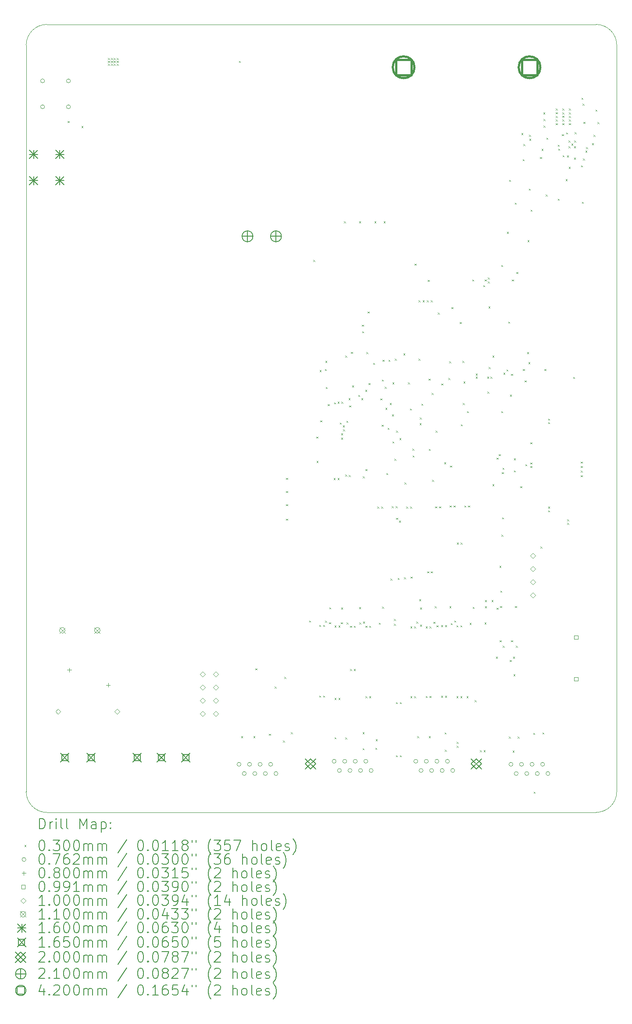
<source format=gbr>
%TF.GenerationSoftware,KiCad,Pcbnew,7.0.5-0*%
%TF.CreationDate,2023-08-08T04:38:16-03:00*%
%TF.ProjectId,macunaima_rev2,6d616375-6e61-4696-9d61-5f726576322e,rev?*%
%TF.SameCoordinates,Original*%
%TF.FileFunction,Drillmap*%
%TF.FilePolarity,Positive*%
%FSLAX45Y45*%
G04 Gerber Fmt 4.5, Leading zero omitted, Abs format (unit mm)*
G04 Created by KiCad (PCBNEW 7.0.5-0) date 2023-08-08 04:38:16*
%MOMM*%
%LPD*%
G01*
G04 APERTURE LIST*
%ADD10C,0.100000*%
%ADD11C,0.200000*%
%ADD12C,0.030000*%
%ADD13C,0.076200*%
%ADD14C,0.080000*%
%ADD15C,0.099060*%
%ADD16C,0.110000*%
%ADD17C,0.160000*%
%ADD18C,0.165000*%
%ADD19C,0.210000*%
%ADD20C,0.420000*%
G04 APERTURE END LIST*
D10*
X0Y-14800000D02*
G75*
G03*
X400000Y-15200000I400000J0D01*
G01*
X400000Y0D02*
G75*
G03*
X0Y-400000I0J-400000D01*
G01*
X11000000Y-15200000D02*
G75*
G03*
X11400000Y-14800000I0J400000D01*
G01*
X11400000Y-14800000D02*
X11400000Y-400000D01*
X11000000Y0D02*
X400000Y0D01*
X11400000Y-400000D02*
G75*
G03*
X11000000Y0I-400000J0D01*
G01*
X400000Y-15200000D02*
X11000000Y-15200000D01*
X0Y-400000D02*
X0Y-14800000D01*
D11*
D12*
X801316Y-1864620D02*
X831316Y-1894620D01*
X831316Y-1864620D02*
X801316Y-1894620D01*
X1067500Y-1960620D02*
X1097500Y-1990620D01*
X1097500Y-1960620D02*
X1067500Y-1990620D01*
X1581380Y-650200D02*
X1611380Y-680200D01*
X1611380Y-650200D02*
X1581380Y-680200D01*
X1581380Y-705200D02*
X1611380Y-735200D01*
X1611380Y-705200D02*
X1581380Y-735200D01*
X1581380Y-760200D02*
X1611380Y-790200D01*
X1611380Y-760200D02*
X1581380Y-790200D01*
X1636380Y-650200D02*
X1666380Y-680200D01*
X1666380Y-650200D02*
X1636380Y-680200D01*
X1636380Y-705200D02*
X1666380Y-735200D01*
X1666380Y-705200D02*
X1636380Y-735200D01*
X1636380Y-760200D02*
X1666380Y-790200D01*
X1666380Y-760200D02*
X1636380Y-790200D01*
X1691380Y-650200D02*
X1721380Y-680200D01*
X1721380Y-650200D02*
X1691380Y-680200D01*
X1691380Y-705200D02*
X1721380Y-735200D01*
X1721380Y-705200D02*
X1691380Y-735200D01*
X1691380Y-760200D02*
X1721380Y-790200D01*
X1721380Y-760200D02*
X1691380Y-790200D01*
X1746380Y-650200D02*
X1776380Y-680200D01*
X1776380Y-650200D02*
X1746380Y-680200D01*
X1746380Y-705200D02*
X1776380Y-735200D01*
X1776380Y-705200D02*
X1746380Y-735200D01*
X1746380Y-760200D02*
X1776380Y-790200D01*
X1776380Y-760200D02*
X1746380Y-790200D01*
X4107000Y-705200D02*
X4137000Y-735200D01*
X4137000Y-705200D02*
X4107000Y-735200D01*
X4147500Y-13728120D02*
X4177500Y-13758120D01*
X4177500Y-13728120D02*
X4147500Y-13758120D01*
X4387500Y-13729120D02*
X4417500Y-13759120D01*
X4417500Y-13729120D02*
X4387500Y-13759120D01*
X4423500Y-12423620D02*
X4453500Y-12453620D01*
X4453500Y-12423620D02*
X4423500Y-12453620D01*
X4687500Y-13685120D02*
X4717500Y-13715120D01*
X4717500Y-13685120D02*
X4687500Y-13715120D01*
X4798057Y-12773113D02*
X4828057Y-12803113D01*
X4828057Y-12773113D02*
X4798057Y-12803113D01*
X4959500Y-13813570D02*
X4989500Y-13843570D01*
X4989500Y-13813570D02*
X4959500Y-13843570D01*
X4984000Y-12587170D02*
X5014000Y-12617170D01*
X5014000Y-12587170D02*
X4984000Y-12617170D01*
X5016100Y-8746220D02*
X5046100Y-8776220D01*
X5046100Y-8746220D02*
X5016100Y-8776220D01*
X5016100Y-9000220D02*
X5046100Y-9030220D01*
X5046100Y-9000220D02*
X5016100Y-9030220D01*
X5016100Y-9254220D02*
X5046100Y-9284220D01*
X5046100Y-9254220D02*
X5016100Y-9284220D01*
X5016100Y-9533620D02*
X5046100Y-9563620D01*
X5046100Y-9533620D02*
X5016100Y-9563620D01*
X5111500Y-13653670D02*
X5141500Y-13683670D01*
X5141500Y-13653670D02*
X5111500Y-13683670D01*
X5462500Y-11500120D02*
X5492500Y-11530120D01*
X5492500Y-11500120D02*
X5462500Y-11530120D01*
X5541829Y-4542620D02*
X5571829Y-4572620D01*
X5571829Y-4542620D02*
X5541829Y-4572620D01*
X5602500Y-7949620D02*
X5632500Y-7979620D01*
X5632500Y-7949620D02*
X5602500Y-7979620D01*
X5605500Y-8422120D02*
X5635500Y-8452120D01*
X5635500Y-8422120D02*
X5605500Y-8452120D01*
X5657000Y-11583552D02*
X5687000Y-11613552D01*
X5687000Y-11583552D02*
X5657000Y-11613552D01*
X5657000Y-12948234D02*
X5687000Y-12978234D01*
X5687000Y-12948234D02*
X5657000Y-12978234D01*
X5665000Y-6666620D02*
X5695000Y-6696620D01*
X5695000Y-6666620D02*
X5665000Y-6696620D01*
X5677500Y-7639120D02*
X5707500Y-7669120D01*
X5707500Y-7639120D02*
X5677500Y-7669120D01*
X5732000Y-11583552D02*
X5762000Y-11613552D01*
X5762000Y-11583552D02*
X5732000Y-11613552D01*
X5732000Y-12948234D02*
X5762000Y-12978234D01*
X5762000Y-12948234D02*
X5732000Y-12978234D01*
X5764500Y-6647620D02*
X5794500Y-6677620D01*
X5794500Y-6647620D02*
X5764500Y-6677620D01*
X5771950Y-11502120D02*
X5801950Y-11532120D01*
X5801950Y-11502120D02*
X5771950Y-11532120D01*
X5774786Y-6492906D02*
X5804786Y-6522906D01*
X5804786Y-6492906D02*
X5774786Y-6522906D01*
X5784000Y-6994620D02*
X5814000Y-7024620D01*
X5814000Y-6994620D02*
X5784000Y-7024620D01*
X5819500Y-7323620D02*
X5849500Y-7353620D01*
X5849500Y-7323620D02*
X5819500Y-7353620D01*
X5846500Y-11533120D02*
X5876500Y-11563120D01*
X5876500Y-11533120D02*
X5846500Y-11563120D01*
X5851500Y-11246120D02*
X5881500Y-11276120D01*
X5881500Y-11246120D02*
X5851500Y-11276120D01*
X5937000Y-8751425D02*
X5967000Y-8781425D01*
X5967000Y-8751425D02*
X5937000Y-8781425D01*
X5942998Y-7292108D02*
X5972998Y-7322108D01*
X5972998Y-7292108D02*
X5942998Y-7322108D01*
X5950500Y-13750120D02*
X5980500Y-13780120D01*
X5980500Y-13750120D02*
X5950500Y-13780120D01*
X5954000Y-11597612D02*
X5984000Y-11627612D01*
X5984000Y-11597612D02*
X5954000Y-11627612D01*
X5954000Y-12993256D02*
X5984000Y-13023256D01*
X5984000Y-12993256D02*
X5954000Y-13023256D01*
X6012000Y-8751425D02*
X6042000Y-8781425D01*
X6042000Y-8751425D02*
X6012000Y-8781425D01*
X6012940Y-7276342D02*
X6042940Y-7306342D01*
X6042940Y-7276342D02*
X6012940Y-7306342D01*
X6029000Y-11597612D02*
X6059000Y-11627612D01*
X6059000Y-11597612D02*
X6029000Y-11627612D01*
X6029000Y-12993256D02*
X6059000Y-13023256D01*
X6059000Y-12993256D02*
X6029000Y-13023256D01*
X6052000Y-7679620D02*
X6082000Y-7709620D01*
X6082000Y-7679620D02*
X6052000Y-7709620D01*
X6073500Y-11532120D02*
X6103500Y-11562120D01*
X6103500Y-11532120D02*
X6073500Y-11562120D01*
X6079377Y-7888997D02*
X6109377Y-7918997D01*
X6109377Y-7888997D02*
X6079377Y-7918997D01*
X6079500Y-11247120D02*
X6109500Y-11277120D01*
X6109500Y-11247120D02*
X6079500Y-11277120D01*
X6080734Y-7970354D02*
X6110734Y-8000354D01*
X6110734Y-7970354D02*
X6080734Y-8000354D01*
X6082891Y-7276437D02*
X6112891Y-7306437D01*
X6112891Y-7276437D02*
X6082891Y-7306437D01*
X6113894Y-7735042D02*
X6143894Y-7765042D01*
X6143894Y-7735042D02*
X6113894Y-7765042D01*
X6116000Y-7810620D02*
X6146000Y-7840620D01*
X6146000Y-7810620D02*
X6116000Y-7840620D01*
X6132500Y-3798620D02*
X6162500Y-3828620D01*
X6162500Y-3798620D02*
X6132500Y-3828620D01*
X6157500Y-6389620D02*
X6187500Y-6419620D01*
X6187500Y-6389620D02*
X6157500Y-6419620D01*
X6158060Y-8682242D02*
X6188060Y-8712242D01*
X6188060Y-8682242D02*
X6158060Y-8712242D01*
X6158500Y-13757120D02*
X6188500Y-13787120D01*
X6188500Y-13757120D02*
X6158500Y-13787120D01*
X6181877Y-7645497D02*
X6211877Y-7675497D01*
X6211877Y-7645497D02*
X6181877Y-7675497D01*
X6183000Y-11536620D02*
X6213000Y-11566620D01*
X6213000Y-11536620D02*
X6183000Y-11566620D01*
X6224000Y-7208620D02*
X6254000Y-7238620D01*
X6254000Y-7208620D02*
X6224000Y-7238620D01*
X6228000Y-8693620D02*
X6258000Y-8723620D01*
X6258000Y-8693620D02*
X6228000Y-8723620D01*
X6235391Y-7350620D02*
X6265391Y-7380620D01*
X6265391Y-7350620D02*
X6235391Y-7380620D01*
X6251000Y-11598847D02*
X6281000Y-11628847D01*
X6281000Y-11598847D02*
X6251000Y-11628847D01*
X6251000Y-12436488D02*
X6281000Y-12466488D01*
X6281000Y-12436488D02*
X6251000Y-12466488D01*
X6270841Y-6319120D02*
X6300841Y-6349120D01*
X6300841Y-6319120D02*
X6270841Y-6349120D01*
X6290000Y-6963620D02*
X6320000Y-6993620D01*
X6320000Y-6963620D02*
X6290000Y-6993620D01*
X6326000Y-11598847D02*
X6356000Y-11628847D01*
X6356000Y-11598847D02*
X6326000Y-11628847D01*
X6326000Y-12436488D02*
X6356000Y-12466488D01*
X6356000Y-12436488D02*
X6326000Y-12466488D01*
X6410291Y-7147013D02*
X6440291Y-7177013D01*
X6440291Y-7147013D02*
X6410291Y-7177013D01*
X6424500Y-11239120D02*
X6454500Y-11269120D01*
X6454500Y-11239120D02*
X6424500Y-11269120D01*
X6427500Y-3798620D02*
X6457500Y-3828620D01*
X6457500Y-3798620D02*
X6427500Y-3828620D01*
X6432731Y-11537351D02*
X6462731Y-11567351D01*
X6462731Y-11537351D02*
X6432731Y-11567351D01*
X6467405Y-7210208D02*
X6497405Y-7240208D01*
X6497405Y-7210208D02*
X6467405Y-7240208D01*
X6481500Y-5791620D02*
X6511500Y-5821620D01*
X6511500Y-5791620D02*
X6481500Y-5821620D01*
X6487500Y-5919620D02*
X6517500Y-5949620D01*
X6517500Y-5919620D02*
X6487500Y-5949620D01*
X6494450Y-13655633D02*
X6524450Y-13685633D01*
X6524450Y-13655633D02*
X6494450Y-13685633D01*
X6494450Y-13964120D02*
X6524450Y-13994120D01*
X6524450Y-13964120D02*
X6494450Y-13994120D01*
X6499500Y-8716620D02*
X6529500Y-8746620D01*
X6529500Y-8716620D02*
X6499500Y-8746620D01*
X6503000Y-11519620D02*
X6533000Y-11549620D01*
X6533000Y-11519620D02*
X6503000Y-11549620D01*
X6543000Y-7049620D02*
X6573000Y-7079620D01*
X6573000Y-7049620D02*
X6543000Y-7079620D01*
X6548000Y-11600543D02*
X6578000Y-11630543D01*
X6578000Y-11600543D02*
X6548000Y-11630543D01*
X6548000Y-12959143D02*
X6578000Y-12989143D01*
X6578000Y-12959143D02*
X6548000Y-12989143D01*
X6550291Y-8577620D02*
X6580291Y-8607620D01*
X6580291Y-8577620D02*
X6550291Y-8607620D01*
X6564841Y-6320120D02*
X6594841Y-6350120D01*
X6594841Y-6320120D02*
X6564841Y-6350120D01*
X6589500Y-5538620D02*
X6619500Y-5568620D01*
X6619500Y-5538620D02*
X6589500Y-5568620D01*
X6607000Y-6919620D02*
X6637000Y-6949620D01*
X6637000Y-6919620D02*
X6607000Y-6949620D01*
X6623000Y-11600543D02*
X6653000Y-11630543D01*
X6653000Y-11600543D02*
X6623000Y-11630543D01*
X6623000Y-12959143D02*
X6653000Y-12989143D01*
X6653000Y-12959143D02*
X6623000Y-12989143D01*
X6696000Y-6530620D02*
X6726000Y-6560620D01*
X6726000Y-6530620D02*
X6696000Y-6560620D01*
X6721500Y-3797620D02*
X6751500Y-3827620D01*
X6751500Y-3797620D02*
X6721500Y-3827620D01*
X6739500Y-13953120D02*
X6769500Y-13983120D01*
X6769500Y-13953120D02*
X6739500Y-13983120D01*
X6746500Y-13789670D02*
X6776500Y-13819670D01*
X6776500Y-13789670D02*
X6746500Y-13819670D01*
X6777000Y-9302487D02*
X6807000Y-9332487D01*
X6807000Y-9302487D02*
X6777000Y-9332487D01*
X6808500Y-11541120D02*
X6838500Y-11571120D01*
X6838500Y-11541120D02*
X6808500Y-11571120D01*
X6838125Y-7212963D02*
X6868125Y-7242963D01*
X6868125Y-7212963D02*
X6838125Y-7242963D01*
X6852000Y-9302487D02*
X6882000Y-9332487D01*
X6882000Y-9302487D02*
X6852000Y-9332487D01*
X6861000Y-7722620D02*
X6891000Y-7752620D01*
X6891000Y-7722620D02*
X6861000Y-7752620D01*
X6865291Y-6849885D02*
X6895291Y-6879885D01*
X6895291Y-6849885D02*
X6865291Y-6879885D01*
X6869500Y-11234120D02*
X6899500Y-11264120D01*
X6899500Y-11234120D02*
X6869500Y-11264120D01*
X6877500Y-6470885D02*
X6907500Y-6500885D01*
X6907500Y-6470885D02*
X6877500Y-6500885D01*
X6901149Y-3797970D02*
X6931149Y-3827970D01*
X6931149Y-3797970D02*
X6901149Y-3827970D01*
X6922772Y-6988612D02*
X6952772Y-7018612D01*
X6952772Y-6988612D02*
X6922772Y-7018612D01*
X6935923Y-7395543D02*
X6965923Y-7425543D01*
X6965923Y-7395543D02*
X6935923Y-7425543D01*
X6952000Y-8652620D02*
X6982000Y-8682620D01*
X6982000Y-8652620D02*
X6952000Y-8682620D01*
X6978000Y-7781670D02*
X7008000Y-7811670D01*
X7008000Y-7781670D02*
X6978000Y-7811670D01*
X6994020Y-6468885D02*
X7024020Y-6498885D01*
X7024020Y-6468885D02*
X6994020Y-6498885D01*
X7017500Y-7304620D02*
X7047500Y-7334620D01*
X7047500Y-7304620D02*
X7017500Y-7334620D01*
X7031000Y-10691620D02*
X7061000Y-10721620D01*
X7061000Y-10691620D02*
X7031000Y-10721620D01*
X7057000Y-9295446D02*
X7087000Y-9325446D01*
X7087000Y-9295446D02*
X7057000Y-9325446D01*
X7060500Y-7523620D02*
X7090500Y-7553620D01*
X7090500Y-7523620D02*
X7060500Y-7553620D01*
X7069008Y-8044381D02*
X7099008Y-8074381D01*
X7099008Y-8044381D02*
X7069008Y-8074381D01*
X7071629Y-6907311D02*
X7101629Y-6937311D01*
X7101629Y-6907311D02*
X7071629Y-6937311D01*
X7098684Y-11467304D02*
X7128684Y-11497304D01*
X7128684Y-11467304D02*
X7098684Y-11497304D01*
X7099000Y-11561620D02*
X7129000Y-11591620D01*
X7129000Y-11561620D02*
X7099000Y-11591620D01*
X7107550Y-8379883D02*
X7137550Y-8409883D01*
X7137550Y-8379883D02*
X7107550Y-8409883D01*
X7115940Y-6448885D02*
X7145940Y-6478885D01*
X7145940Y-6448885D02*
X7115940Y-6478885D01*
X7132000Y-9295446D02*
X7162000Y-9325446D01*
X7162000Y-9295446D02*
X7132000Y-9325446D01*
X7139000Y-13074120D02*
X7169000Y-13104120D01*
X7169000Y-13074120D02*
X7139000Y-13104120D01*
X7139000Y-14098120D02*
X7169000Y-14128120D01*
X7169000Y-14098120D02*
X7139000Y-14128120D01*
X7141000Y-7835120D02*
X7171000Y-7865120D01*
X7171000Y-7835120D02*
X7141000Y-7865120D01*
X7141983Y-9517603D02*
X7171983Y-9547603D01*
X7171983Y-9517603D02*
X7141983Y-9547603D01*
X7170000Y-10679620D02*
X7200000Y-10709620D01*
X7200000Y-10679620D02*
X7170000Y-10709620D01*
X7195017Y-9570637D02*
X7225017Y-9600637D01*
X7225017Y-9570637D02*
X7195017Y-9600637D01*
X7204183Y-7979620D02*
X7234183Y-8009620D01*
X7234183Y-7979620D02*
X7204183Y-8009620D01*
X7214000Y-13074120D02*
X7244000Y-13104120D01*
X7244000Y-13074120D02*
X7214000Y-13104120D01*
X7214000Y-14098120D02*
X7244000Y-14128120D01*
X7244000Y-14098120D02*
X7214000Y-14128120D01*
X7280500Y-6346885D02*
X7310500Y-6376885D01*
X7310500Y-6346885D02*
X7280500Y-6376885D01*
X7296000Y-10663620D02*
X7326000Y-10693620D01*
X7326000Y-10663620D02*
X7296000Y-10693620D01*
X7302500Y-8838120D02*
X7332500Y-8868120D01*
X7332500Y-8838120D02*
X7302500Y-8868120D01*
X7337000Y-9300192D02*
X7367000Y-9330192D01*
X7367000Y-9300192D02*
X7337000Y-9330192D01*
X7368500Y-6907361D02*
X7398500Y-6937361D01*
X7398500Y-6907361D02*
X7368500Y-6937361D01*
X7410011Y-7411479D02*
X7440011Y-7441479D01*
X7440011Y-7411479D02*
X7410011Y-7441479D01*
X7412000Y-9300192D02*
X7442000Y-9330192D01*
X7442000Y-9300192D02*
X7412000Y-9330192D01*
X7415500Y-11611443D02*
X7445500Y-11641443D01*
X7445500Y-11611443D02*
X7415500Y-11641443D01*
X7415500Y-12958265D02*
X7445500Y-12988265D01*
X7445500Y-12958265D02*
X7415500Y-12988265D01*
X7420520Y-10653569D02*
X7450520Y-10683569D01*
X7450520Y-10653569D02*
X7420520Y-10683569D01*
X7457000Y-8185620D02*
X7487000Y-8215620D01*
X7487000Y-8185620D02*
X7457000Y-8215620D01*
X7461000Y-8316620D02*
X7491000Y-8346620D01*
X7491000Y-8316620D02*
X7461000Y-8346620D01*
X7490500Y-11611443D02*
X7520500Y-11641443D01*
X7520500Y-11611443D02*
X7490500Y-11641443D01*
X7490500Y-12958265D02*
X7520500Y-12988265D01*
X7520500Y-12958265D02*
X7490500Y-12988265D01*
X7498000Y-4613885D02*
X7528000Y-4643885D01*
X7528000Y-4613885D02*
X7498000Y-4643885D01*
X7531500Y-11520120D02*
X7561500Y-11550120D01*
X7561500Y-11520120D02*
X7531500Y-11550120D01*
X7549500Y-13730120D02*
X7579500Y-13760120D01*
X7579500Y-13730120D02*
X7549500Y-13760120D01*
X7571500Y-6448885D02*
X7601500Y-6478885D01*
X7601500Y-6448885D02*
X7571500Y-6478885D01*
X7572645Y-5321992D02*
X7602645Y-5351992D01*
X7602645Y-5321992D02*
X7572645Y-5351992D01*
X7586000Y-11086620D02*
X7616000Y-11116620D01*
X7616000Y-11086620D02*
X7586000Y-11116620D01*
X7593550Y-7695243D02*
X7623550Y-7725243D01*
X7623550Y-7695243D02*
X7593550Y-7725243D01*
X7599500Y-7582620D02*
X7629500Y-7612620D01*
X7629500Y-7582620D02*
X7599500Y-7612620D01*
X7601500Y-11578120D02*
X7631500Y-11608120D01*
X7631500Y-11578120D02*
X7601500Y-11608120D01*
X7603500Y-11248120D02*
X7633500Y-11278120D01*
X7633500Y-11248120D02*
X7603500Y-11278120D01*
X7628000Y-7314620D02*
X7658000Y-7344620D01*
X7658000Y-7314620D02*
X7628000Y-7344620D01*
X7652645Y-5321992D02*
X7682645Y-5351992D01*
X7682645Y-5321992D02*
X7652645Y-5351992D01*
X7712500Y-11611397D02*
X7742500Y-11641397D01*
X7742500Y-11611397D02*
X7712500Y-11641397D01*
X7712500Y-12955406D02*
X7742500Y-12985406D01*
X7742500Y-12955406D02*
X7712500Y-12985406D01*
X7732645Y-5321992D02*
X7762645Y-5351992D01*
X7762645Y-5321992D02*
X7732645Y-5351992D01*
X7741889Y-10551262D02*
X7771889Y-10581262D01*
X7771889Y-10551262D02*
X7741889Y-10581262D01*
X7750500Y-4928620D02*
X7780500Y-4958620D01*
X7780500Y-4928620D02*
X7750500Y-4958620D01*
X7766180Y-6833002D02*
X7796180Y-6863002D01*
X7796180Y-6833002D02*
X7766180Y-6863002D01*
X7772000Y-8186620D02*
X7802000Y-8216620D01*
X7802000Y-8186620D02*
X7772000Y-8216620D01*
X7773143Y-13730763D02*
X7803143Y-13760763D01*
X7803143Y-13730763D02*
X7773143Y-13760763D01*
X7787500Y-11611397D02*
X7817500Y-11641397D01*
X7817500Y-11611397D02*
X7787500Y-11641397D01*
X7787500Y-12955406D02*
X7817500Y-12985406D01*
X7817500Y-12955406D02*
X7787500Y-12985406D01*
X7811837Y-10551733D02*
X7841837Y-10581733D01*
X7841837Y-10551733D02*
X7811837Y-10581733D01*
X7812645Y-5321992D02*
X7842645Y-5351992D01*
X7842645Y-5321992D02*
X7812645Y-5351992D01*
X7826000Y-7108620D02*
X7856000Y-7138620D01*
X7856000Y-7108620D02*
X7826000Y-7138620D01*
X7836000Y-8787620D02*
X7866000Y-8817620D01*
X7866000Y-8787620D02*
X7836000Y-8817620D01*
X7860500Y-11523120D02*
X7890500Y-11553120D01*
X7890500Y-11523120D02*
X7860500Y-11553120D01*
X7888500Y-11224120D02*
X7918500Y-11254120D01*
X7918500Y-11224120D02*
X7888500Y-11254120D01*
X7897000Y-9298319D02*
X7927000Y-9328319D01*
X7927000Y-9298319D02*
X7897000Y-9328319D01*
X7904450Y-7838620D02*
X7934450Y-7868620D01*
X7934450Y-7838620D02*
X7904450Y-7868620D01*
X7919500Y-11591120D02*
X7949500Y-11621120D01*
X7949500Y-11591120D02*
X7919500Y-11621120D01*
X7948000Y-5558620D02*
X7978000Y-5588620D01*
X7978000Y-5558620D02*
X7948000Y-5588620D01*
X7972000Y-9298319D02*
X8002000Y-9328319D01*
X8002000Y-9298319D02*
X7972000Y-9328319D01*
X8009500Y-11590154D02*
X8039500Y-11620154D01*
X8039500Y-11590154D02*
X8009500Y-11620154D01*
X8009500Y-12951463D02*
X8039500Y-12981463D01*
X8039500Y-12951463D02*
X8009500Y-12981463D01*
X8012500Y-6927620D02*
X8042500Y-6957620D01*
X8042500Y-6927620D02*
X8012500Y-6957620D01*
X8067550Y-8446620D02*
X8097550Y-8476620D01*
X8097550Y-8446620D02*
X8067550Y-8476620D01*
X8077500Y-13657120D02*
X8107500Y-13687120D01*
X8107500Y-13657120D02*
X8077500Y-13687120D01*
X8080500Y-13992120D02*
X8110500Y-14022120D01*
X8110500Y-13992120D02*
X8080500Y-14022120D01*
X8084500Y-11590154D02*
X8114500Y-11620154D01*
X8114500Y-11590154D02*
X8084500Y-11620154D01*
X8084500Y-12951463D02*
X8114500Y-12981463D01*
X8114500Y-12951463D02*
X8084500Y-12981463D01*
X8150645Y-6819290D02*
X8180645Y-6849290D01*
X8180645Y-6819290D02*
X8150645Y-6849290D01*
X8166500Y-6497620D02*
X8196500Y-6527620D01*
X8196500Y-6497620D02*
X8166500Y-6527620D01*
X8169500Y-11222120D02*
X8199500Y-11252120D01*
X8199500Y-11222120D02*
X8169500Y-11252120D01*
X8177000Y-9280526D02*
X8207000Y-9310526D01*
X8207000Y-9280526D02*
X8177000Y-9310526D01*
X8182450Y-8511620D02*
X8212450Y-8541620D01*
X8212450Y-8511620D02*
X8182450Y-8541620D01*
X8194500Y-11549120D02*
X8224500Y-11579120D01*
X8224500Y-11549120D02*
X8194500Y-11579120D01*
X8207500Y-5454620D02*
X8237500Y-5484620D01*
X8237500Y-5454620D02*
X8207500Y-5484620D01*
X8252000Y-9280526D02*
X8282000Y-9310526D01*
X8282000Y-9280526D02*
X8252000Y-9310526D01*
X8264000Y-11498620D02*
X8294000Y-11528620D01*
X8294000Y-11498620D02*
X8264000Y-11528620D01*
X8306500Y-11593893D02*
X8336500Y-11623893D01*
X8336500Y-11593893D02*
X8306500Y-11623893D01*
X8306500Y-12959507D02*
X8336500Y-12989507D01*
X8336500Y-12959507D02*
X8306500Y-12989507D01*
X8310500Y-13840620D02*
X8340500Y-13870620D01*
X8340500Y-13840620D02*
X8310500Y-13870620D01*
X8310500Y-13915620D02*
X8340500Y-13945620D01*
X8340500Y-13915620D02*
X8310500Y-13945620D01*
X8313000Y-9995120D02*
X8343000Y-10025120D01*
X8343000Y-9995120D02*
X8313000Y-10025120D01*
X8367500Y-5740885D02*
X8397500Y-5770885D01*
X8397500Y-5740885D02*
X8367500Y-5770885D01*
X8381500Y-11593893D02*
X8411500Y-11623893D01*
X8411500Y-11593893D02*
X8381500Y-11623893D01*
X8381500Y-12959507D02*
X8411500Y-12989507D01*
X8411500Y-12959507D02*
X8381500Y-12989507D01*
X8388000Y-9995120D02*
X8418000Y-10025120D01*
X8418000Y-9995120D02*
X8388000Y-10025120D01*
X8391000Y-7712620D02*
X8421000Y-7742620D01*
X8421000Y-7712620D02*
X8391000Y-7742620D01*
X8418500Y-6489620D02*
X8448500Y-6519620D01*
X8448500Y-6489620D02*
X8418500Y-6519620D01*
X8428000Y-7301620D02*
X8458000Y-7331620D01*
X8458000Y-7301620D02*
X8428000Y-7331620D01*
X8443000Y-6887182D02*
X8473000Y-6917182D01*
X8473000Y-6887182D02*
X8443000Y-6917182D01*
X8457000Y-9280123D02*
X8487000Y-9310123D01*
X8487000Y-9280123D02*
X8457000Y-9310123D01*
X8499500Y-12959120D02*
X8529500Y-12989120D01*
X8529500Y-12959120D02*
X8499500Y-12989120D01*
X8509000Y-7459620D02*
X8539000Y-7489620D01*
X8539000Y-7459620D02*
X8509000Y-7489620D01*
X8532000Y-9280123D02*
X8562000Y-9310123D01*
X8562000Y-9280123D02*
X8532000Y-9310123D01*
X8559500Y-11547120D02*
X8589500Y-11577120D01*
X8589500Y-11547120D02*
X8559500Y-11577120D01*
X8612500Y-4920620D02*
X8642500Y-4950620D01*
X8642500Y-4920620D02*
X8612500Y-4950620D01*
X8619500Y-11235120D02*
X8649500Y-11265120D01*
X8649500Y-11235120D02*
X8619500Y-11265120D01*
X8657123Y-13035497D02*
X8687123Y-13065497D01*
X8687123Y-13035497D02*
X8657123Y-13065497D01*
X8677645Y-6738410D02*
X8707645Y-6768410D01*
X8707645Y-6738410D02*
X8677645Y-6768410D01*
X8677877Y-6796522D02*
X8707877Y-6826522D01*
X8707877Y-6796522D02*
X8677877Y-6826522D01*
X8757000Y-14000045D02*
X8787000Y-14030045D01*
X8787000Y-14000045D02*
X8757000Y-14030045D01*
X8821500Y-5030620D02*
X8851500Y-5060620D01*
X8851500Y-5030620D02*
X8821500Y-5060620D01*
X8832000Y-14000045D02*
X8862000Y-14030045D01*
X8862000Y-14000045D02*
X8832000Y-14030045D01*
X8848000Y-11538620D02*
X8878000Y-11568620D01*
X8878000Y-11538620D02*
X8848000Y-11568620D01*
X8852404Y-4919923D02*
X8882404Y-4949923D01*
X8882404Y-4919923D02*
X8852404Y-4949923D01*
X8855000Y-11107170D02*
X8885000Y-11137170D01*
X8885000Y-11107170D02*
X8855000Y-11137170D01*
X8856000Y-11225620D02*
X8886000Y-11255620D01*
X8886000Y-11225620D02*
X8856000Y-11255620D01*
X8900145Y-6796522D02*
X8930145Y-6826522D01*
X8930145Y-6796522D02*
X8900145Y-6826522D01*
X8905000Y-7084620D02*
X8935000Y-7114620D01*
X8935000Y-7084620D02*
X8905000Y-7114620D01*
X8911655Y-4882743D02*
X8941655Y-4912743D01*
X8941655Y-4882743D02*
X8911655Y-4912743D01*
X8911655Y-4957743D02*
X8941655Y-4987743D01*
X8941655Y-4957743D02*
X8911655Y-4987743D01*
X8923500Y-5440620D02*
X8953500Y-5470620D01*
X8953500Y-5440620D02*
X8923500Y-5470620D01*
X8928625Y-6609170D02*
X8958625Y-6639170D01*
X8958625Y-6609170D02*
X8928625Y-6639170D01*
X8963145Y-6796522D02*
X8993145Y-6826522D01*
X8993145Y-6796522D02*
X8963145Y-6826522D01*
X8983000Y-11105620D02*
X9013000Y-11135620D01*
X9013000Y-11105620D02*
X8983000Y-11135620D01*
X8998645Y-6387992D02*
X9028645Y-6417992D01*
X9028645Y-6387992D02*
X8998645Y-6417992D01*
X8999000Y-8868620D02*
X9029000Y-8898620D01*
X9029000Y-8868620D02*
X8999000Y-8898620D01*
X9066500Y-12195822D02*
X9096500Y-12225822D01*
X9096500Y-12195822D02*
X9066500Y-12225822D01*
X9080000Y-8356620D02*
X9110000Y-8386620D01*
X9110000Y-8356620D02*
X9080000Y-8386620D01*
X9081000Y-11254620D02*
X9111000Y-11284620D01*
X9111000Y-11254620D02*
X9081000Y-11284620D01*
X9123000Y-8290620D02*
X9153000Y-8320620D01*
X9153000Y-8290620D02*
X9123000Y-8320620D01*
X9136500Y-10444620D02*
X9166500Y-10474620D01*
X9166500Y-10444620D02*
X9136500Y-10474620D01*
X9138500Y-11879620D02*
X9168500Y-11909620D01*
X9168500Y-11879620D02*
X9138500Y-11909620D01*
X9146500Y-11218620D02*
X9176500Y-11248620D01*
X9176500Y-11218620D02*
X9146500Y-11248620D01*
X9153000Y-10921620D02*
X9183000Y-10951620D01*
X9183000Y-10921620D02*
X9153000Y-10951620D01*
X9169925Y-4639772D02*
X9199925Y-4669772D01*
X9199925Y-4639772D02*
X9169925Y-4669772D01*
X9171000Y-7458620D02*
X9201000Y-7488620D01*
X9201000Y-7458620D02*
X9171000Y-7488620D01*
X9175000Y-9841620D02*
X9205000Y-9871620D01*
X9205000Y-9841620D02*
X9175000Y-9871620D01*
X9182500Y-8639120D02*
X9212500Y-8669120D01*
X9212500Y-8639120D02*
X9182500Y-8669120D01*
X9185500Y-9509120D02*
X9215500Y-9539120D01*
X9215500Y-9509120D02*
X9185500Y-9539120D01*
X9195500Y-8551120D02*
X9225500Y-8581120D01*
X9225500Y-8551120D02*
X9195500Y-8581120D01*
X9201050Y-11985620D02*
X9231050Y-12015620D01*
X9231050Y-11985620D02*
X9201050Y-12015620D01*
X9210595Y-6718360D02*
X9240595Y-6748360D01*
X9240595Y-6718360D02*
X9210595Y-6748360D01*
X9271525Y-6657430D02*
X9301525Y-6687430D01*
X9301525Y-6657430D02*
X9271525Y-6687430D01*
X9281500Y-4003620D02*
X9311500Y-4033620D01*
X9311500Y-4003620D02*
X9281500Y-4033620D01*
X9306500Y-5734620D02*
X9336500Y-5764620D01*
X9336500Y-5734620D02*
X9306500Y-5764620D01*
X9319500Y-13739570D02*
X9349500Y-13769570D01*
X9349500Y-13739570D02*
X9319500Y-13769570D01*
X9320500Y-2999620D02*
X9350500Y-3029620D01*
X9350500Y-2999620D02*
X9320500Y-3029620D01*
X9333500Y-12260822D02*
X9363500Y-12290822D01*
X9363500Y-12260822D02*
X9333500Y-12290822D01*
X9340000Y-7143620D02*
X9370000Y-7173620D01*
X9370000Y-7143620D02*
X9340000Y-7173620D01*
X9360500Y-6739620D02*
X9390500Y-6769620D01*
X9390500Y-6739620D02*
X9360500Y-6769620D01*
X9360950Y-11878620D02*
X9390950Y-11908620D01*
X9390950Y-11878620D02*
X9360950Y-11908620D01*
X9375665Y-4919172D02*
X9405665Y-4949172D01*
X9405665Y-4919172D02*
X9375665Y-4949172D01*
X9389500Y-14007620D02*
X9419500Y-14037620D01*
X9419500Y-14007620D02*
X9389500Y-14037620D01*
X9396500Y-12195822D02*
X9426500Y-12225822D01*
X9426500Y-12195822D02*
X9396500Y-12225822D01*
X9407152Y-12538272D02*
X9437152Y-12568272D01*
X9437152Y-12538272D02*
X9407152Y-12568272D01*
X9413760Y-8602370D02*
X9443760Y-8632370D01*
X9443760Y-8602370D02*
X9413760Y-8632370D01*
X9416760Y-8369370D02*
X9446760Y-8399370D01*
X9446760Y-8369370D02*
X9416760Y-8399370D01*
X9430101Y-3440202D02*
X9460101Y-3470202D01*
X9460101Y-3440202D02*
X9430101Y-3470202D01*
X9435500Y-11221120D02*
X9465500Y-11251120D01*
X9465500Y-11221120D02*
X9435500Y-11251120D01*
X9453400Y-11985620D02*
X9483400Y-12015620D01*
X9483400Y-11985620D02*
X9453400Y-12015620D01*
X9463500Y-4775620D02*
X9493500Y-4805620D01*
X9493500Y-4775620D02*
X9463500Y-4805620D01*
X9485500Y-13739570D02*
X9515500Y-13769570D01*
X9515500Y-13739570D02*
X9485500Y-13769570D01*
X9536500Y-8907120D02*
X9566500Y-8937120D01*
X9566500Y-8907120D02*
X9536500Y-8937120D01*
X9558500Y-2096620D02*
X9588500Y-2126620D01*
X9588500Y-2096620D02*
X9558500Y-2126620D01*
X9583745Y-2601062D02*
X9613745Y-2631062D01*
X9613745Y-2601062D02*
X9583745Y-2631062D01*
X9589000Y-6646182D02*
X9619000Y-6676182D01*
X9619000Y-6646182D02*
X9589000Y-6676182D01*
X9599091Y-2306211D02*
X9629091Y-2336211D01*
X9629091Y-2306211D02*
X9599091Y-2336211D01*
X9623500Y-6866620D02*
X9653500Y-6896620D01*
X9653500Y-6866620D02*
X9623500Y-6896620D01*
X9634760Y-8486370D02*
X9664760Y-8516370D01*
X9664760Y-8486370D02*
X9634760Y-8516370D01*
X9667500Y-6319610D02*
X9697500Y-6349610D01*
X9697500Y-6319610D02*
X9667500Y-6349610D01*
X9676601Y-4162202D02*
X9706601Y-4192202D01*
X9706601Y-4162202D02*
X9676601Y-4192202D01*
X9693165Y-6517730D02*
X9723165Y-6547730D01*
X9723165Y-6517730D02*
X9693165Y-6547730D01*
X9701500Y-3166620D02*
X9731500Y-3196620D01*
X9731500Y-3166620D02*
X9701500Y-3196620D01*
X9708443Y-2128563D02*
X9738443Y-2158563D01*
X9738443Y-2128563D02*
X9708443Y-2158563D01*
X9710500Y-2207752D02*
X9740500Y-2237752D01*
X9740500Y-2207752D02*
X9710500Y-2237752D01*
X9733000Y-8062620D02*
X9763000Y-8092620D01*
X9763000Y-8062620D02*
X9733000Y-8092620D01*
X9734760Y-8451370D02*
X9764760Y-8481370D01*
X9764760Y-8451370D02*
X9734760Y-8481370D01*
X9734760Y-8517370D02*
X9764760Y-8547370D01*
X9764760Y-8517370D02*
X9734760Y-8547370D01*
X9736471Y-3573649D02*
X9766471Y-3603649D01*
X9766471Y-3573649D02*
X9736471Y-3603649D01*
X9789266Y-13667354D02*
X9819266Y-13697354D01*
X9819266Y-13667354D02*
X9789266Y-13697354D01*
X9797500Y-14799620D02*
X9827500Y-14829620D01*
X9827500Y-14799620D02*
X9797500Y-14829620D01*
X9920101Y-2556702D02*
X9950101Y-2586702D01*
X9950101Y-2556702D02*
X9920101Y-2586702D01*
X9928000Y-10074620D02*
X9958000Y-10104620D01*
X9958000Y-10074620D02*
X9928000Y-10104620D01*
X9950101Y-2399702D02*
X9980101Y-2429702D01*
X9980101Y-2399702D02*
X9950101Y-2429702D01*
X9966500Y-13659170D02*
X9996500Y-13689170D01*
X9996500Y-13659170D02*
X9966500Y-13689170D01*
X9983500Y-1697202D02*
X10013500Y-1727202D01*
X10013500Y-1697202D02*
X9983500Y-1727202D01*
X9984500Y-1951202D02*
X10014500Y-1981202D01*
X10014500Y-1951202D02*
X9984500Y-1981202D01*
X9985500Y-1824202D02*
X10015500Y-1854202D01*
X10015500Y-1824202D02*
X9985500Y-1854202D01*
X10003045Y-6647270D02*
X10033045Y-6677270D01*
X10033045Y-6647270D02*
X10003045Y-6677270D01*
X10029418Y-3280702D02*
X10059418Y-3310702D01*
X10059418Y-3280702D02*
X10029418Y-3310702D01*
X10040645Y-2184658D02*
X10070645Y-2214658D01*
X10070645Y-2184658D02*
X10040645Y-2214658D01*
X10077000Y-7603620D02*
X10107000Y-7633620D01*
X10107000Y-7603620D02*
X10077000Y-7633620D01*
X10077000Y-7671620D02*
X10107000Y-7701620D01*
X10107000Y-7671620D02*
X10077000Y-7701620D01*
X10077000Y-9300620D02*
X10107000Y-9330620D01*
X10107000Y-9300620D02*
X10077000Y-9330620D01*
X10077000Y-9374620D02*
X10107000Y-9404620D01*
X10107000Y-9374620D02*
X10077000Y-9404620D01*
X10222101Y-1624702D02*
X10252101Y-1654702D01*
X10252101Y-1624702D02*
X10222101Y-1654702D01*
X10222101Y-1694702D02*
X10252101Y-1724702D01*
X10252101Y-1694702D02*
X10222101Y-1724702D01*
X10222101Y-1764702D02*
X10252101Y-1794702D01*
X10252101Y-1764702D02*
X10222101Y-1794702D01*
X10222101Y-1834702D02*
X10252101Y-1864702D01*
X10252101Y-1834702D02*
X10222101Y-1864702D01*
X10222101Y-1904702D02*
X10252101Y-1934702D01*
X10252101Y-1904702D02*
X10222101Y-1934702D01*
X10259910Y-2322677D02*
X10289910Y-2352677D01*
X10289910Y-2322677D02*
X10259910Y-2352677D01*
X10263101Y-3361202D02*
X10293101Y-3391202D01*
X10293101Y-3361202D02*
X10263101Y-3391202D01*
X10269101Y-2399202D02*
X10299101Y-2429202D01*
X10299101Y-2399202D02*
X10269101Y-2429202D01*
X10341500Y-2119620D02*
X10371500Y-2149620D01*
X10371500Y-2119620D02*
X10341500Y-2149620D01*
X10350601Y-1624702D02*
X10380601Y-1654702D01*
X10380601Y-1624702D02*
X10350601Y-1654702D01*
X10350601Y-1697702D02*
X10380601Y-1727702D01*
X10380601Y-1697702D02*
X10350601Y-1727702D01*
X10350601Y-1762702D02*
X10380601Y-1792702D01*
X10380601Y-1762702D02*
X10350601Y-1792702D01*
X10350601Y-1833702D02*
X10380601Y-1863702D01*
X10380601Y-1833702D02*
X10350601Y-1863702D01*
X10350601Y-1904702D02*
X10380601Y-1934702D01*
X10380601Y-1904702D02*
X10350601Y-1934702D01*
X10356008Y-2525112D02*
X10386008Y-2555112D01*
X10386008Y-2525112D02*
X10356008Y-2555112D01*
X10415715Y-2985835D02*
X10445715Y-3015835D01*
X10445715Y-2985835D02*
X10415715Y-3015835D01*
X10421500Y-2082620D02*
X10451500Y-2112620D01*
X10451500Y-2082620D02*
X10421500Y-2112620D01*
X10440639Y-2528497D02*
X10470639Y-2558497D01*
X10470639Y-2528497D02*
X10440639Y-2558497D01*
X10444760Y-9546380D02*
X10474760Y-9576380D01*
X10474760Y-9546380D02*
X10444760Y-9576380D01*
X10444760Y-9617380D02*
X10474760Y-9647380D01*
X10474760Y-9617380D02*
X10444760Y-9647380D01*
X10468101Y-2351702D02*
X10498101Y-2381702D01*
X10498101Y-2351702D02*
X10468101Y-2381702D01*
X10469101Y-2240702D02*
X10499101Y-2270702D01*
X10499101Y-2240702D02*
X10469101Y-2270702D01*
X10474500Y-2747620D02*
X10504500Y-2777620D01*
X10504500Y-2747620D02*
X10474500Y-2777620D01*
X10479101Y-1624702D02*
X10509101Y-1654702D01*
X10509101Y-1624702D02*
X10479101Y-1654702D01*
X10479101Y-1697702D02*
X10509101Y-1727702D01*
X10509101Y-1697702D02*
X10479101Y-1727702D01*
X10479101Y-1765702D02*
X10509101Y-1795702D01*
X10509101Y-1765702D02*
X10479101Y-1795702D01*
X10479101Y-1833702D02*
X10509101Y-1863702D01*
X10509101Y-1833702D02*
X10479101Y-1863702D01*
X10479101Y-1904702D02*
X10509101Y-1934702D01*
X10509101Y-1904702D02*
X10479101Y-1934702D01*
X10523089Y-2297702D02*
X10553089Y-2327702D01*
X10553089Y-2297702D02*
X10523089Y-2327702D01*
X10559305Y-6798772D02*
X10589305Y-6828772D01*
X10589305Y-6798772D02*
X10559305Y-6828772D01*
X10575101Y-2352702D02*
X10605101Y-2382702D01*
X10605101Y-2352702D02*
X10575101Y-2382702D01*
X10576151Y-2572702D02*
X10606151Y-2602702D01*
X10606151Y-2572702D02*
X10576151Y-2602702D01*
X10577101Y-2240702D02*
X10607101Y-2270702D01*
X10607101Y-2240702D02*
X10577101Y-2270702D01*
X10585500Y-2077620D02*
X10615500Y-2107620D01*
X10615500Y-2077620D02*
X10585500Y-2107620D01*
X10704305Y-8434925D02*
X10734305Y-8464925D01*
X10734305Y-8434925D02*
X10704305Y-8464925D01*
X10704305Y-8517925D02*
X10734305Y-8547925D01*
X10734305Y-8517925D02*
X10704305Y-8547925D01*
X10704305Y-8605925D02*
X10734305Y-8635925D01*
X10734305Y-8605925D02*
X10704305Y-8635925D01*
X10704305Y-8694925D02*
X10734305Y-8724925D01*
X10734305Y-8694925D02*
X10704305Y-8724925D01*
X10710500Y-2719620D02*
X10740500Y-2749620D01*
X10740500Y-2719620D02*
X10710500Y-2749620D01*
X10718500Y-1413752D02*
X10748500Y-1443752D01*
X10748500Y-1413752D02*
X10718500Y-1443752D01*
X10728500Y-3422620D02*
X10758500Y-3452620D01*
X10758500Y-3422620D02*
X10728500Y-3452620D01*
X10740101Y-1528702D02*
X10770101Y-1558702D01*
X10770101Y-1528702D02*
X10740101Y-1558702D01*
X10747500Y-2587620D02*
X10777500Y-2617620D01*
X10777500Y-2587620D02*
X10747500Y-2617620D01*
X10755500Y-1879620D02*
X10785500Y-1909620D01*
X10785500Y-1879620D02*
X10755500Y-1909620D01*
X10793406Y-2434831D02*
X10823406Y-2464831D01*
X10823406Y-2434831D02*
X10793406Y-2464831D01*
X10808724Y-2366579D02*
X10838724Y-2396579D01*
X10838724Y-2366579D02*
X10808724Y-2396579D01*
X10923674Y-2293257D02*
X10953674Y-2323257D01*
X10953674Y-2293257D02*
X10923674Y-2323257D01*
X10953500Y-2130620D02*
X10983500Y-2160620D01*
X10983500Y-2130620D02*
X10953500Y-2160620D01*
X10990101Y-1642202D02*
X11020101Y-1672202D01*
X11020101Y-1642202D02*
X10990101Y-1672202D01*
X11027101Y-1883702D02*
X11057101Y-1913702D01*
X11057101Y-1883702D02*
X11027101Y-1913702D01*
D13*
X354416Y-1089620D02*
G75*
G03*
X354416Y-1089620I-38100J0D01*
G01*
X354416Y-1589620D02*
G75*
G03*
X354416Y-1589620I-38100J0D01*
G01*
X854416Y-1089620D02*
G75*
G03*
X854416Y-1089620I-38100J0D01*
G01*
X854416Y-1589620D02*
G75*
G03*
X854416Y-1589620I-38100J0D01*
G01*
X4145600Y-14272620D02*
G75*
G03*
X4145600Y-14272620I-38100J0D01*
G01*
X4247600Y-14450620D02*
G75*
G03*
X4247600Y-14450620I-38100J0D01*
G01*
X4349600Y-14272620D02*
G75*
G03*
X4349600Y-14272620I-38100J0D01*
G01*
X4451600Y-14450620D02*
G75*
G03*
X4451600Y-14450620I-38100J0D01*
G01*
X4553600Y-14272620D02*
G75*
G03*
X4553600Y-14272620I-38100J0D01*
G01*
X4655600Y-14450620D02*
G75*
G03*
X4655600Y-14450620I-38100J0D01*
G01*
X4757600Y-14272620D02*
G75*
G03*
X4757600Y-14272620I-38100J0D01*
G01*
X4859600Y-14450620D02*
G75*
G03*
X4859600Y-14450620I-38100J0D01*
G01*
X5982600Y-14213620D02*
G75*
G03*
X5982600Y-14213620I-38100J0D01*
G01*
X6084600Y-14391620D02*
G75*
G03*
X6084600Y-14391620I-38100J0D01*
G01*
X6186600Y-14213620D02*
G75*
G03*
X6186600Y-14213620I-38100J0D01*
G01*
X6288600Y-14391620D02*
G75*
G03*
X6288600Y-14391620I-38100J0D01*
G01*
X6390600Y-14213620D02*
G75*
G03*
X6390600Y-14213620I-38100J0D01*
G01*
X6492600Y-14391620D02*
G75*
G03*
X6492600Y-14391620I-38100J0D01*
G01*
X6594600Y-14213620D02*
G75*
G03*
X6594600Y-14213620I-38100J0D01*
G01*
X6696600Y-14391620D02*
G75*
G03*
X6696600Y-14391620I-38100J0D01*
G01*
X7558600Y-14213620D02*
G75*
G03*
X7558600Y-14213620I-38100J0D01*
G01*
X7660600Y-14391620D02*
G75*
G03*
X7660600Y-14391620I-38100J0D01*
G01*
X7762600Y-14213620D02*
G75*
G03*
X7762600Y-14213620I-38100J0D01*
G01*
X7864600Y-14391620D02*
G75*
G03*
X7864600Y-14391620I-38100J0D01*
G01*
X7966600Y-14213620D02*
G75*
G03*
X7966600Y-14213620I-38100J0D01*
G01*
X8068600Y-14391620D02*
G75*
G03*
X8068600Y-14391620I-38100J0D01*
G01*
X8170600Y-14213620D02*
G75*
G03*
X8170600Y-14213620I-38100J0D01*
G01*
X8272600Y-14391620D02*
G75*
G03*
X8272600Y-14391620I-38100J0D01*
G01*
X9395600Y-14272620D02*
G75*
G03*
X9395600Y-14272620I-38100J0D01*
G01*
X9497600Y-14450620D02*
G75*
G03*
X9497600Y-14450620I-38100J0D01*
G01*
X9599600Y-14272620D02*
G75*
G03*
X9599600Y-14272620I-38100J0D01*
G01*
X9701600Y-14450620D02*
G75*
G03*
X9701600Y-14450620I-38100J0D01*
G01*
X9803600Y-14272620D02*
G75*
G03*
X9803600Y-14272620I-38100J0D01*
G01*
X9905600Y-14450620D02*
G75*
G03*
X9905600Y-14450620I-38100J0D01*
G01*
X10007600Y-14272620D02*
G75*
G03*
X10007600Y-14272620I-38100J0D01*
G01*
X10109600Y-14450620D02*
G75*
G03*
X10109600Y-14450620I-38100J0D01*
G01*
D14*
X833500Y-12413620D02*
X833500Y-12493620D01*
X793500Y-12453620D02*
X873500Y-12453620D01*
X1583500Y-12703620D02*
X1583500Y-12783620D01*
X1543500Y-12743620D02*
X1623500Y-12743620D01*
D15*
X10649928Y-11860996D02*
X10649928Y-11790949D01*
X10579881Y-11790949D01*
X10579881Y-11860996D01*
X10649928Y-11860996D01*
X10649928Y-12660996D02*
X10649928Y-12590949D01*
X10579881Y-12590949D01*
X10579881Y-12660996D01*
X10649928Y-12660996D01*
D10*
X615500Y-13301620D02*
X665500Y-13251620D01*
X615500Y-13201620D01*
X565500Y-13251620D01*
X615500Y-13301620D01*
X1755500Y-13301620D02*
X1805500Y-13251620D01*
X1755500Y-13201620D01*
X1705500Y-13251620D01*
X1755500Y-13301620D01*
X3405500Y-12584113D02*
X3455500Y-12534113D01*
X3405500Y-12484113D01*
X3355500Y-12534113D01*
X3405500Y-12584113D01*
X3405500Y-12838113D02*
X3455500Y-12788113D01*
X3405500Y-12738113D01*
X3355500Y-12788113D01*
X3405500Y-12838113D01*
X3405500Y-13092113D02*
X3455500Y-13042113D01*
X3405500Y-12992113D01*
X3355500Y-13042113D01*
X3405500Y-13092113D01*
X3405500Y-13346113D02*
X3455500Y-13296113D01*
X3405500Y-13246113D01*
X3355500Y-13296113D01*
X3405500Y-13346113D01*
X3659500Y-12584113D02*
X3709500Y-12534113D01*
X3659500Y-12484113D01*
X3609500Y-12534113D01*
X3659500Y-12584113D01*
X3659500Y-12838113D02*
X3709500Y-12788113D01*
X3659500Y-12738113D01*
X3609500Y-12788113D01*
X3659500Y-12838113D01*
X3659500Y-13092113D02*
X3709500Y-13042113D01*
X3659500Y-12992113D01*
X3609500Y-13042113D01*
X3659500Y-13092113D01*
X3659500Y-13346113D02*
X3709500Y-13296113D01*
X3659500Y-13246113D01*
X3609500Y-13296113D01*
X3659500Y-13346113D01*
X9784689Y-10299120D02*
X9834689Y-10249120D01*
X9784689Y-10199120D01*
X9734689Y-10249120D01*
X9784689Y-10299120D01*
X9784689Y-10553120D02*
X9834689Y-10503120D01*
X9784689Y-10453120D01*
X9734689Y-10503120D01*
X9784689Y-10553120D01*
X9784689Y-10807120D02*
X9834689Y-10757120D01*
X9784689Y-10707120D01*
X9734689Y-10757120D01*
X9784689Y-10807120D01*
X9784689Y-11061120D02*
X9834689Y-11011120D01*
X9784689Y-10961120D01*
X9734689Y-11011120D01*
X9784689Y-11061120D01*
D16*
X642239Y-11633120D02*
X752239Y-11743120D01*
X752239Y-11633120D02*
X642239Y-11743120D01*
X752239Y-11688120D02*
G75*
G03*
X752239Y-11688120I-55000J0D01*
G01*
X1317239Y-11633120D02*
X1427239Y-11743120D01*
X1427239Y-11633120D02*
X1317239Y-11743120D01*
X1427239Y-11688120D02*
G75*
G03*
X1427239Y-11688120I-55000J0D01*
G01*
D17*
X64000Y-2426620D02*
X224000Y-2586620D01*
X224000Y-2426620D02*
X64000Y-2586620D01*
X144000Y-2426620D02*
X144000Y-2586620D01*
X64000Y-2506620D02*
X224000Y-2506620D01*
X64000Y-2931620D02*
X224000Y-3091620D01*
X224000Y-2931620D02*
X64000Y-3091620D01*
X144000Y-2931620D02*
X144000Y-3091620D01*
X64000Y-3011620D02*
X224000Y-3011620D01*
X569000Y-2426620D02*
X729000Y-2586620D01*
X729000Y-2426620D02*
X569000Y-2586620D01*
X649000Y-2426620D02*
X649000Y-2586620D01*
X569000Y-2506620D02*
X729000Y-2506620D01*
X569000Y-2931620D02*
X729000Y-3091620D01*
X729000Y-2931620D02*
X569000Y-3091620D01*
X649000Y-2931620D02*
X649000Y-3091620D01*
X569000Y-3011620D02*
X729000Y-3011620D01*
D18*
X662000Y-14058620D02*
X827000Y-14223620D01*
X827000Y-14058620D02*
X662000Y-14223620D01*
X802837Y-14199457D02*
X802837Y-14082783D01*
X686163Y-14082783D01*
X686163Y-14199457D01*
X802837Y-14199457D01*
X1170000Y-14058620D02*
X1335000Y-14223620D01*
X1335000Y-14058620D02*
X1170000Y-14223620D01*
X1310837Y-14199457D02*
X1310837Y-14082783D01*
X1194163Y-14082783D01*
X1194163Y-14199457D01*
X1310837Y-14199457D01*
X2059500Y-14060620D02*
X2224500Y-14225620D01*
X2224500Y-14060620D02*
X2059500Y-14225620D01*
X2200337Y-14201457D02*
X2200337Y-14084783D01*
X2083663Y-14084783D01*
X2083663Y-14201457D01*
X2200337Y-14201457D01*
X2529500Y-14060620D02*
X2694500Y-14225620D01*
X2694500Y-14060620D02*
X2529500Y-14225620D01*
X2670337Y-14201457D02*
X2670337Y-14084783D01*
X2553663Y-14084783D01*
X2553663Y-14201457D01*
X2670337Y-14201457D01*
X2999500Y-14060620D02*
X3164500Y-14225620D01*
X3164500Y-14060620D02*
X2999500Y-14225620D01*
X3140337Y-14201457D02*
X3140337Y-14084783D01*
X3023663Y-14084783D01*
X3023663Y-14201457D01*
X3140337Y-14201457D01*
D11*
X5389500Y-14165620D02*
X5589500Y-14365620D01*
X5589500Y-14165620D02*
X5389500Y-14365620D01*
X5489500Y-14365620D02*
X5589500Y-14265620D01*
X5489500Y-14165620D01*
X5389500Y-14265620D01*
X5489500Y-14365620D01*
X8589500Y-14165620D02*
X8789500Y-14365620D01*
X8789500Y-14165620D02*
X8589500Y-14365620D01*
X8689500Y-14365620D02*
X8789500Y-14265620D01*
X8689500Y-14165620D01*
X8589500Y-14265620D01*
X8689500Y-14365620D01*
D19*
X4272239Y-3983120D02*
X4272239Y-4193120D01*
X4167239Y-4088120D02*
X4377239Y-4088120D01*
X4377239Y-4088120D02*
G75*
G03*
X4377239Y-4088120I-105000J0D01*
G01*
X4822239Y-3983120D02*
X4822239Y-4193120D01*
X4717239Y-4088120D02*
X4927239Y-4088120D01*
X4927239Y-4088120D02*
G75*
G03*
X4927239Y-4088120I-105000J0D01*
G01*
D20*
X7434374Y-975714D02*
X7434374Y-678726D01*
X7137386Y-678726D01*
X7137386Y-975714D01*
X7434374Y-975714D01*
X7495880Y-827220D02*
G75*
G03*
X7495880Y-827220I-210000J0D01*
G01*
X9865154Y-975714D02*
X9865154Y-678726D01*
X9568166Y-678726D01*
X9568166Y-975714D01*
X9865154Y-975714D01*
X9926660Y-827220D02*
G75*
G03*
X9926660Y-827220I-210000J0D01*
G01*
D11*
X255777Y-15516484D02*
X255777Y-15316484D01*
X255777Y-15316484D02*
X303396Y-15316484D01*
X303396Y-15316484D02*
X331967Y-15326008D01*
X331967Y-15326008D02*
X351015Y-15345055D01*
X351015Y-15345055D02*
X360539Y-15364103D01*
X360539Y-15364103D02*
X370062Y-15402198D01*
X370062Y-15402198D02*
X370062Y-15430769D01*
X370062Y-15430769D02*
X360539Y-15468865D01*
X360539Y-15468865D02*
X351015Y-15487912D01*
X351015Y-15487912D02*
X331967Y-15506960D01*
X331967Y-15506960D02*
X303396Y-15516484D01*
X303396Y-15516484D02*
X255777Y-15516484D01*
X455777Y-15516484D02*
X455777Y-15383150D01*
X455777Y-15421246D02*
X465301Y-15402198D01*
X465301Y-15402198D02*
X474824Y-15392674D01*
X474824Y-15392674D02*
X493872Y-15383150D01*
X493872Y-15383150D02*
X512920Y-15383150D01*
X579586Y-15516484D02*
X579586Y-15383150D01*
X579586Y-15316484D02*
X570063Y-15326008D01*
X570063Y-15326008D02*
X579586Y-15335531D01*
X579586Y-15335531D02*
X589110Y-15326008D01*
X589110Y-15326008D02*
X579586Y-15316484D01*
X579586Y-15316484D02*
X579586Y-15335531D01*
X703396Y-15516484D02*
X684348Y-15506960D01*
X684348Y-15506960D02*
X674824Y-15487912D01*
X674824Y-15487912D02*
X674824Y-15316484D01*
X808158Y-15516484D02*
X789110Y-15506960D01*
X789110Y-15506960D02*
X779586Y-15487912D01*
X779586Y-15487912D02*
X779586Y-15316484D01*
X1036729Y-15516484D02*
X1036729Y-15316484D01*
X1036729Y-15316484D02*
X1103396Y-15459341D01*
X1103396Y-15459341D02*
X1170063Y-15316484D01*
X1170063Y-15316484D02*
X1170063Y-15516484D01*
X1351015Y-15516484D02*
X1351015Y-15411722D01*
X1351015Y-15411722D02*
X1341491Y-15392674D01*
X1341491Y-15392674D02*
X1322444Y-15383150D01*
X1322444Y-15383150D02*
X1284348Y-15383150D01*
X1284348Y-15383150D02*
X1265301Y-15392674D01*
X1351015Y-15506960D02*
X1331967Y-15516484D01*
X1331967Y-15516484D02*
X1284348Y-15516484D01*
X1284348Y-15516484D02*
X1265301Y-15506960D01*
X1265301Y-15506960D02*
X1255777Y-15487912D01*
X1255777Y-15487912D02*
X1255777Y-15468865D01*
X1255777Y-15468865D02*
X1265301Y-15449817D01*
X1265301Y-15449817D02*
X1284348Y-15440293D01*
X1284348Y-15440293D02*
X1331967Y-15440293D01*
X1331967Y-15440293D02*
X1351015Y-15430769D01*
X1446253Y-15383150D02*
X1446253Y-15583150D01*
X1446253Y-15392674D02*
X1465301Y-15383150D01*
X1465301Y-15383150D02*
X1503396Y-15383150D01*
X1503396Y-15383150D02*
X1522443Y-15392674D01*
X1522443Y-15392674D02*
X1531967Y-15402198D01*
X1531967Y-15402198D02*
X1541491Y-15421246D01*
X1541491Y-15421246D02*
X1541491Y-15478388D01*
X1541491Y-15478388D02*
X1531967Y-15497436D01*
X1531967Y-15497436D02*
X1522443Y-15506960D01*
X1522443Y-15506960D02*
X1503396Y-15516484D01*
X1503396Y-15516484D02*
X1465301Y-15516484D01*
X1465301Y-15516484D02*
X1446253Y-15506960D01*
X1627205Y-15497436D02*
X1636729Y-15506960D01*
X1636729Y-15506960D02*
X1627205Y-15516484D01*
X1627205Y-15516484D02*
X1617682Y-15506960D01*
X1617682Y-15506960D02*
X1627205Y-15497436D01*
X1627205Y-15497436D02*
X1627205Y-15516484D01*
X1627205Y-15392674D02*
X1636729Y-15402198D01*
X1636729Y-15402198D02*
X1627205Y-15411722D01*
X1627205Y-15411722D02*
X1617682Y-15402198D01*
X1617682Y-15402198D02*
X1627205Y-15392674D01*
X1627205Y-15392674D02*
X1627205Y-15411722D01*
D12*
X-35000Y-15830000D02*
X-5000Y-15860000D01*
X-5000Y-15830000D02*
X-35000Y-15860000D01*
D11*
X293872Y-15736484D02*
X312920Y-15736484D01*
X312920Y-15736484D02*
X331967Y-15746008D01*
X331967Y-15746008D02*
X341491Y-15755531D01*
X341491Y-15755531D02*
X351015Y-15774579D01*
X351015Y-15774579D02*
X360539Y-15812674D01*
X360539Y-15812674D02*
X360539Y-15860293D01*
X360539Y-15860293D02*
X351015Y-15898388D01*
X351015Y-15898388D02*
X341491Y-15917436D01*
X341491Y-15917436D02*
X331967Y-15926960D01*
X331967Y-15926960D02*
X312920Y-15936484D01*
X312920Y-15936484D02*
X293872Y-15936484D01*
X293872Y-15936484D02*
X274824Y-15926960D01*
X274824Y-15926960D02*
X265301Y-15917436D01*
X265301Y-15917436D02*
X255777Y-15898388D01*
X255777Y-15898388D02*
X246253Y-15860293D01*
X246253Y-15860293D02*
X246253Y-15812674D01*
X246253Y-15812674D02*
X255777Y-15774579D01*
X255777Y-15774579D02*
X265301Y-15755531D01*
X265301Y-15755531D02*
X274824Y-15746008D01*
X274824Y-15746008D02*
X293872Y-15736484D01*
X446253Y-15917436D02*
X455777Y-15926960D01*
X455777Y-15926960D02*
X446253Y-15936484D01*
X446253Y-15936484D02*
X436729Y-15926960D01*
X436729Y-15926960D02*
X446253Y-15917436D01*
X446253Y-15917436D02*
X446253Y-15936484D01*
X522443Y-15736484D02*
X646253Y-15736484D01*
X646253Y-15736484D02*
X579586Y-15812674D01*
X579586Y-15812674D02*
X608158Y-15812674D01*
X608158Y-15812674D02*
X627205Y-15822198D01*
X627205Y-15822198D02*
X636729Y-15831722D01*
X636729Y-15831722D02*
X646253Y-15850769D01*
X646253Y-15850769D02*
X646253Y-15898388D01*
X646253Y-15898388D02*
X636729Y-15917436D01*
X636729Y-15917436D02*
X627205Y-15926960D01*
X627205Y-15926960D02*
X608158Y-15936484D01*
X608158Y-15936484D02*
X551015Y-15936484D01*
X551015Y-15936484D02*
X531967Y-15926960D01*
X531967Y-15926960D02*
X522443Y-15917436D01*
X770062Y-15736484D02*
X789110Y-15736484D01*
X789110Y-15736484D02*
X808158Y-15746008D01*
X808158Y-15746008D02*
X817682Y-15755531D01*
X817682Y-15755531D02*
X827205Y-15774579D01*
X827205Y-15774579D02*
X836729Y-15812674D01*
X836729Y-15812674D02*
X836729Y-15860293D01*
X836729Y-15860293D02*
X827205Y-15898388D01*
X827205Y-15898388D02*
X817682Y-15917436D01*
X817682Y-15917436D02*
X808158Y-15926960D01*
X808158Y-15926960D02*
X789110Y-15936484D01*
X789110Y-15936484D02*
X770062Y-15936484D01*
X770062Y-15936484D02*
X751015Y-15926960D01*
X751015Y-15926960D02*
X741491Y-15917436D01*
X741491Y-15917436D02*
X731967Y-15898388D01*
X731967Y-15898388D02*
X722443Y-15860293D01*
X722443Y-15860293D02*
X722443Y-15812674D01*
X722443Y-15812674D02*
X731967Y-15774579D01*
X731967Y-15774579D02*
X741491Y-15755531D01*
X741491Y-15755531D02*
X751015Y-15746008D01*
X751015Y-15746008D02*
X770062Y-15736484D01*
X960539Y-15736484D02*
X979586Y-15736484D01*
X979586Y-15736484D02*
X998634Y-15746008D01*
X998634Y-15746008D02*
X1008158Y-15755531D01*
X1008158Y-15755531D02*
X1017682Y-15774579D01*
X1017682Y-15774579D02*
X1027205Y-15812674D01*
X1027205Y-15812674D02*
X1027205Y-15860293D01*
X1027205Y-15860293D02*
X1017682Y-15898388D01*
X1017682Y-15898388D02*
X1008158Y-15917436D01*
X1008158Y-15917436D02*
X998634Y-15926960D01*
X998634Y-15926960D02*
X979586Y-15936484D01*
X979586Y-15936484D02*
X960539Y-15936484D01*
X960539Y-15936484D02*
X941491Y-15926960D01*
X941491Y-15926960D02*
X931967Y-15917436D01*
X931967Y-15917436D02*
X922443Y-15898388D01*
X922443Y-15898388D02*
X912920Y-15860293D01*
X912920Y-15860293D02*
X912920Y-15812674D01*
X912920Y-15812674D02*
X922443Y-15774579D01*
X922443Y-15774579D02*
X931967Y-15755531D01*
X931967Y-15755531D02*
X941491Y-15746008D01*
X941491Y-15746008D02*
X960539Y-15736484D01*
X1112920Y-15936484D02*
X1112920Y-15803150D01*
X1112920Y-15822198D02*
X1122444Y-15812674D01*
X1122444Y-15812674D02*
X1141491Y-15803150D01*
X1141491Y-15803150D02*
X1170063Y-15803150D01*
X1170063Y-15803150D02*
X1189110Y-15812674D01*
X1189110Y-15812674D02*
X1198634Y-15831722D01*
X1198634Y-15831722D02*
X1198634Y-15936484D01*
X1198634Y-15831722D02*
X1208158Y-15812674D01*
X1208158Y-15812674D02*
X1227205Y-15803150D01*
X1227205Y-15803150D02*
X1255777Y-15803150D01*
X1255777Y-15803150D02*
X1274825Y-15812674D01*
X1274825Y-15812674D02*
X1284348Y-15831722D01*
X1284348Y-15831722D02*
X1284348Y-15936484D01*
X1379586Y-15936484D02*
X1379586Y-15803150D01*
X1379586Y-15822198D02*
X1389110Y-15812674D01*
X1389110Y-15812674D02*
X1408158Y-15803150D01*
X1408158Y-15803150D02*
X1436729Y-15803150D01*
X1436729Y-15803150D02*
X1455777Y-15812674D01*
X1455777Y-15812674D02*
X1465301Y-15831722D01*
X1465301Y-15831722D02*
X1465301Y-15936484D01*
X1465301Y-15831722D02*
X1474824Y-15812674D01*
X1474824Y-15812674D02*
X1493872Y-15803150D01*
X1493872Y-15803150D02*
X1522443Y-15803150D01*
X1522443Y-15803150D02*
X1541491Y-15812674D01*
X1541491Y-15812674D02*
X1551015Y-15831722D01*
X1551015Y-15831722D02*
X1551015Y-15936484D01*
X1941491Y-15726960D02*
X1770063Y-15984103D01*
X2198634Y-15736484D02*
X2217682Y-15736484D01*
X2217682Y-15736484D02*
X2236729Y-15746008D01*
X2236729Y-15746008D02*
X2246253Y-15755531D01*
X2246253Y-15755531D02*
X2255777Y-15774579D01*
X2255777Y-15774579D02*
X2265301Y-15812674D01*
X2265301Y-15812674D02*
X2265301Y-15860293D01*
X2265301Y-15860293D02*
X2255777Y-15898388D01*
X2255777Y-15898388D02*
X2246253Y-15917436D01*
X2246253Y-15917436D02*
X2236729Y-15926960D01*
X2236729Y-15926960D02*
X2217682Y-15936484D01*
X2217682Y-15936484D02*
X2198634Y-15936484D01*
X2198634Y-15936484D02*
X2179587Y-15926960D01*
X2179587Y-15926960D02*
X2170063Y-15917436D01*
X2170063Y-15917436D02*
X2160539Y-15898388D01*
X2160539Y-15898388D02*
X2151015Y-15860293D01*
X2151015Y-15860293D02*
X2151015Y-15812674D01*
X2151015Y-15812674D02*
X2160539Y-15774579D01*
X2160539Y-15774579D02*
X2170063Y-15755531D01*
X2170063Y-15755531D02*
X2179587Y-15746008D01*
X2179587Y-15746008D02*
X2198634Y-15736484D01*
X2351015Y-15917436D02*
X2360539Y-15926960D01*
X2360539Y-15926960D02*
X2351015Y-15936484D01*
X2351015Y-15936484D02*
X2341491Y-15926960D01*
X2341491Y-15926960D02*
X2351015Y-15917436D01*
X2351015Y-15917436D02*
X2351015Y-15936484D01*
X2484348Y-15736484D02*
X2503396Y-15736484D01*
X2503396Y-15736484D02*
X2522444Y-15746008D01*
X2522444Y-15746008D02*
X2531968Y-15755531D01*
X2531968Y-15755531D02*
X2541491Y-15774579D01*
X2541491Y-15774579D02*
X2551015Y-15812674D01*
X2551015Y-15812674D02*
X2551015Y-15860293D01*
X2551015Y-15860293D02*
X2541491Y-15898388D01*
X2541491Y-15898388D02*
X2531968Y-15917436D01*
X2531968Y-15917436D02*
X2522444Y-15926960D01*
X2522444Y-15926960D02*
X2503396Y-15936484D01*
X2503396Y-15936484D02*
X2484348Y-15936484D01*
X2484348Y-15936484D02*
X2465301Y-15926960D01*
X2465301Y-15926960D02*
X2455777Y-15917436D01*
X2455777Y-15917436D02*
X2446253Y-15898388D01*
X2446253Y-15898388D02*
X2436729Y-15860293D01*
X2436729Y-15860293D02*
X2436729Y-15812674D01*
X2436729Y-15812674D02*
X2446253Y-15774579D01*
X2446253Y-15774579D02*
X2455777Y-15755531D01*
X2455777Y-15755531D02*
X2465301Y-15746008D01*
X2465301Y-15746008D02*
X2484348Y-15736484D01*
X2741491Y-15936484D02*
X2627206Y-15936484D01*
X2684348Y-15936484D02*
X2684348Y-15736484D01*
X2684348Y-15736484D02*
X2665301Y-15765055D01*
X2665301Y-15765055D02*
X2646253Y-15784103D01*
X2646253Y-15784103D02*
X2627206Y-15793627D01*
X2931967Y-15936484D02*
X2817682Y-15936484D01*
X2874825Y-15936484D02*
X2874825Y-15736484D01*
X2874825Y-15736484D02*
X2855777Y-15765055D01*
X2855777Y-15765055D02*
X2836729Y-15784103D01*
X2836729Y-15784103D02*
X2817682Y-15793627D01*
X3046253Y-15822198D02*
X3027206Y-15812674D01*
X3027206Y-15812674D02*
X3017682Y-15803150D01*
X3017682Y-15803150D02*
X3008158Y-15784103D01*
X3008158Y-15784103D02*
X3008158Y-15774579D01*
X3008158Y-15774579D02*
X3017682Y-15755531D01*
X3017682Y-15755531D02*
X3027206Y-15746008D01*
X3027206Y-15746008D02*
X3046253Y-15736484D01*
X3046253Y-15736484D02*
X3084348Y-15736484D01*
X3084348Y-15736484D02*
X3103396Y-15746008D01*
X3103396Y-15746008D02*
X3112920Y-15755531D01*
X3112920Y-15755531D02*
X3122444Y-15774579D01*
X3122444Y-15774579D02*
X3122444Y-15784103D01*
X3122444Y-15784103D02*
X3112920Y-15803150D01*
X3112920Y-15803150D02*
X3103396Y-15812674D01*
X3103396Y-15812674D02*
X3084348Y-15822198D01*
X3084348Y-15822198D02*
X3046253Y-15822198D01*
X3046253Y-15822198D02*
X3027206Y-15831722D01*
X3027206Y-15831722D02*
X3017682Y-15841246D01*
X3017682Y-15841246D02*
X3008158Y-15860293D01*
X3008158Y-15860293D02*
X3008158Y-15898388D01*
X3008158Y-15898388D02*
X3017682Y-15917436D01*
X3017682Y-15917436D02*
X3027206Y-15926960D01*
X3027206Y-15926960D02*
X3046253Y-15936484D01*
X3046253Y-15936484D02*
X3084348Y-15936484D01*
X3084348Y-15936484D02*
X3103396Y-15926960D01*
X3103396Y-15926960D02*
X3112920Y-15917436D01*
X3112920Y-15917436D02*
X3122444Y-15898388D01*
X3122444Y-15898388D02*
X3122444Y-15860293D01*
X3122444Y-15860293D02*
X3112920Y-15841246D01*
X3112920Y-15841246D02*
X3103396Y-15831722D01*
X3103396Y-15831722D02*
X3084348Y-15822198D01*
X3198634Y-15736484D02*
X3198634Y-15774579D01*
X3274825Y-15736484D02*
X3274825Y-15774579D01*
X3570063Y-16012674D02*
X3560539Y-16003150D01*
X3560539Y-16003150D02*
X3541491Y-15974579D01*
X3541491Y-15974579D02*
X3531968Y-15955531D01*
X3531968Y-15955531D02*
X3522444Y-15926960D01*
X3522444Y-15926960D02*
X3512920Y-15879341D01*
X3512920Y-15879341D02*
X3512920Y-15841246D01*
X3512920Y-15841246D02*
X3522444Y-15793627D01*
X3522444Y-15793627D02*
X3531968Y-15765055D01*
X3531968Y-15765055D02*
X3541491Y-15746008D01*
X3541491Y-15746008D02*
X3560539Y-15717436D01*
X3560539Y-15717436D02*
X3570063Y-15707912D01*
X3627206Y-15736484D02*
X3751015Y-15736484D01*
X3751015Y-15736484D02*
X3684348Y-15812674D01*
X3684348Y-15812674D02*
X3712920Y-15812674D01*
X3712920Y-15812674D02*
X3731968Y-15822198D01*
X3731968Y-15822198D02*
X3741491Y-15831722D01*
X3741491Y-15831722D02*
X3751015Y-15850769D01*
X3751015Y-15850769D02*
X3751015Y-15898388D01*
X3751015Y-15898388D02*
X3741491Y-15917436D01*
X3741491Y-15917436D02*
X3731968Y-15926960D01*
X3731968Y-15926960D02*
X3712920Y-15936484D01*
X3712920Y-15936484D02*
X3655777Y-15936484D01*
X3655777Y-15936484D02*
X3636729Y-15926960D01*
X3636729Y-15926960D02*
X3627206Y-15917436D01*
X3931968Y-15736484D02*
X3836729Y-15736484D01*
X3836729Y-15736484D02*
X3827206Y-15831722D01*
X3827206Y-15831722D02*
X3836729Y-15822198D01*
X3836729Y-15822198D02*
X3855777Y-15812674D01*
X3855777Y-15812674D02*
X3903396Y-15812674D01*
X3903396Y-15812674D02*
X3922444Y-15822198D01*
X3922444Y-15822198D02*
X3931968Y-15831722D01*
X3931968Y-15831722D02*
X3941491Y-15850769D01*
X3941491Y-15850769D02*
X3941491Y-15898388D01*
X3941491Y-15898388D02*
X3931968Y-15917436D01*
X3931968Y-15917436D02*
X3922444Y-15926960D01*
X3922444Y-15926960D02*
X3903396Y-15936484D01*
X3903396Y-15936484D02*
X3855777Y-15936484D01*
X3855777Y-15936484D02*
X3836729Y-15926960D01*
X3836729Y-15926960D02*
X3827206Y-15917436D01*
X4008158Y-15736484D02*
X4141491Y-15736484D01*
X4141491Y-15736484D02*
X4055777Y-15936484D01*
X4370063Y-15936484D02*
X4370063Y-15736484D01*
X4455777Y-15936484D02*
X4455777Y-15831722D01*
X4455777Y-15831722D02*
X4446253Y-15812674D01*
X4446253Y-15812674D02*
X4427206Y-15803150D01*
X4427206Y-15803150D02*
X4398634Y-15803150D01*
X4398634Y-15803150D02*
X4379587Y-15812674D01*
X4379587Y-15812674D02*
X4370063Y-15822198D01*
X4579587Y-15936484D02*
X4560539Y-15926960D01*
X4560539Y-15926960D02*
X4551015Y-15917436D01*
X4551015Y-15917436D02*
X4541492Y-15898388D01*
X4541492Y-15898388D02*
X4541492Y-15841246D01*
X4541492Y-15841246D02*
X4551015Y-15822198D01*
X4551015Y-15822198D02*
X4560539Y-15812674D01*
X4560539Y-15812674D02*
X4579587Y-15803150D01*
X4579587Y-15803150D02*
X4608158Y-15803150D01*
X4608158Y-15803150D02*
X4627206Y-15812674D01*
X4627206Y-15812674D02*
X4636730Y-15822198D01*
X4636730Y-15822198D02*
X4646253Y-15841246D01*
X4646253Y-15841246D02*
X4646253Y-15898388D01*
X4646253Y-15898388D02*
X4636730Y-15917436D01*
X4636730Y-15917436D02*
X4627206Y-15926960D01*
X4627206Y-15926960D02*
X4608158Y-15936484D01*
X4608158Y-15936484D02*
X4579587Y-15936484D01*
X4760539Y-15936484D02*
X4741492Y-15926960D01*
X4741492Y-15926960D02*
X4731968Y-15907912D01*
X4731968Y-15907912D02*
X4731968Y-15736484D01*
X4912920Y-15926960D02*
X4893873Y-15936484D01*
X4893873Y-15936484D02*
X4855777Y-15936484D01*
X4855777Y-15936484D02*
X4836730Y-15926960D01*
X4836730Y-15926960D02*
X4827206Y-15907912D01*
X4827206Y-15907912D02*
X4827206Y-15831722D01*
X4827206Y-15831722D02*
X4836730Y-15812674D01*
X4836730Y-15812674D02*
X4855777Y-15803150D01*
X4855777Y-15803150D02*
X4893873Y-15803150D01*
X4893873Y-15803150D02*
X4912920Y-15812674D01*
X4912920Y-15812674D02*
X4922444Y-15831722D01*
X4922444Y-15831722D02*
X4922444Y-15850769D01*
X4922444Y-15850769D02*
X4827206Y-15869817D01*
X4998634Y-15926960D02*
X5017682Y-15936484D01*
X5017682Y-15936484D02*
X5055777Y-15936484D01*
X5055777Y-15936484D02*
X5074825Y-15926960D01*
X5074825Y-15926960D02*
X5084349Y-15907912D01*
X5084349Y-15907912D02*
X5084349Y-15898388D01*
X5084349Y-15898388D02*
X5074825Y-15879341D01*
X5074825Y-15879341D02*
X5055777Y-15869817D01*
X5055777Y-15869817D02*
X5027206Y-15869817D01*
X5027206Y-15869817D02*
X5008158Y-15860293D01*
X5008158Y-15860293D02*
X4998634Y-15841246D01*
X4998634Y-15841246D02*
X4998634Y-15831722D01*
X4998634Y-15831722D02*
X5008158Y-15812674D01*
X5008158Y-15812674D02*
X5027206Y-15803150D01*
X5027206Y-15803150D02*
X5055777Y-15803150D01*
X5055777Y-15803150D02*
X5074825Y-15812674D01*
X5151015Y-16012674D02*
X5160539Y-16003150D01*
X5160539Y-16003150D02*
X5179587Y-15974579D01*
X5179587Y-15974579D02*
X5189111Y-15955531D01*
X5189111Y-15955531D02*
X5198634Y-15926960D01*
X5198634Y-15926960D02*
X5208158Y-15879341D01*
X5208158Y-15879341D02*
X5208158Y-15841246D01*
X5208158Y-15841246D02*
X5198634Y-15793627D01*
X5198634Y-15793627D02*
X5189111Y-15765055D01*
X5189111Y-15765055D02*
X5179587Y-15746008D01*
X5179587Y-15746008D02*
X5160539Y-15717436D01*
X5160539Y-15717436D02*
X5151015Y-15707912D01*
D13*
X-5000Y-16109000D02*
G75*
G03*
X-5000Y-16109000I-38100J0D01*
G01*
D11*
X293872Y-16000484D02*
X312920Y-16000484D01*
X312920Y-16000484D02*
X331967Y-16010008D01*
X331967Y-16010008D02*
X341491Y-16019531D01*
X341491Y-16019531D02*
X351015Y-16038579D01*
X351015Y-16038579D02*
X360539Y-16076674D01*
X360539Y-16076674D02*
X360539Y-16124293D01*
X360539Y-16124293D02*
X351015Y-16162388D01*
X351015Y-16162388D02*
X341491Y-16181436D01*
X341491Y-16181436D02*
X331967Y-16190960D01*
X331967Y-16190960D02*
X312920Y-16200484D01*
X312920Y-16200484D02*
X293872Y-16200484D01*
X293872Y-16200484D02*
X274824Y-16190960D01*
X274824Y-16190960D02*
X265301Y-16181436D01*
X265301Y-16181436D02*
X255777Y-16162388D01*
X255777Y-16162388D02*
X246253Y-16124293D01*
X246253Y-16124293D02*
X246253Y-16076674D01*
X246253Y-16076674D02*
X255777Y-16038579D01*
X255777Y-16038579D02*
X265301Y-16019531D01*
X265301Y-16019531D02*
X274824Y-16010008D01*
X274824Y-16010008D02*
X293872Y-16000484D01*
X446253Y-16181436D02*
X455777Y-16190960D01*
X455777Y-16190960D02*
X446253Y-16200484D01*
X446253Y-16200484D02*
X436729Y-16190960D01*
X436729Y-16190960D02*
X446253Y-16181436D01*
X446253Y-16181436D02*
X446253Y-16200484D01*
X522443Y-16000484D02*
X655777Y-16000484D01*
X655777Y-16000484D02*
X570063Y-16200484D01*
X817682Y-16000484D02*
X779586Y-16000484D01*
X779586Y-16000484D02*
X760539Y-16010008D01*
X760539Y-16010008D02*
X751015Y-16019531D01*
X751015Y-16019531D02*
X731967Y-16048103D01*
X731967Y-16048103D02*
X722443Y-16086198D01*
X722443Y-16086198D02*
X722443Y-16162388D01*
X722443Y-16162388D02*
X731967Y-16181436D01*
X731967Y-16181436D02*
X741491Y-16190960D01*
X741491Y-16190960D02*
X760539Y-16200484D01*
X760539Y-16200484D02*
X798634Y-16200484D01*
X798634Y-16200484D02*
X817682Y-16190960D01*
X817682Y-16190960D02*
X827205Y-16181436D01*
X827205Y-16181436D02*
X836729Y-16162388D01*
X836729Y-16162388D02*
X836729Y-16114769D01*
X836729Y-16114769D02*
X827205Y-16095722D01*
X827205Y-16095722D02*
X817682Y-16086198D01*
X817682Y-16086198D02*
X798634Y-16076674D01*
X798634Y-16076674D02*
X760539Y-16076674D01*
X760539Y-16076674D02*
X741491Y-16086198D01*
X741491Y-16086198D02*
X731967Y-16095722D01*
X731967Y-16095722D02*
X722443Y-16114769D01*
X912920Y-16019531D02*
X922443Y-16010008D01*
X922443Y-16010008D02*
X941491Y-16000484D01*
X941491Y-16000484D02*
X989110Y-16000484D01*
X989110Y-16000484D02*
X1008158Y-16010008D01*
X1008158Y-16010008D02*
X1017682Y-16019531D01*
X1017682Y-16019531D02*
X1027205Y-16038579D01*
X1027205Y-16038579D02*
X1027205Y-16057627D01*
X1027205Y-16057627D02*
X1017682Y-16086198D01*
X1017682Y-16086198D02*
X903396Y-16200484D01*
X903396Y-16200484D02*
X1027205Y-16200484D01*
X1112920Y-16200484D02*
X1112920Y-16067150D01*
X1112920Y-16086198D02*
X1122444Y-16076674D01*
X1122444Y-16076674D02*
X1141491Y-16067150D01*
X1141491Y-16067150D02*
X1170063Y-16067150D01*
X1170063Y-16067150D02*
X1189110Y-16076674D01*
X1189110Y-16076674D02*
X1198634Y-16095722D01*
X1198634Y-16095722D02*
X1198634Y-16200484D01*
X1198634Y-16095722D02*
X1208158Y-16076674D01*
X1208158Y-16076674D02*
X1227205Y-16067150D01*
X1227205Y-16067150D02*
X1255777Y-16067150D01*
X1255777Y-16067150D02*
X1274825Y-16076674D01*
X1274825Y-16076674D02*
X1284348Y-16095722D01*
X1284348Y-16095722D02*
X1284348Y-16200484D01*
X1379586Y-16200484D02*
X1379586Y-16067150D01*
X1379586Y-16086198D02*
X1389110Y-16076674D01*
X1389110Y-16076674D02*
X1408158Y-16067150D01*
X1408158Y-16067150D02*
X1436729Y-16067150D01*
X1436729Y-16067150D02*
X1455777Y-16076674D01*
X1455777Y-16076674D02*
X1465301Y-16095722D01*
X1465301Y-16095722D02*
X1465301Y-16200484D01*
X1465301Y-16095722D02*
X1474824Y-16076674D01*
X1474824Y-16076674D02*
X1493872Y-16067150D01*
X1493872Y-16067150D02*
X1522443Y-16067150D01*
X1522443Y-16067150D02*
X1541491Y-16076674D01*
X1541491Y-16076674D02*
X1551015Y-16095722D01*
X1551015Y-16095722D02*
X1551015Y-16200484D01*
X1941491Y-15990960D02*
X1770063Y-16248103D01*
X2198634Y-16000484D02*
X2217682Y-16000484D01*
X2217682Y-16000484D02*
X2236729Y-16010008D01*
X2236729Y-16010008D02*
X2246253Y-16019531D01*
X2246253Y-16019531D02*
X2255777Y-16038579D01*
X2255777Y-16038579D02*
X2265301Y-16076674D01*
X2265301Y-16076674D02*
X2265301Y-16124293D01*
X2265301Y-16124293D02*
X2255777Y-16162388D01*
X2255777Y-16162388D02*
X2246253Y-16181436D01*
X2246253Y-16181436D02*
X2236729Y-16190960D01*
X2236729Y-16190960D02*
X2217682Y-16200484D01*
X2217682Y-16200484D02*
X2198634Y-16200484D01*
X2198634Y-16200484D02*
X2179587Y-16190960D01*
X2179587Y-16190960D02*
X2170063Y-16181436D01*
X2170063Y-16181436D02*
X2160539Y-16162388D01*
X2160539Y-16162388D02*
X2151015Y-16124293D01*
X2151015Y-16124293D02*
X2151015Y-16076674D01*
X2151015Y-16076674D02*
X2160539Y-16038579D01*
X2160539Y-16038579D02*
X2170063Y-16019531D01*
X2170063Y-16019531D02*
X2179587Y-16010008D01*
X2179587Y-16010008D02*
X2198634Y-16000484D01*
X2351015Y-16181436D02*
X2360539Y-16190960D01*
X2360539Y-16190960D02*
X2351015Y-16200484D01*
X2351015Y-16200484D02*
X2341491Y-16190960D01*
X2341491Y-16190960D02*
X2351015Y-16181436D01*
X2351015Y-16181436D02*
X2351015Y-16200484D01*
X2484348Y-16000484D02*
X2503396Y-16000484D01*
X2503396Y-16000484D02*
X2522444Y-16010008D01*
X2522444Y-16010008D02*
X2531968Y-16019531D01*
X2531968Y-16019531D02*
X2541491Y-16038579D01*
X2541491Y-16038579D02*
X2551015Y-16076674D01*
X2551015Y-16076674D02*
X2551015Y-16124293D01*
X2551015Y-16124293D02*
X2541491Y-16162388D01*
X2541491Y-16162388D02*
X2531968Y-16181436D01*
X2531968Y-16181436D02*
X2522444Y-16190960D01*
X2522444Y-16190960D02*
X2503396Y-16200484D01*
X2503396Y-16200484D02*
X2484348Y-16200484D01*
X2484348Y-16200484D02*
X2465301Y-16190960D01*
X2465301Y-16190960D02*
X2455777Y-16181436D01*
X2455777Y-16181436D02*
X2446253Y-16162388D01*
X2446253Y-16162388D02*
X2436729Y-16124293D01*
X2436729Y-16124293D02*
X2436729Y-16076674D01*
X2436729Y-16076674D02*
X2446253Y-16038579D01*
X2446253Y-16038579D02*
X2455777Y-16019531D01*
X2455777Y-16019531D02*
X2465301Y-16010008D01*
X2465301Y-16010008D02*
X2484348Y-16000484D01*
X2617682Y-16000484D02*
X2741491Y-16000484D01*
X2741491Y-16000484D02*
X2674825Y-16076674D01*
X2674825Y-16076674D02*
X2703396Y-16076674D01*
X2703396Y-16076674D02*
X2722444Y-16086198D01*
X2722444Y-16086198D02*
X2731968Y-16095722D01*
X2731968Y-16095722D02*
X2741491Y-16114769D01*
X2741491Y-16114769D02*
X2741491Y-16162388D01*
X2741491Y-16162388D02*
X2731968Y-16181436D01*
X2731968Y-16181436D02*
X2722444Y-16190960D01*
X2722444Y-16190960D02*
X2703396Y-16200484D01*
X2703396Y-16200484D02*
X2646253Y-16200484D01*
X2646253Y-16200484D02*
X2627206Y-16190960D01*
X2627206Y-16190960D02*
X2617682Y-16181436D01*
X2865301Y-16000484D02*
X2884348Y-16000484D01*
X2884348Y-16000484D02*
X2903396Y-16010008D01*
X2903396Y-16010008D02*
X2912920Y-16019531D01*
X2912920Y-16019531D02*
X2922444Y-16038579D01*
X2922444Y-16038579D02*
X2931967Y-16076674D01*
X2931967Y-16076674D02*
X2931967Y-16124293D01*
X2931967Y-16124293D02*
X2922444Y-16162388D01*
X2922444Y-16162388D02*
X2912920Y-16181436D01*
X2912920Y-16181436D02*
X2903396Y-16190960D01*
X2903396Y-16190960D02*
X2884348Y-16200484D01*
X2884348Y-16200484D02*
X2865301Y-16200484D01*
X2865301Y-16200484D02*
X2846253Y-16190960D01*
X2846253Y-16190960D02*
X2836729Y-16181436D01*
X2836729Y-16181436D02*
X2827206Y-16162388D01*
X2827206Y-16162388D02*
X2817682Y-16124293D01*
X2817682Y-16124293D02*
X2817682Y-16076674D01*
X2817682Y-16076674D02*
X2827206Y-16038579D01*
X2827206Y-16038579D02*
X2836729Y-16019531D01*
X2836729Y-16019531D02*
X2846253Y-16010008D01*
X2846253Y-16010008D02*
X2865301Y-16000484D01*
X3055777Y-16000484D02*
X3074825Y-16000484D01*
X3074825Y-16000484D02*
X3093872Y-16010008D01*
X3093872Y-16010008D02*
X3103396Y-16019531D01*
X3103396Y-16019531D02*
X3112920Y-16038579D01*
X3112920Y-16038579D02*
X3122444Y-16076674D01*
X3122444Y-16076674D02*
X3122444Y-16124293D01*
X3122444Y-16124293D02*
X3112920Y-16162388D01*
X3112920Y-16162388D02*
X3103396Y-16181436D01*
X3103396Y-16181436D02*
X3093872Y-16190960D01*
X3093872Y-16190960D02*
X3074825Y-16200484D01*
X3074825Y-16200484D02*
X3055777Y-16200484D01*
X3055777Y-16200484D02*
X3036729Y-16190960D01*
X3036729Y-16190960D02*
X3027206Y-16181436D01*
X3027206Y-16181436D02*
X3017682Y-16162388D01*
X3017682Y-16162388D02*
X3008158Y-16124293D01*
X3008158Y-16124293D02*
X3008158Y-16076674D01*
X3008158Y-16076674D02*
X3017682Y-16038579D01*
X3017682Y-16038579D02*
X3027206Y-16019531D01*
X3027206Y-16019531D02*
X3036729Y-16010008D01*
X3036729Y-16010008D02*
X3055777Y-16000484D01*
X3198634Y-16000484D02*
X3198634Y-16038579D01*
X3274825Y-16000484D02*
X3274825Y-16038579D01*
X3570063Y-16276674D02*
X3560539Y-16267150D01*
X3560539Y-16267150D02*
X3541491Y-16238579D01*
X3541491Y-16238579D02*
X3531968Y-16219531D01*
X3531968Y-16219531D02*
X3522444Y-16190960D01*
X3522444Y-16190960D02*
X3512920Y-16143341D01*
X3512920Y-16143341D02*
X3512920Y-16105246D01*
X3512920Y-16105246D02*
X3522444Y-16057627D01*
X3522444Y-16057627D02*
X3531968Y-16029055D01*
X3531968Y-16029055D02*
X3541491Y-16010008D01*
X3541491Y-16010008D02*
X3560539Y-15981436D01*
X3560539Y-15981436D02*
X3570063Y-15971912D01*
X3627206Y-16000484D02*
X3751015Y-16000484D01*
X3751015Y-16000484D02*
X3684348Y-16076674D01*
X3684348Y-16076674D02*
X3712920Y-16076674D01*
X3712920Y-16076674D02*
X3731968Y-16086198D01*
X3731968Y-16086198D02*
X3741491Y-16095722D01*
X3741491Y-16095722D02*
X3751015Y-16114769D01*
X3751015Y-16114769D02*
X3751015Y-16162388D01*
X3751015Y-16162388D02*
X3741491Y-16181436D01*
X3741491Y-16181436D02*
X3731968Y-16190960D01*
X3731968Y-16190960D02*
X3712920Y-16200484D01*
X3712920Y-16200484D02*
X3655777Y-16200484D01*
X3655777Y-16200484D02*
X3636729Y-16190960D01*
X3636729Y-16190960D02*
X3627206Y-16181436D01*
X3922444Y-16000484D02*
X3884348Y-16000484D01*
X3884348Y-16000484D02*
X3865301Y-16010008D01*
X3865301Y-16010008D02*
X3855777Y-16019531D01*
X3855777Y-16019531D02*
X3836729Y-16048103D01*
X3836729Y-16048103D02*
X3827206Y-16086198D01*
X3827206Y-16086198D02*
X3827206Y-16162388D01*
X3827206Y-16162388D02*
X3836729Y-16181436D01*
X3836729Y-16181436D02*
X3846253Y-16190960D01*
X3846253Y-16190960D02*
X3865301Y-16200484D01*
X3865301Y-16200484D02*
X3903396Y-16200484D01*
X3903396Y-16200484D02*
X3922444Y-16190960D01*
X3922444Y-16190960D02*
X3931968Y-16181436D01*
X3931968Y-16181436D02*
X3941491Y-16162388D01*
X3941491Y-16162388D02*
X3941491Y-16114769D01*
X3941491Y-16114769D02*
X3931968Y-16095722D01*
X3931968Y-16095722D02*
X3922444Y-16086198D01*
X3922444Y-16086198D02*
X3903396Y-16076674D01*
X3903396Y-16076674D02*
X3865301Y-16076674D01*
X3865301Y-16076674D02*
X3846253Y-16086198D01*
X3846253Y-16086198D02*
X3836729Y-16095722D01*
X3836729Y-16095722D02*
X3827206Y-16114769D01*
X4179587Y-16200484D02*
X4179587Y-16000484D01*
X4265301Y-16200484D02*
X4265301Y-16095722D01*
X4265301Y-16095722D02*
X4255777Y-16076674D01*
X4255777Y-16076674D02*
X4236730Y-16067150D01*
X4236730Y-16067150D02*
X4208158Y-16067150D01*
X4208158Y-16067150D02*
X4189110Y-16076674D01*
X4189110Y-16076674D02*
X4179587Y-16086198D01*
X4389111Y-16200484D02*
X4370063Y-16190960D01*
X4370063Y-16190960D02*
X4360539Y-16181436D01*
X4360539Y-16181436D02*
X4351015Y-16162388D01*
X4351015Y-16162388D02*
X4351015Y-16105246D01*
X4351015Y-16105246D02*
X4360539Y-16086198D01*
X4360539Y-16086198D02*
X4370063Y-16076674D01*
X4370063Y-16076674D02*
X4389111Y-16067150D01*
X4389111Y-16067150D02*
X4417682Y-16067150D01*
X4417682Y-16067150D02*
X4436730Y-16076674D01*
X4436730Y-16076674D02*
X4446253Y-16086198D01*
X4446253Y-16086198D02*
X4455777Y-16105246D01*
X4455777Y-16105246D02*
X4455777Y-16162388D01*
X4455777Y-16162388D02*
X4446253Y-16181436D01*
X4446253Y-16181436D02*
X4436730Y-16190960D01*
X4436730Y-16190960D02*
X4417682Y-16200484D01*
X4417682Y-16200484D02*
X4389111Y-16200484D01*
X4570063Y-16200484D02*
X4551015Y-16190960D01*
X4551015Y-16190960D02*
X4541492Y-16171912D01*
X4541492Y-16171912D02*
X4541492Y-16000484D01*
X4722444Y-16190960D02*
X4703396Y-16200484D01*
X4703396Y-16200484D02*
X4665301Y-16200484D01*
X4665301Y-16200484D02*
X4646253Y-16190960D01*
X4646253Y-16190960D02*
X4636730Y-16171912D01*
X4636730Y-16171912D02*
X4636730Y-16095722D01*
X4636730Y-16095722D02*
X4646253Y-16076674D01*
X4646253Y-16076674D02*
X4665301Y-16067150D01*
X4665301Y-16067150D02*
X4703396Y-16067150D01*
X4703396Y-16067150D02*
X4722444Y-16076674D01*
X4722444Y-16076674D02*
X4731968Y-16095722D01*
X4731968Y-16095722D02*
X4731968Y-16114769D01*
X4731968Y-16114769D02*
X4636730Y-16133817D01*
X4808158Y-16190960D02*
X4827206Y-16200484D01*
X4827206Y-16200484D02*
X4865301Y-16200484D01*
X4865301Y-16200484D02*
X4884349Y-16190960D01*
X4884349Y-16190960D02*
X4893873Y-16171912D01*
X4893873Y-16171912D02*
X4893873Y-16162388D01*
X4893873Y-16162388D02*
X4884349Y-16143341D01*
X4884349Y-16143341D02*
X4865301Y-16133817D01*
X4865301Y-16133817D02*
X4836730Y-16133817D01*
X4836730Y-16133817D02*
X4817682Y-16124293D01*
X4817682Y-16124293D02*
X4808158Y-16105246D01*
X4808158Y-16105246D02*
X4808158Y-16095722D01*
X4808158Y-16095722D02*
X4817682Y-16076674D01*
X4817682Y-16076674D02*
X4836730Y-16067150D01*
X4836730Y-16067150D02*
X4865301Y-16067150D01*
X4865301Y-16067150D02*
X4884349Y-16076674D01*
X4960539Y-16276674D02*
X4970063Y-16267150D01*
X4970063Y-16267150D02*
X4989111Y-16238579D01*
X4989111Y-16238579D02*
X4998634Y-16219531D01*
X4998634Y-16219531D02*
X5008158Y-16190960D01*
X5008158Y-16190960D02*
X5017682Y-16143341D01*
X5017682Y-16143341D02*
X5017682Y-16105246D01*
X5017682Y-16105246D02*
X5008158Y-16057627D01*
X5008158Y-16057627D02*
X4998634Y-16029055D01*
X4998634Y-16029055D02*
X4989111Y-16010008D01*
X4989111Y-16010008D02*
X4970063Y-15981436D01*
X4970063Y-15981436D02*
X4960539Y-15971912D01*
D14*
X-45000Y-16333000D02*
X-45000Y-16413000D01*
X-85000Y-16373000D02*
X-5000Y-16373000D01*
D11*
X293872Y-16264484D02*
X312920Y-16264484D01*
X312920Y-16264484D02*
X331967Y-16274008D01*
X331967Y-16274008D02*
X341491Y-16283531D01*
X341491Y-16283531D02*
X351015Y-16302579D01*
X351015Y-16302579D02*
X360539Y-16340674D01*
X360539Y-16340674D02*
X360539Y-16388293D01*
X360539Y-16388293D02*
X351015Y-16426388D01*
X351015Y-16426388D02*
X341491Y-16445436D01*
X341491Y-16445436D02*
X331967Y-16454960D01*
X331967Y-16454960D02*
X312920Y-16464484D01*
X312920Y-16464484D02*
X293872Y-16464484D01*
X293872Y-16464484D02*
X274824Y-16454960D01*
X274824Y-16454960D02*
X265301Y-16445436D01*
X265301Y-16445436D02*
X255777Y-16426388D01*
X255777Y-16426388D02*
X246253Y-16388293D01*
X246253Y-16388293D02*
X246253Y-16340674D01*
X246253Y-16340674D02*
X255777Y-16302579D01*
X255777Y-16302579D02*
X265301Y-16283531D01*
X265301Y-16283531D02*
X274824Y-16274008D01*
X274824Y-16274008D02*
X293872Y-16264484D01*
X446253Y-16445436D02*
X455777Y-16454960D01*
X455777Y-16454960D02*
X446253Y-16464484D01*
X446253Y-16464484D02*
X436729Y-16454960D01*
X436729Y-16454960D02*
X446253Y-16445436D01*
X446253Y-16445436D02*
X446253Y-16464484D01*
X570063Y-16350198D02*
X551015Y-16340674D01*
X551015Y-16340674D02*
X541491Y-16331150D01*
X541491Y-16331150D02*
X531967Y-16312103D01*
X531967Y-16312103D02*
X531967Y-16302579D01*
X531967Y-16302579D02*
X541491Y-16283531D01*
X541491Y-16283531D02*
X551015Y-16274008D01*
X551015Y-16274008D02*
X570063Y-16264484D01*
X570063Y-16264484D02*
X608158Y-16264484D01*
X608158Y-16264484D02*
X627205Y-16274008D01*
X627205Y-16274008D02*
X636729Y-16283531D01*
X636729Y-16283531D02*
X646253Y-16302579D01*
X646253Y-16302579D02*
X646253Y-16312103D01*
X646253Y-16312103D02*
X636729Y-16331150D01*
X636729Y-16331150D02*
X627205Y-16340674D01*
X627205Y-16340674D02*
X608158Y-16350198D01*
X608158Y-16350198D02*
X570063Y-16350198D01*
X570063Y-16350198D02*
X551015Y-16359722D01*
X551015Y-16359722D02*
X541491Y-16369246D01*
X541491Y-16369246D02*
X531967Y-16388293D01*
X531967Y-16388293D02*
X531967Y-16426388D01*
X531967Y-16426388D02*
X541491Y-16445436D01*
X541491Y-16445436D02*
X551015Y-16454960D01*
X551015Y-16454960D02*
X570063Y-16464484D01*
X570063Y-16464484D02*
X608158Y-16464484D01*
X608158Y-16464484D02*
X627205Y-16454960D01*
X627205Y-16454960D02*
X636729Y-16445436D01*
X636729Y-16445436D02*
X646253Y-16426388D01*
X646253Y-16426388D02*
X646253Y-16388293D01*
X646253Y-16388293D02*
X636729Y-16369246D01*
X636729Y-16369246D02*
X627205Y-16359722D01*
X627205Y-16359722D02*
X608158Y-16350198D01*
X770062Y-16264484D02*
X789110Y-16264484D01*
X789110Y-16264484D02*
X808158Y-16274008D01*
X808158Y-16274008D02*
X817682Y-16283531D01*
X817682Y-16283531D02*
X827205Y-16302579D01*
X827205Y-16302579D02*
X836729Y-16340674D01*
X836729Y-16340674D02*
X836729Y-16388293D01*
X836729Y-16388293D02*
X827205Y-16426388D01*
X827205Y-16426388D02*
X817682Y-16445436D01*
X817682Y-16445436D02*
X808158Y-16454960D01*
X808158Y-16454960D02*
X789110Y-16464484D01*
X789110Y-16464484D02*
X770062Y-16464484D01*
X770062Y-16464484D02*
X751015Y-16454960D01*
X751015Y-16454960D02*
X741491Y-16445436D01*
X741491Y-16445436D02*
X731967Y-16426388D01*
X731967Y-16426388D02*
X722443Y-16388293D01*
X722443Y-16388293D02*
X722443Y-16340674D01*
X722443Y-16340674D02*
X731967Y-16302579D01*
X731967Y-16302579D02*
X741491Y-16283531D01*
X741491Y-16283531D02*
X751015Y-16274008D01*
X751015Y-16274008D02*
X770062Y-16264484D01*
X960539Y-16264484D02*
X979586Y-16264484D01*
X979586Y-16264484D02*
X998634Y-16274008D01*
X998634Y-16274008D02*
X1008158Y-16283531D01*
X1008158Y-16283531D02*
X1017682Y-16302579D01*
X1017682Y-16302579D02*
X1027205Y-16340674D01*
X1027205Y-16340674D02*
X1027205Y-16388293D01*
X1027205Y-16388293D02*
X1017682Y-16426388D01*
X1017682Y-16426388D02*
X1008158Y-16445436D01*
X1008158Y-16445436D02*
X998634Y-16454960D01*
X998634Y-16454960D02*
X979586Y-16464484D01*
X979586Y-16464484D02*
X960539Y-16464484D01*
X960539Y-16464484D02*
X941491Y-16454960D01*
X941491Y-16454960D02*
X931967Y-16445436D01*
X931967Y-16445436D02*
X922443Y-16426388D01*
X922443Y-16426388D02*
X912920Y-16388293D01*
X912920Y-16388293D02*
X912920Y-16340674D01*
X912920Y-16340674D02*
X922443Y-16302579D01*
X922443Y-16302579D02*
X931967Y-16283531D01*
X931967Y-16283531D02*
X941491Y-16274008D01*
X941491Y-16274008D02*
X960539Y-16264484D01*
X1112920Y-16464484D02*
X1112920Y-16331150D01*
X1112920Y-16350198D02*
X1122444Y-16340674D01*
X1122444Y-16340674D02*
X1141491Y-16331150D01*
X1141491Y-16331150D02*
X1170063Y-16331150D01*
X1170063Y-16331150D02*
X1189110Y-16340674D01*
X1189110Y-16340674D02*
X1198634Y-16359722D01*
X1198634Y-16359722D02*
X1198634Y-16464484D01*
X1198634Y-16359722D02*
X1208158Y-16340674D01*
X1208158Y-16340674D02*
X1227205Y-16331150D01*
X1227205Y-16331150D02*
X1255777Y-16331150D01*
X1255777Y-16331150D02*
X1274825Y-16340674D01*
X1274825Y-16340674D02*
X1284348Y-16359722D01*
X1284348Y-16359722D02*
X1284348Y-16464484D01*
X1379586Y-16464484D02*
X1379586Y-16331150D01*
X1379586Y-16350198D02*
X1389110Y-16340674D01*
X1389110Y-16340674D02*
X1408158Y-16331150D01*
X1408158Y-16331150D02*
X1436729Y-16331150D01*
X1436729Y-16331150D02*
X1455777Y-16340674D01*
X1455777Y-16340674D02*
X1465301Y-16359722D01*
X1465301Y-16359722D02*
X1465301Y-16464484D01*
X1465301Y-16359722D02*
X1474824Y-16340674D01*
X1474824Y-16340674D02*
X1493872Y-16331150D01*
X1493872Y-16331150D02*
X1522443Y-16331150D01*
X1522443Y-16331150D02*
X1541491Y-16340674D01*
X1541491Y-16340674D02*
X1551015Y-16359722D01*
X1551015Y-16359722D02*
X1551015Y-16464484D01*
X1941491Y-16254960D02*
X1770063Y-16512103D01*
X2198634Y-16264484D02*
X2217682Y-16264484D01*
X2217682Y-16264484D02*
X2236729Y-16274008D01*
X2236729Y-16274008D02*
X2246253Y-16283531D01*
X2246253Y-16283531D02*
X2255777Y-16302579D01*
X2255777Y-16302579D02*
X2265301Y-16340674D01*
X2265301Y-16340674D02*
X2265301Y-16388293D01*
X2265301Y-16388293D02*
X2255777Y-16426388D01*
X2255777Y-16426388D02*
X2246253Y-16445436D01*
X2246253Y-16445436D02*
X2236729Y-16454960D01*
X2236729Y-16454960D02*
X2217682Y-16464484D01*
X2217682Y-16464484D02*
X2198634Y-16464484D01*
X2198634Y-16464484D02*
X2179587Y-16454960D01*
X2179587Y-16454960D02*
X2170063Y-16445436D01*
X2170063Y-16445436D02*
X2160539Y-16426388D01*
X2160539Y-16426388D02*
X2151015Y-16388293D01*
X2151015Y-16388293D02*
X2151015Y-16340674D01*
X2151015Y-16340674D02*
X2160539Y-16302579D01*
X2160539Y-16302579D02*
X2170063Y-16283531D01*
X2170063Y-16283531D02*
X2179587Y-16274008D01*
X2179587Y-16274008D02*
X2198634Y-16264484D01*
X2351015Y-16445436D02*
X2360539Y-16454960D01*
X2360539Y-16454960D02*
X2351015Y-16464484D01*
X2351015Y-16464484D02*
X2341491Y-16454960D01*
X2341491Y-16454960D02*
X2351015Y-16445436D01*
X2351015Y-16445436D02*
X2351015Y-16464484D01*
X2484348Y-16264484D02*
X2503396Y-16264484D01*
X2503396Y-16264484D02*
X2522444Y-16274008D01*
X2522444Y-16274008D02*
X2531968Y-16283531D01*
X2531968Y-16283531D02*
X2541491Y-16302579D01*
X2541491Y-16302579D02*
X2551015Y-16340674D01*
X2551015Y-16340674D02*
X2551015Y-16388293D01*
X2551015Y-16388293D02*
X2541491Y-16426388D01*
X2541491Y-16426388D02*
X2531968Y-16445436D01*
X2531968Y-16445436D02*
X2522444Y-16454960D01*
X2522444Y-16454960D02*
X2503396Y-16464484D01*
X2503396Y-16464484D02*
X2484348Y-16464484D01*
X2484348Y-16464484D02*
X2465301Y-16454960D01*
X2465301Y-16454960D02*
X2455777Y-16445436D01*
X2455777Y-16445436D02*
X2446253Y-16426388D01*
X2446253Y-16426388D02*
X2436729Y-16388293D01*
X2436729Y-16388293D02*
X2436729Y-16340674D01*
X2436729Y-16340674D02*
X2446253Y-16302579D01*
X2446253Y-16302579D02*
X2455777Y-16283531D01*
X2455777Y-16283531D02*
X2465301Y-16274008D01*
X2465301Y-16274008D02*
X2484348Y-16264484D01*
X2617682Y-16264484D02*
X2741491Y-16264484D01*
X2741491Y-16264484D02*
X2674825Y-16340674D01*
X2674825Y-16340674D02*
X2703396Y-16340674D01*
X2703396Y-16340674D02*
X2722444Y-16350198D01*
X2722444Y-16350198D02*
X2731968Y-16359722D01*
X2731968Y-16359722D02*
X2741491Y-16378769D01*
X2741491Y-16378769D02*
X2741491Y-16426388D01*
X2741491Y-16426388D02*
X2731968Y-16445436D01*
X2731968Y-16445436D02*
X2722444Y-16454960D01*
X2722444Y-16454960D02*
X2703396Y-16464484D01*
X2703396Y-16464484D02*
X2646253Y-16464484D01*
X2646253Y-16464484D02*
X2627206Y-16454960D01*
X2627206Y-16454960D02*
X2617682Y-16445436D01*
X2931967Y-16464484D02*
X2817682Y-16464484D01*
X2874825Y-16464484D02*
X2874825Y-16264484D01*
X2874825Y-16264484D02*
X2855777Y-16293055D01*
X2855777Y-16293055D02*
X2836729Y-16312103D01*
X2836729Y-16312103D02*
X2817682Y-16321627D01*
X3112920Y-16264484D02*
X3017682Y-16264484D01*
X3017682Y-16264484D02*
X3008158Y-16359722D01*
X3008158Y-16359722D02*
X3017682Y-16350198D01*
X3017682Y-16350198D02*
X3036729Y-16340674D01*
X3036729Y-16340674D02*
X3084348Y-16340674D01*
X3084348Y-16340674D02*
X3103396Y-16350198D01*
X3103396Y-16350198D02*
X3112920Y-16359722D01*
X3112920Y-16359722D02*
X3122444Y-16378769D01*
X3122444Y-16378769D02*
X3122444Y-16426388D01*
X3122444Y-16426388D02*
X3112920Y-16445436D01*
X3112920Y-16445436D02*
X3103396Y-16454960D01*
X3103396Y-16454960D02*
X3084348Y-16464484D01*
X3084348Y-16464484D02*
X3036729Y-16464484D01*
X3036729Y-16464484D02*
X3017682Y-16454960D01*
X3017682Y-16454960D02*
X3008158Y-16445436D01*
X3198634Y-16264484D02*
X3198634Y-16302579D01*
X3274825Y-16264484D02*
X3274825Y-16302579D01*
X3570063Y-16540674D02*
X3560539Y-16531150D01*
X3560539Y-16531150D02*
X3541491Y-16502579D01*
X3541491Y-16502579D02*
X3531968Y-16483531D01*
X3531968Y-16483531D02*
X3522444Y-16454960D01*
X3522444Y-16454960D02*
X3512920Y-16407341D01*
X3512920Y-16407341D02*
X3512920Y-16369246D01*
X3512920Y-16369246D02*
X3522444Y-16321627D01*
X3522444Y-16321627D02*
X3531968Y-16293055D01*
X3531968Y-16293055D02*
X3541491Y-16274008D01*
X3541491Y-16274008D02*
X3560539Y-16245436D01*
X3560539Y-16245436D02*
X3570063Y-16235912D01*
X3636729Y-16283531D02*
X3646253Y-16274008D01*
X3646253Y-16274008D02*
X3665301Y-16264484D01*
X3665301Y-16264484D02*
X3712920Y-16264484D01*
X3712920Y-16264484D02*
X3731968Y-16274008D01*
X3731968Y-16274008D02*
X3741491Y-16283531D01*
X3741491Y-16283531D02*
X3751015Y-16302579D01*
X3751015Y-16302579D02*
X3751015Y-16321627D01*
X3751015Y-16321627D02*
X3741491Y-16350198D01*
X3741491Y-16350198D02*
X3627206Y-16464484D01*
X3627206Y-16464484D02*
X3751015Y-16464484D01*
X3989110Y-16464484D02*
X3989110Y-16264484D01*
X4074825Y-16464484D02*
X4074825Y-16359722D01*
X4074825Y-16359722D02*
X4065301Y-16340674D01*
X4065301Y-16340674D02*
X4046253Y-16331150D01*
X4046253Y-16331150D02*
X4017682Y-16331150D01*
X4017682Y-16331150D02*
X3998634Y-16340674D01*
X3998634Y-16340674D02*
X3989110Y-16350198D01*
X4198634Y-16464484D02*
X4179587Y-16454960D01*
X4179587Y-16454960D02*
X4170063Y-16445436D01*
X4170063Y-16445436D02*
X4160539Y-16426388D01*
X4160539Y-16426388D02*
X4160539Y-16369246D01*
X4160539Y-16369246D02*
X4170063Y-16350198D01*
X4170063Y-16350198D02*
X4179587Y-16340674D01*
X4179587Y-16340674D02*
X4198634Y-16331150D01*
X4198634Y-16331150D02*
X4227206Y-16331150D01*
X4227206Y-16331150D02*
X4246253Y-16340674D01*
X4246253Y-16340674D02*
X4255777Y-16350198D01*
X4255777Y-16350198D02*
X4265301Y-16369246D01*
X4265301Y-16369246D02*
X4265301Y-16426388D01*
X4265301Y-16426388D02*
X4255777Y-16445436D01*
X4255777Y-16445436D02*
X4246253Y-16454960D01*
X4246253Y-16454960D02*
X4227206Y-16464484D01*
X4227206Y-16464484D02*
X4198634Y-16464484D01*
X4379587Y-16464484D02*
X4360539Y-16454960D01*
X4360539Y-16454960D02*
X4351015Y-16435912D01*
X4351015Y-16435912D02*
X4351015Y-16264484D01*
X4531968Y-16454960D02*
X4512920Y-16464484D01*
X4512920Y-16464484D02*
X4474825Y-16464484D01*
X4474825Y-16464484D02*
X4455777Y-16454960D01*
X4455777Y-16454960D02*
X4446253Y-16435912D01*
X4446253Y-16435912D02*
X4446253Y-16359722D01*
X4446253Y-16359722D02*
X4455777Y-16340674D01*
X4455777Y-16340674D02*
X4474825Y-16331150D01*
X4474825Y-16331150D02*
X4512920Y-16331150D01*
X4512920Y-16331150D02*
X4531968Y-16340674D01*
X4531968Y-16340674D02*
X4541492Y-16359722D01*
X4541492Y-16359722D02*
X4541492Y-16378769D01*
X4541492Y-16378769D02*
X4446253Y-16397817D01*
X4617682Y-16454960D02*
X4636730Y-16464484D01*
X4636730Y-16464484D02*
X4674825Y-16464484D01*
X4674825Y-16464484D02*
X4693873Y-16454960D01*
X4693873Y-16454960D02*
X4703396Y-16435912D01*
X4703396Y-16435912D02*
X4703396Y-16426388D01*
X4703396Y-16426388D02*
X4693873Y-16407341D01*
X4693873Y-16407341D02*
X4674825Y-16397817D01*
X4674825Y-16397817D02*
X4646253Y-16397817D01*
X4646253Y-16397817D02*
X4627206Y-16388293D01*
X4627206Y-16388293D02*
X4617682Y-16369246D01*
X4617682Y-16369246D02*
X4617682Y-16359722D01*
X4617682Y-16359722D02*
X4627206Y-16340674D01*
X4627206Y-16340674D02*
X4646253Y-16331150D01*
X4646253Y-16331150D02*
X4674825Y-16331150D01*
X4674825Y-16331150D02*
X4693873Y-16340674D01*
X4770063Y-16540674D02*
X4779587Y-16531150D01*
X4779587Y-16531150D02*
X4798634Y-16502579D01*
X4798634Y-16502579D02*
X4808158Y-16483531D01*
X4808158Y-16483531D02*
X4817682Y-16454960D01*
X4817682Y-16454960D02*
X4827206Y-16407341D01*
X4827206Y-16407341D02*
X4827206Y-16369246D01*
X4827206Y-16369246D02*
X4817682Y-16321627D01*
X4817682Y-16321627D02*
X4808158Y-16293055D01*
X4808158Y-16293055D02*
X4798634Y-16274008D01*
X4798634Y-16274008D02*
X4779587Y-16245436D01*
X4779587Y-16245436D02*
X4770063Y-16235912D01*
D15*
X-19507Y-16672023D02*
X-19507Y-16601977D01*
X-89553Y-16601977D01*
X-89553Y-16672023D01*
X-19507Y-16672023D01*
D11*
X293872Y-16528484D02*
X312920Y-16528484D01*
X312920Y-16528484D02*
X331967Y-16538008D01*
X331967Y-16538008D02*
X341491Y-16547531D01*
X341491Y-16547531D02*
X351015Y-16566579D01*
X351015Y-16566579D02*
X360539Y-16604674D01*
X360539Y-16604674D02*
X360539Y-16652293D01*
X360539Y-16652293D02*
X351015Y-16690388D01*
X351015Y-16690388D02*
X341491Y-16709436D01*
X341491Y-16709436D02*
X331967Y-16718960D01*
X331967Y-16718960D02*
X312920Y-16728484D01*
X312920Y-16728484D02*
X293872Y-16728484D01*
X293872Y-16728484D02*
X274824Y-16718960D01*
X274824Y-16718960D02*
X265301Y-16709436D01*
X265301Y-16709436D02*
X255777Y-16690388D01*
X255777Y-16690388D02*
X246253Y-16652293D01*
X246253Y-16652293D02*
X246253Y-16604674D01*
X246253Y-16604674D02*
X255777Y-16566579D01*
X255777Y-16566579D02*
X265301Y-16547531D01*
X265301Y-16547531D02*
X274824Y-16538008D01*
X274824Y-16538008D02*
X293872Y-16528484D01*
X446253Y-16709436D02*
X455777Y-16718960D01*
X455777Y-16718960D02*
X446253Y-16728484D01*
X446253Y-16728484D02*
X436729Y-16718960D01*
X436729Y-16718960D02*
X446253Y-16709436D01*
X446253Y-16709436D02*
X446253Y-16728484D01*
X551015Y-16728484D02*
X589110Y-16728484D01*
X589110Y-16728484D02*
X608158Y-16718960D01*
X608158Y-16718960D02*
X617682Y-16709436D01*
X617682Y-16709436D02*
X636729Y-16680865D01*
X636729Y-16680865D02*
X646253Y-16642769D01*
X646253Y-16642769D02*
X646253Y-16566579D01*
X646253Y-16566579D02*
X636729Y-16547531D01*
X636729Y-16547531D02*
X627205Y-16538008D01*
X627205Y-16538008D02*
X608158Y-16528484D01*
X608158Y-16528484D02*
X570063Y-16528484D01*
X570063Y-16528484D02*
X551015Y-16538008D01*
X551015Y-16538008D02*
X541491Y-16547531D01*
X541491Y-16547531D02*
X531967Y-16566579D01*
X531967Y-16566579D02*
X531967Y-16614198D01*
X531967Y-16614198D02*
X541491Y-16633246D01*
X541491Y-16633246D02*
X551015Y-16642769D01*
X551015Y-16642769D02*
X570063Y-16652293D01*
X570063Y-16652293D02*
X608158Y-16652293D01*
X608158Y-16652293D02*
X627205Y-16642769D01*
X627205Y-16642769D02*
X636729Y-16633246D01*
X636729Y-16633246D02*
X646253Y-16614198D01*
X741491Y-16728484D02*
X779586Y-16728484D01*
X779586Y-16728484D02*
X798634Y-16718960D01*
X798634Y-16718960D02*
X808158Y-16709436D01*
X808158Y-16709436D02*
X827205Y-16680865D01*
X827205Y-16680865D02*
X836729Y-16642769D01*
X836729Y-16642769D02*
X836729Y-16566579D01*
X836729Y-16566579D02*
X827205Y-16547531D01*
X827205Y-16547531D02*
X817682Y-16538008D01*
X817682Y-16538008D02*
X798634Y-16528484D01*
X798634Y-16528484D02*
X760539Y-16528484D01*
X760539Y-16528484D02*
X741491Y-16538008D01*
X741491Y-16538008D02*
X731967Y-16547531D01*
X731967Y-16547531D02*
X722443Y-16566579D01*
X722443Y-16566579D02*
X722443Y-16614198D01*
X722443Y-16614198D02*
X731967Y-16633246D01*
X731967Y-16633246D02*
X741491Y-16642769D01*
X741491Y-16642769D02*
X760539Y-16652293D01*
X760539Y-16652293D02*
X798634Y-16652293D01*
X798634Y-16652293D02*
X817682Y-16642769D01*
X817682Y-16642769D02*
X827205Y-16633246D01*
X827205Y-16633246D02*
X836729Y-16614198D01*
X1027205Y-16728484D02*
X912920Y-16728484D01*
X970062Y-16728484D02*
X970062Y-16528484D01*
X970062Y-16528484D02*
X951015Y-16557055D01*
X951015Y-16557055D02*
X931967Y-16576103D01*
X931967Y-16576103D02*
X912920Y-16585627D01*
X1112920Y-16728484D02*
X1112920Y-16595150D01*
X1112920Y-16614198D02*
X1122444Y-16604674D01*
X1122444Y-16604674D02*
X1141491Y-16595150D01*
X1141491Y-16595150D02*
X1170063Y-16595150D01*
X1170063Y-16595150D02*
X1189110Y-16604674D01*
X1189110Y-16604674D02*
X1198634Y-16623722D01*
X1198634Y-16623722D02*
X1198634Y-16728484D01*
X1198634Y-16623722D02*
X1208158Y-16604674D01*
X1208158Y-16604674D02*
X1227205Y-16595150D01*
X1227205Y-16595150D02*
X1255777Y-16595150D01*
X1255777Y-16595150D02*
X1274825Y-16604674D01*
X1274825Y-16604674D02*
X1284348Y-16623722D01*
X1284348Y-16623722D02*
X1284348Y-16728484D01*
X1379586Y-16728484D02*
X1379586Y-16595150D01*
X1379586Y-16614198D02*
X1389110Y-16604674D01*
X1389110Y-16604674D02*
X1408158Y-16595150D01*
X1408158Y-16595150D02*
X1436729Y-16595150D01*
X1436729Y-16595150D02*
X1455777Y-16604674D01*
X1455777Y-16604674D02*
X1465301Y-16623722D01*
X1465301Y-16623722D02*
X1465301Y-16728484D01*
X1465301Y-16623722D02*
X1474824Y-16604674D01*
X1474824Y-16604674D02*
X1493872Y-16595150D01*
X1493872Y-16595150D02*
X1522443Y-16595150D01*
X1522443Y-16595150D02*
X1541491Y-16604674D01*
X1541491Y-16604674D02*
X1551015Y-16623722D01*
X1551015Y-16623722D02*
X1551015Y-16728484D01*
X1941491Y-16518960D02*
X1770063Y-16776103D01*
X2198634Y-16528484D02*
X2217682Y-16528484D01*
X2217682Y-16528484D02*
X2236729Y-16538008D01*
X2236729Y-16538008D02*
X2246253Y-16547531D01*
X2246253Y-16547531D02*
X2255777Y-16566579D01*
X2255777Y-16566579D02*
X2265301Y-16604674D01*
X2265301Y-16604674D02*
X2265301Y-16652293D01*
X2265301Y-16652293D02*
X2255777Y-16690388D01*
X2255777Y-16690388D02*
X2246253Y-16709436D01*
X2246253Y-16709436D02*
X2236729Y-16718960D01*
X2236729Y-16718960D02*
X2217682Y-16728484D01*
X2217682Y-16728484D02*
X2198634Y-16728484D01*
X2198634Y-16728484D02*
X2179587Y-16718960D01*
X2179587Y-16718960D02*
X2170063Y-16709436D01*
X2170063Y-16709436D02*
X2160539Y-16690388D01*
X2160539Y-16690388D02*
X2151015Y-16652293D01*
X2151015Y-16652293D02*
X2151015Y-16604674D01*
X2151015Y-16604674D02*
X2160539Y-16566579D01*
X2160539Y-16566579D02*
X2170063Y-16547531D01*
X2170063Y-16547531D02*
X2179587Y-16538008D01*
X2179587Y-16538008D02*
X2198634Y-16528484D01*
X2351015Y-16709436D02*
X2360539Y-16718960D01*
X2360539Y-16718960D02*
X2351015Y-16728484D01*
X2351015Y-16728484D02*
X2341491Y-16718960D01*
X2341491Y-16718960D02*
X2351015Y-16709436D01*
X2351015Y-16709436D02*
X2351015Y-16728484D01*
X2484348Y-16528484D02*
X2503396Y-16528484D01*
X2503396Y-16528484D02*
X2522444Y-16538008D01*
X2522444Y-16538008D02*
X2531968Y-16547531D01*
X2531968Y-16547531D02*
X2541491Y-16566579D01*
X2541491Y-16566579D02*
X2551015Y-16604674D01*
X2551015Y-16604674D02*
X2551015Y-16652293D01*
X2551015Y-16652293D02*
X2541491Y-16690388D01*
X2541491Y-16690388D02*
X2531968Y-16709436D01*
X2531968Y-16709436D02*
X2522444Y-16718960D01*
X2522444Y-16718960D02*
X2503396Y-16728484D01*
X2503396Y-16728484D02*
X2484348Y-16728484D01*
X2484348Y-16728484D02*
X2465301Y-16718960D01*
X2465301Y-16718960D02*
X2455777Y-16709436D01*
X2455777Y-16709436D02*
X2446253Y-16690388D01*
X2446253Y-16690388D02*
X2436729Y-16652293D01*
X2436729Y-16652293D02*
X2436729Y-16604674D01*
X2436729Y-16604674D02*
X2446253Y-16566579D01*
X2446253Y-16566579D02*
X2455777Y-16547531D01*
X2455777Y-16547531D02*
X2465301Y-16538008D01*
X2465301Y-16538008D02*
X2484348Y-16528484D01*
X2617682Y-16528484D02*
X2741491Y-16528484D01*
X2741491Y-16528484D02*
X2674825Y-16604674D01*
X2674825Y-16604674D02*
X2703396Y-16604674D01*
X2703396Y-16604674D02*
X2722444Y-16614198D01*
X2722444Y-16614198D02*
X2731968Y-16623722D01*
X2731968Y-16623722D02*
X2741491Y-16642769D01*
X2741491Y-16642769D02*
X2741491Y-16690388D01*
X2741491Y-16690388D02*
X2731968Y-16709436D01*
X2731968Y-16709436D02*
X2722444Y-16718960D01*
X2722444Y-16718960D02*
X2703396Y-16728484D01*
X2703396Y-16728484D02*
X2646253Y-16728484D01*
X2646253Y-16728484D02*
X2627206Y-16718960D01*
X2627206Y-16718960D02*
X2617682Y-16709436D01*
X2836729Y-16728484D02*
X2874825Y-16728484D01*
X2874825Y-16728484D02*
X2893872Y-16718960D01*
X2893872Y-16718960D02*
X2903396Y-16709436D01*
X2903396Y-16709436D02*
X2922444Y-16680865D01*
X2922444Y-16680865D02*
X2931967Y-16642769D01*
X2931967Y-16642769D02*
X2931967Y-16566579D01*
X2931967Y-16566579D02*
X2922444Y-16547531D01*
X2922444Y-16547531D02*
X2912920Y-16538008D01*
X2912920Y-16538008D02*
X2893872Y-16528484D01*
X2893872Y-16528484D02*
X2855777Y-16528484D01*
X2855777Y-16528484D02*
X2836729Y-16538008D01*
X2836729Y-16538008D02*
X2827206Y-16547531D01*
X2827206Y-16547531D02*
X2817682Y-16566579D01*
X2817682Y-16566579D02*
X2817682Y-16614198D01*
X2817682Y-16614198D02*
X2827206Y-16633246D01*
X2827206Y-16633246D02*
X2836729Y-16642769D01*
X2836729Y-16642769D02*
X2855777Y-16652293D01*
X2855777Y-16652293D02*
X2893872Y-16652293D01*
X2893872Y-16652293D02*
X2912920Y-16642769D01*
X2912920Y-16642769D02*
X2922444Y-16633246D01*
X2922444Y-16633246D02*
X2931967Y-16614198D01*
X3055777Y-16528484D02*
X3074825Y-16528484D01*
X3074825Y-16528484D02*
X3093872Y-16538008D01*
X3093872Y-16538008D02*
X3103396Y-16547531D01*
X3103396Y-16547531D02*
X3112920Y-16566579D01*
X3112920Y-16566579D02*
X3122444Y-16604674D01*
X3122444Y-16604674D02*
X3122444Y-16652293D01*
X3122444Y-16652293D02*
X3112920Y-16690388D01*
X3112920Y-16690388D02*
X3103396Y-16709436D01*
X3103396Y-16709436D02*
X3093872Y-16718960D01*
X3093872Y-16718960D02*
X3074825Y-16728484D01*
X3074825Y-16728484D02*
X3055777Y-16728484D01*
X3055777Y-16728484D02*
X3036729Y-16718960D01*
X3036729Y-16718960D02*
X3027206Y-16709436D01*
X3027206Y-16709436D02*
X3017682Y-16690388D01*
X3017682Y-16690388D02*
X3008158Y-16652293D01*
X3008158Y-16652293D02*
X3008158Y-16604674D01*
X3008158Y-16604674D02*
X3017682Y-16566579D01*
X3017682Y-16566579D02*
X3027206Y-16547531D01*
X3027206Y-16547531D02*
X3036729Y-16538008D01*
X3036729Y-16538008D02*
X3055777Y-16528484D01*
X3198634Y-16528484D02*
X3198634Y-16566579D01*
X3274825Y-16528484D02*
X3274825Y-16566579D01*
X3570063Y-16804674D02*
X3560539Y-16795150D01*
X3560539Y-16795150D02*
X3541491Y-16766579D01*
X3541491Y-16766579D02*
X3531968Y-16747531D01*
X3531968Y-16747531D02*
X3522444Y-16718960D01*
X3522444Y-16718960D02*
X3512920Y-16671341D01*
X3512920Y-16671341D02*
X3512920Y-16633246D01*
X3512920Y-16633246D02*
X3522444Y-16585627D01*
X3522444Y-16585627D02*
X3531968Y-16557055D01*
X3531968Y-16557055D02*
X3541491Y-16538008D01*
X3541491Y-16538008D02*
X3560539Y-16509436D01*
X3560539Y-16509436D02*
X3570063Y-16499912D01*
X3636729Y-16547531D02*
X3646253Y-16538008D01*
X3646253Y-16538008D02*
X3665301Y-16528484D01*
X3665301Y-16528484D02*
X3712920Y-16528484D01*
X3712920Y-16528484D02*
X3731968Y-16538008D01*
X3731968Y-16538008D02*
X3741491Y-16547531D01*
X3741491Y-16547531D02*
X3751015Y-16566579D01*
X3751015Y-16566579D02*
X3751015Y-16585627D01*
X3751015Y-16585627D02*
X3741491Y-16614198D01*
X3741491Y-16614198D02*
X3627206Y-16728484D01*
X3627206Y-16728484D02*
X3751015Y-16728484D01*
X3989110Y-16728484D02*
X3989110Y-16528484D01*
X4074825Y-16728484D02*
X4074825Y-16623722D01*
X4074825Y-16623722D02*
X4065301Y-16604674D01*
X4065301Y-16604674D02*
X4046253Y-16595150D01*
X4046253Y-16595150D02*
X4017682Y-16595150D01*
X4017682Y-16595150D02*
X3998634Y-16604674D01*
X3998634Y-16604674D02*
X3989110Y-16614198D01*
X4198634Y-16728484D02*
X4179587Y-16718960D01*
X4179587Y-16718960D02*
X4170063Y-16709436D01*
X4170063Y-16709436D02*
X4160539Y-16690388D01*
X4160539Y-16690388D02*
X4160539Y-16633246D01*
X4160539Y-16633246D02*
X4170063Y-16614198D01*
X4170063Y-16614198D02*
X4179587Y-16604674D01*
X4179587Y-16604674D02*
X4198634Y-16595150D01*
X4198634Y-16595150D02*
X4227206Y-16595150D01*
X4227206Y-16595150D02*
X4246253Y-16604674D01*
X4246253Y-16604674D02*
X4255777Y-16614198D01*
X4255777Y-16614198D02*
X4265301Y-16633246D01*
X4265301Y-16633246D02*
X4265301Y-16690388D01*
X4265301Y-16690388D02*
X4255777Y-16709436D01*
X4255777Y-16709436D02*
X4246253Y-16718960D01*
X4246253Y-16718960D02*
X4227206Y-16728484D01*
X4227206Y-16728484D02*
X4198634Y-16728484D01*
X4379587Y-16728484D02*
X4360539Y-16718960D01*
X4360539Y-16718960D02*
X4351015Y-16699912D01*
X4351015Y-16699912D02*
X4351015Y-16528484D01*
X4531968Y-16718960D02*
X4512920Y-16728484D01*
X4512920Y-16728484D02*
X4474825Y-16728484D01*
X4474825Y-16728484D02*
X4455777Y-16718960D01*
X4455777Y-16718960D02*
X4446253Y-16699912D01*
X4446253Y-16699912D02*
X4446253Y-16623722D01*
X4446253Y-16623722D02*
X4455777Y-16604674D01*
X4455777Y-16604674D02*
X4474825Y-16595150D01*
X4474825Y-16595150D02*
X4512920Y-16595150D01*
X4512920Y-16595150D02*
X4531968Y-16604674D01*
X4531968Y-16604674D02*
X4541492Y-16623722D01*
X4541492Y-16623722D02*
X4541492Y-16642769D01*
X4541492Y-16642769D02*
X4446253Y-16661817D01*
X4617682Y-16718960D02*
X4636730Y-16728484D01*
X4636730Y-16728484D02*
X4674825Y-16728484D01*
X4674825Y-16728484D02*
X4693873Y-16718960D01*
X4693873Y-16718960D02*
X4703396Y-16699912D01*
X4703396Y-16699912D02*
X4703396Y-16690388D01*
X4703396Y-16690388D02*
X4693873Y-16671341D01*
X4693873Y-16671341D02*
X4674825Y-16661817D01*
X4674825Y-16661817D02*
X4646253Y-16661817D01*
X4646253Y-16661817D02*
X4627206Y-16652293D01*
X4627206Y-16652293D02*
X4617682Y-16633246D01*
X4617682Y-16633246D02*
X4617682Y-16623722D01*
X4617682Y-16623722D02*
X4627206Y-16604674D01*
X4627206Y-16604674D02*
X4646253Y-16595150D01*
X4646253Y-16595150D02*
X4674825Y-16595150D01*
X4674825Y-16595150D02*
X4693873Y-16604674D01*
X4770063Y-16804674D02*
X4779587Y-16795150D01*
X4779587Y-16795150D02*
X4798634Y-16766579D01*
X4798634Y-16766579D02*
X4808158Y-16747531D01*
X4808158Y-16747531D02*
X4817682Y-16718960D01*
X4817682Y-16718960D02*
X4827206Y-16671341D01*
X4827206Y-16671341D02*
X4827206Y-16633246D01*
X4827206Y-16633246D02*
X4817682Y-16585627D01*
X4817682Y-16585627D02*
X4808158Y-16557055D01*
X4808158Y-16557055D02*
X4798634Y-16538008D01*
X4798634Y-16538008D02*
X4779587Y-16509436D01*
X4779587Y-16509436D02*
X4770063Y-16499912D01*
D10*
X-55000Y-16951000D02*
X-5000Y-16901000D01*
X-55000Y-16851000D01*
X-105000Y-16901000D01*
X-55000Y-16951000D01*
D11*
X360539Y-16992484D02*
X246253Y-16992484D01*
X303396Y-16992484D02*
X303396Y-16792484D01*
X303396Y-16792484D02*
X284348Y-16821055D01*
X284348Y-16821055D02*
X265301Y-16840103D01*
X265301Y-16840103D02*
X246253Y-16849627D01*
X446253Y-16973436D02*
X455777Y-16982960D01*
X455777Y-16982960D02*
X446253Y-16992484D01*
X446253Y-16992484D02*
X436729Y-16982960D01*
X436729Y-16982960D02*
X446253Y-16973436D01*
X446253Y-16973436D02*
X446253Y-16992484D01*
X579586Y-16792484D02*
X598634Y-16792484D01*
X598634Y-16792484D02*
X617682Y-16802008D01*
X617682Y-16802008D02*
X627205Y-16811531D01*
X627205Y-16811531D02*
X636729Y-16830579D01*
X636729Y-16830579D02*
X646253Y-16868674D01*
X646253Y-16868674D02*
X646253Y-16916293D01*
X646253Y-16916293D02*
X636729Y-16954389D01*
X636729Y-16954389D02*
X627205Y-16973436D01*
X627205Y-16973436D02*
X617682Y-16982960D01*
X617682Y-16982960D02*
X598634Y-16992484D01*
X598634Y-16992484D02*
X579586Y-16992484D01*
X579586Y-16992484D02*
X560539Y-16982960D01*
X560539Y-16982960D02*
X551015Y-16973436D01*
X551015Y-16973436D02*
X541491Y-16954389D01*
X541491Y-16954389D02*
X531967Y-16916293D01*
X531967Y-16916293D02*
X531967Y-16868674D01*
X531967Y-16868674D02*
X541491Y-16830579D01*
X541491Y-16830579D02*
X551015Y-16811531D01*
X551015Y-16811531D02*
X560539Y-16802008D01*
X560539Y-16802008D02*
X579586Y-16792484D01*
X770062Y-16792484D02*
X789110Y-16792484D01*
X789110Y-16792484D02*
X808158Y-16802008D01*
X808158Y-16802008D02*
X817682Y-16811531D01*
X817682Y-16811531D02*
X827205Y-16830579D01*
X827205Y-16830579D02*
X836729Y-16868674D01*
X836729Y-16868674D02*
X836729Y-16916293D01*
X836729Y-16916293D02*
X827205Y-16954389D01*
X827205Y-16954389D02*
X817682Y-16973436D01*
X817682Y-16973436D02*
X808158Y-16982960D01*
X808158Y-16982960D02*
X789110Y-16992484D01*
X789110Y-16992484D02*
X770062Y-16992484D01*
X770062Y-16992484D02*
X751015Y-16982960D01*
X751015Y-16982960D02*
X741491Y-16973436D01*
X741491Y-16973436D02*
X731967Y-16954389D01*
X731967Y-16954389D02*
X722443Y-16916293D01*
X722443Y-16916293D02*
X722443Y-16868674D01*
X722443Y-16868674D02*
X731967Y-16830579D01*
X731967Y-16830579D02*
X741491Y-16811531D01*
X741491Y-16811531D02*
X751015Y-16802008D01*
X751015Y-16802008D02*
X770062Y-16792484D01*
X960539Y-16792484D02*
X979586Y-16792484D01*
X979586Y-16792484D02*
X998634Y-16802008D01*
X998634Y-16802008D02*
X1008158Y-16811531D01*
X1008158Y-16811531D02*
X1017682Y-16830579D01*
X1017682Y-16830579D02*
X1027205Y-16868674D01*
X1027205Y-16868674D02*
X1027205Y-16916293D01*
X1027205Y-16916293D02*
X1017682Y-16954389D01*
X1017682Y-16954389D02*
X1008158Y-16973436D01*
X1008158Y-16973436D02*
X998634Y-16982960D01*
X998634Y-16982960D02*
X979586Y-16992484D01*
X979586Y-16992484D02*
X960539Y-16992484D01*
X960539Y-16992484D02*
X941491Y-16982960D01*
X941491Y-16982960D02*
X931967Y-16973436D01*
X931967Y-16973436D02*
X922443Y-16954389D01*
X922443Y-16954389D02*
X912920Y-16916293D01*
X912920Y-16916293D02*
X912920Y-16868674D01*
X912920Y-16868674D02*
X922443Y-16830579D01*
X922443Y-16830579D02*
X931967Y-16811531D01*
X931967Y-16811531D02*
X941491Y-16802008D01*
X941491Y-16802008D02*
X960539Y-16792484D01*
X1112920Y-16992484D02*
X1112920Y-16859150D01*
X1112920Y-16878198D02*
X1122444Y-16868674D01*
X1122444Y-16868674D02*
X1141491Y-16859150D01*
X1141491Y-16859150D02*
X1170063Y-16859150D01*
X1170063Y-16859150D02*
X1189110Y-16868674D01*
X1189110Y-16868674D02*
X1198634Y-16887722D01*
X1198634Y-16887722D02*
X1198634Y-16992484D01*
X1198634Y-16887722D02*
X1208158Y-16868674D01*
X1208158Y-16868674D02*
X1227205Y-16859150D01*
X1227205Y-16859150D02*
X1255777Y-16859150D01*
X1255777Y-16859150D02*
X1274825Y-16868674D01*
X1274825Y-16868674D02*
X1284348Y-16887722D01*
X1284348Y-16887722D02*
X1284348Y-16992484D01*
X1379586Y-16992484D02*
X1379586Y-16859150D01*
X1379586Y-16878198D02*
X1389110Y-16868674D01*
X1389110Y-16868674D02*
X1408158Y-16859150D01*
X1408158Y-16859150D02*
X1436729Y-16859150D01*
X1436729Y-16859150D02*
X1455777Y-16868674D01*
X1455777Y-16868674D02*
X1465301Y-16887722D01*
X1465301Y-16887722D02*
X1465301Y-16992484D01*
X1465301Y-16887722D02*
X1474824Y-16868674D01*
X1474824Y-16868674D02*
X1493872Y-16859150D01*
X1493872Y-16859150D02*
X1522443Y-16859150D01*
X1522443Y-16859150D02*
X1541491Y-16868674D01*
X1541491Y-16868674D02*
X1551015Y-16887722D01*
X1551015Y-16887722D02*
X1551015Y-16992484D01*
X1941491Y-16782960D02*
X1770063Y-17040103D01*
X2198634Y-16792484D02*
X2217682Y-16792484D01*
X2217682Y-16792484D02*
X2236729Y-16802008D01*
X2236729Y-16802008D02*
X2246253Y-16811531D01*
X2246253Y-16811531D02*
X2255777Y-16830579D01*
X2255777Y-16830579D02*
X2265301Y-16868674D01*
X2265301Y-16868674D02*
X2265301Y-16916293D01*
X2265301Y-16916293D02*
X2255777Y-16954389D01*
X2255777Y-16954389D02*
X2246253Y-16973436D01*
X2246253Y-16973436D02*
X2236729Y-16982960D01*
X2236729Y-16982960D02*
X2217682Y-16992484D01*
X2217682Y-16992484D02*
X2198634Y-16992484D01*
X2198634Y-16992484D02*
X2179587Y-16982960D01*
X2179587Y-16982960D02*
X2170063Y-16973436D01*
X2170063Y-16973436D02*
X2160539Y-16954389D01*
X2160539Y-16954389D02*
X2151015Y-16916293D01*
X2151015Y-16916293D02*
X2151015Y-16868674D01*
X2151015Y-16868674D02*
X2160539Y-16830579D01*
X2160539Y-16830579D02*
X2170063Y-16811531D01*
X2170063Y-16811531D02*
X2179587Y-16802008D01*
X2179587Y-16802008D02*
X2198634Y-16792484D01*
X2351015Y-16973436D02*
X2360539Y-16982960D01*
X2360539Y-16982960D02*
X2351015Y-16992484D01*
X2351015Y-16992484D02*
X2341491Y-16982960D01*
X2341491Y-16982960D02*
X2351015Y-16973436D01*
X2351015Y-16973436D02*
X2351015Y-16992484D01*
X2484348Y-16792484D02*
X2503396Y-16792484D01*
X2503396Y-16792484D02*
X2522444Y-16802008D01*
X2522444Y-16802008D02*
X2531968Y-16811531D01*
X2531968Y-16811531D02*
X2541491Y-16830579D01*
X2541491Y-16830579D02*
X2551015Y-16868674D01*
X2551015Y-16868674D02*
X2551015Y-16916293D01*
X2551015Y-16916293D02*
X2541491Y-16954389D01*
X2541491Y-16954389D02*
X2531968Y-16973436D01*
X2531968Y-16973436D02*
X2522444Y-16982960D01*
X2522444Y-16982960D02*
X2503396Y-16992484D01*
X2503396Y-16992484D02*
X2484348Y-16992484D01*
X2484348Y-16992484D02*
X2465301Y-16982960D01*
X2465301Y-16982960D02*
X2455777Y-16973436D01*
X2455777Y-16973436D02*
X2446253Y-16954389D01*
X2446253Y-16954389D02*
X2436729Y-16916293D01*
X2436729Y-16916293D02*
X2436729Y-16868674D01*
X2436729Y-16868674D02*
X2446253Y-16830579D01*
X2446253Y-16830579D02*
X2455777Y-16811531D01*
X2455777Y-16811531D02*
X2465301Y-16802008D01*
X2465301Y-16802008D02*
X2484348Y-16792484D01*
X2617682Y-16792484D02*
X2741491Y-16792484D01*
X2741491Y-16792484D02*
X2674825Y-16868674D01*
X2674825Y-16868674D02*
X2703396Y-16868674D01*
X2703396Y-16868674D02*
X2722444Y-16878198D01*
X2722444Y-16878198D02*
X2731968Y-16887722D01*
X2731968Y-16887722D02*
X2741491Y-16906770D01*
X2741491Y-16906770D02*
X2741491Y-16954389D01*
X2741491Y-16954389D02*
X2731968Y-16973436D01*
X2731968Y-16973436D02*
X2722444Y-16982960D01*
X2722444Y-16982960D02*
X2703396Y-16992484D01*
X2703396Y-16992484D02*
X2646253Y-16992484D01*
X2646253Y-16992484D02*
X2627206Y-16982960D01*
X2627206Y-16982960D02*
X2617682Y-16973436D01*
X2836729Y-16992484D02*
X2874825Y-16992484D01*
X2874825Y-16992484D02*
X2893872Y-16982960D01*
X2893872Y-16982960D02*
X2903396Y-16973436D01*
X2903396Y-16973436D02*
X2922444Y-16944865D01*
X2922444Y-16944865D02*
X2931967Y-16906770D01*
X2931967Y-16906770D02*
X2931967Y-16830579D01*
X2931967Y-16830579D02*
X2922444Y-16811531D01*
X2922444Y-16811531D02*
X2912920Y-16802008D01*
X2912920Y-16802008D02*
X2893872Y-16792484D01*
X2893872Y-16792484D02*
X2855777Y-16792484D01*
X2855777Y-16792484D02*
X2836729Y-16802008D01*
X2836729Y-16802008D02*
X2827206Y-16811531D01*
X2827206Y-16811531D02*
X2817682Y-16830579D01*
X2817682Y-16830579D02*
X2817682Y-16878198D01*
X2817682Y-16878198D02*
X2827206Y-16897246D01*
X2827206Y-16897246D02*
X2836729Y-16906770D01*
X2836729Y-16906770D02*
X2855777Y-16916293D01*
X2855777Y-16916293D02*
X2893872Y-16916293D01*
X2893872Y-16916293D02*
X2912920Y-16906770D01*
X2912920Y-16906770D02*
X2922444Y-16897246D01*
X2922444Y-16897246D02*
X2931967Y-16878198D01*
X3103396Y-16859150D02*
X3103396Y-16992484D01*
X3055777Y-16782960D02*
X3008158Y-16925817D01*
X3008158Y-16925817D02*
X3131967Y-16925817D01*
X3198634Y-16792484D02*
X3198634Y-16830579D01*
X3274825Y-16792484D02*
X3274825Y-16830579D01*
X3570063Y-17068674D02*
X3560539Y-17059150D01*
X3560539Y-17059150D02*
X3541491Y-17030579D01*
X3541491Y-17030579D02*
X3531968Y-17011531D01*
X3531968Y-17011531D02*
X3522444Y-16982960D01*
X3522444Y-16982960D02*
X3512920Y-16935341D01*
X3512920Y-16935341D02*
X3512920Y-16897246D01*
X3512920Y-16897246D02*
X3522444Y-16849627D01*
X3522444Y-16849627D02*
X3531968Y-16821055D01*
X3531968Y-16821055D02*
X3541491Y-16802008D01*
X3541491Y-16802008D02*
X3560539Y-16773436D01*
X3560539Y-16773436D02*
X3570063Y-16763912D01*
X3751015Y-16992484D02*
X3636729Y-16992484D01*
X3693872Y-16992484D02*
X3693872Y-16792484D01*
X3693872Y-16792484D02*
X3674825Y-16821055D01*
X3674825Y-16821055D02*
X3655777Y-16840103D01*
X3655777Y-16840103D02*
X3636729Y-16849627D01*
X3922444Y-16859150D02*
X3922444Y-16992484D01*
X3874825Y-16782960D02*
X3827206Y-16925817D01*
X3827206Y-16925817D02*
X3951015Y-16925817D01*
X4179587Y-16992484D02*
X4179587Y-16792484D01*
X4265301Y-16992484D02*
X4265301Y-16887722D01*
X4265301Y-16887722D02*
X4255777Y-16868674D01*
X4255777Y-16868674D02*
X4236730Y-16859150D01*
X4236730Y-16859150D02*
X4208158Y-16859150D01*
X4208158Y-16859150D02*
X4189110Y-16868674D01*
X4189110Y-16868674D02*
X4179587Y-16878198D01*
X4389111Y-16992484D02*
X4370063Y-16982960D01*
X4370063Y-16982960D02*
X4360539Y-16973436D01*
X4360539Y-16973436D02*
X4351015Y-16954389D01*
X4351015Y-16954389D02*
X4351015Y-16897246D01*
X4351015Y-16897246D02*
X4360539Y-16878198D01*
X4360539Y-16878198D02*
X4370063Y-16868674D01*
X4370063Y-16868674D02*
X4389111Y-16859150D01*
X4389111Y-16859150D02*
X4417682Y-16859150D01*
X4417682Y-16859150D02*
X4436730Y-16868674D01*
X4436730Y-16868674D02*
X4446253Y-16878198D01*
X4446253Y-16878198D02*
X4455777Y-16897246D01*
X4455777Y-16897246D02*
X4455777Y-16954389D01*
X4455777Y-16954389D02*
X4446253Y-16973436D01*
X4446253Y-16973436D02*
X4436730Y-16982960D01*
X4436730Y-16982960D02*
X4417682Y-16992484D01*
X4417682Y-16992484D02*
X4389111Y-16992484D01*
X4570063Y-16992484D02*
X4551015Y-16982960D01*
X4551015Y-16982960D02*
X4541492Y-16963912D01*
X4541492Y-16963912D02*
X4541492Y-16792484D01*
X4722444Y-16982960D02*
X4703396Y-16992484D01*
X4703396Y-16992484D02*
X4665301Y-16992484D01*
X4665301Y-16992484D02*
X4646253Y-16982960D01*
X4646253Y-16982960D02*
X4636730Y-16963912D01*
X4636730Y-16963912D02*
X4636730Y-16887722D01*
X4636730Y-16887722D02*
X4646253Y-16868674D01*
X4646253Y-16868674D02*
X4665301Y-16859150D01*
X4665301Y-16859150D02*
X4703396Y-16859150D01*
X4703396Y-16859150D02*
X4722444Y-16868674D01*
X4722444Y-16868674D02*
X4731968Y-16887722D01*
X4731968Y-16887722D02*
X4731968Y-16906770D01*
X4731968Y-16906770D02*
X4636730Y-16925817D01*
X4808158Y-16982960D02*
X4827206Y-16992484D01*
X4827206Y-16992484D02*
X4865301Y-16992484D01*
X4865301Y-16992484D02*
X4884349Y-16982960D01*
X4884349Y-16982960D02*
X4893873Y-16963912D01*
X4893873Y-16963912D02*
X4893873Y-16954389D01*
X4893873Y-16954389D02*
X4884349Y-16935341D01*
X4884349Y-16935341D02*
X4865301Y-16925817D01*
X4865301Y-16925817D02*
X4836730Y-16925817D01*
X4836730Y-16925817D02*
X4817682Y-16916293D01*
X4817682Y-16916293D02*
X4808158Y-16897246D01*
X4808158Y-16897246D02*
X4808158Y-16887722D01*
X4808158Y-16887722D02*
X4817682Y-16868674D01*
X4817682Y-16868674D02*
X4836730Y-16859150D01*
X4836730Y-16859150D02*
X4865301Y-16859150D01*
X4865301Y-16859150D02*
X4884349Y-16868674D01*
X4960539Y-17068674D02*
X4970063Y-17059150D01*
X4970063Y-17059150D02*
X4989111Y-17030579D01*
X4989111Y-17030579D02*
X4998634Y-17011531D01*
X4998634Y-17011531D02*
X5008158Y-16982960D01*
X5008158Y-16982960D02*
X5017682Y-16935341D01*
X5017682Y-16935341D02*
X5017682Y-16897246D01*
X5017682Y-16897246D02*
X5008158Y-16849627D01*
X5008158Y-16849627D02*
X4998634Y-16821055D01*
X4998634Y-16821055D02*
X4989111Y-16802008D01*
X4989111Y-16802008D02*
X4970063Y-16773436D01*
X4970063Y-16773436D02*
X4960539Y-16763912D01*
D16*
X-115000Y-17110000D02*
X-5000Y-17220000D01*
X-5000Y-17110000D02*
X-115000Y-17220000D01*
X-5000Y-17165000D02*
G75*
G03*
X-5000Y-17165000I-55000J0D01*
G01*
D11*
X360539Y-17256484D02*
X246253Y-17256484D01*
X303396Y-17256484D02*
X303396Y-17056484D01*
X303396Y-17056484D02*
X284348Y-17085055D01*
X284348Y-17085055D02*
X265301Y-17104103D01*
X265301Y-17104103D02*
X246253Y-17113627D01*
X446253Y-17237436D02*
X455777Y-17246960D01*
X455777Y-17246960D02*
X446253Y-17256484D01*
X446253Y-17256484D02*
X436729Y-17246960D01*
X436729Y-17246960D02*
X446253Y-17237436D01*
X446253Y-17237436D02*
X446253Y-17256484D01*
X646253Y-17256484D02*
X531967Y-17256484D01*
X589110Y-17256484D02*
X589110Y-17056484D01*
X589110Y-17056484D02*
X570063Y-17085055D01*
X570063Y-17085055D02*
X551015Y-17104103D01*
X551015Y-17104103D02*
X531967Y-17113627D01*
X770062Y-17056484D02*
X789110Y-17056484D01*
X789110Y-17056484D02*
X808158Y-17066008D01*
X808158Y-17066008D02*
X817682Y-17075531D01*
X817682Y-17075531D02*
X827205Y-17094579D01*
X827205Y-17094579D02*
X836729Y-17132674D01*
X836729Y-17132674D02*
X836729Y-17180293D01*
X836729Y-17180293D02*
X827205Y-17218389D01*
X827205Y-17218389D02*
X817682Y-17237436D01*
X817682Y-17237436D02*
X808158Y-17246960D01*
X808158Y-17246960D02*
X789110Y-17256484D01*
X789110Y-17256484D02*
X770062Y-17256484D01*
X770062Y-17256484D02*
X751015Y-17246960D01*
X751015Y-17246960D02*
X741491Y-17237436D01*
X741491Y-17237436D02*
X731967Y-17218389D01*
X731967Y-17218389D02*
X722443Y-17180293D01*
X722443Y-17180293D02*
X722443Y-17132674D01*
X722443Y-17132674D02*
X731967Y-17094579D01*
X731967Y-17094579D02*
X741491Y-17075531D01*
X741491Y-17075531D02*
X751015Y-17066008D01*
X751015Y-17066008D02*
X770062Y-17056484D01*
X960539Y-17056484D02*
X979586Y-17056484D01*
X979586Y-17056484D02*
X998634Y-17066008D01*
X998634Y-17066008D02*
X1008158Y-17075531D01*
X1008158Y-17075531D02*
X1017682Y-17094579D01*
X1017682Y-17094579D02*
X1027205Y-17132674D01*
X1027205Y-17132674D02*
X1027205Y-17180293D01*
X1027205Y-17180293D02*
X1017682Y-17218389D01*
X1017682Y-17218389D02*
X1008158Y-17237436D01*
X1008158Y-17237436D02*
X998634Y-17246960D01*
X998634Y-17246960D02*
X979586Y-17256484D01*
X979586Y-17256484D02*
X960539Y-17256484D01*
X960539Y-17256484D02*
X941491Y-17246960D01*
X941491Y-17246960D02*
X931967Y-17237436D01*
X931967Y-17237436D02*
X922443Y-17218389D01*
X922443Y-17218389D02*
X912920Y-17180293D01*
X912920Y-17180293D02*
X912920Y-17132674D01*
X912920Y-17132674D02*
X922443Y-17094579D01*
X922443Y-17094579D02*
X931967Y-17075531D01*
X931967Y-17075531D02*
X941491Y-17066008D01*
X941491Y-17066008D02*
X960539Y-17056484D01*
X1112920Y-17256484D02*
X1112920Y-17123150D01*
X1112920Y-17142198D02*
X1122444Y-17132674D01*
X1122444Y-17132674D02*
X1141491Y-17123150D01*
X1141491Y-17123150D02*
X1170063Y-17123150D01*
X1170063Y-17123150D02*
X1189110Y-17132674D01*
X1189110Y-17132674D02*
X1198634Y-17151722D01*
X1198634Y-17151722D02*
X1198634Y-17256484D01*
X1198634Y-17151722D02*
X1208158Y-17132674D01*
X1208158Y-17132674D02*
X1227205Y-17123150D01*
X1227205Y-17123150D02*
X1255777Y-17123150D01*
X1255777Y-17123150D02*
X1274825Y-17132674D01*
X1274825Y-17132674D02*
X1284348Y-17151722D01*
X1284348Y-17151722D02*
X1284348Y-17256484D01*
X1379586Y-17256484D02*
X1379586Y-17123150D01*
X1379586Y-17142198D02*
X1389110Y-17132674D01*
X1389110Y-17132674D02*
X1408158Y-17123150D01*
X1408158Y-17123150D02*
X1436729Y-17123150D01*
X1436729Y-17123150D02*
X1455777Y-17132674D01*
X1455777Y-17132674D02*
X1465301Y-17151722D01*
X1465301Y-17151722D02*
X1465301Y-17256484D01*
X1465301Y-17151722D02*
X1474824Y-17132674D01*
X1474824Y-17132674D02*
X1493872Y-17123150D01*
X1493872Y-17123150D02*
X1522443Y-17123150D01*
X1522443Y-17123150D02*
X1541491Y-17132674D01*
X1541491Y-17132674D02*
X1551015Y-17151722D01*
X1551015Y-17151722D02*
X1551015Y-17256484D01*
X1941491Y-17046960D02*
X1770063Y-17304103D01*
X2198634Y-17056484D02*
X2217682Y-17056484D01*
X2217682Y-17056484D02*
X2236729Y-17066008D01*
X2236729Y-17066008D02*
X2246253Y-17075531D01*
X2246253Y-17075531D02*
X2255777Y-17094579D01*
X2255777Y-17094579D02*
X2265301Y-17132674D01*
X2265301Y-17132674D02*
X2265301Y-17180293D01*
X2265301Y-17180293D02*
X2255777Y-17218389D01*
X2255777Y-17218389D02*
X2246253Y-17237436D01*
X2246253Y-17237436D02*
X2236729Y-17246960D01*
X2236729Y-17246960D02*
X2217682Y-17256484D01*
X2217682Y-17256484D02*
X2198634Y-17256484D01*
X2198634Y-17256484D02*
X2179587Y-17246960D01*
X2179587Y-17246960D02*
X2170063Y-17237436D01*
X2170063Y-17237436D02*
X2160539Y-17218389D01*
X2160539Y-17218389D02*
X2151015Y-17180293D01*
X2151015Y-17180293D02*
X2151015Y-17132674D01*
X2151015Y-17132674D02*
X2160539Y-17094579D01*
X2160539Y-17094579D02*
X2170063Y-17075531D01*
X2170063Y-17075531D02*
X2179587Y-17066008D01*
X2179587Y-17066008D02*
X2198634Y-17056484D01*
X2351015Y-17237436D02*
X2360539Y-17246960D01*
X2360539Y-17246960D02*
X2351015Y-17256484D01*
X2351015Y-17256484D02*
X2341491Y-17246960D01*
X2341491Y-17246960D02*
X2351015Y-17237436D01*
X2351015Y-17237436D02*
X2351015Y-17256484D01*
X2484348Y-17056484D02*
X2503396Y-17056484D01*
X2503396Y-17056484D02*
X2522444Y-17066008D01*
X2522444Y-17066008D02*
X2531968Y-17075531D01*
X2531968Y-17075531D02*
X2541491Y-17094579D01*
X2541491Y-17094579D02*
X2551015Y-17132674D01*
X2551015Y-17132674D02*
X2551015Y-17180293D01*
X2551015Y-17180293D02*
X2541491Y-17218389D01*
X2541491Y-17218389D02*
X2531968Y-17237436D01*
X2531968Y-17237436D02*
X2522444Y-17246960D01*
X2522444Y-17246960D02*
X2503396Y-17256484D01*
X2503396Y-17256484D02*
X2484348Y-17256484D01*
X2484348Y-17256484D02*
X2465301Y-17246960D01*
X2465301Y-17246960D02*
X2455777Y-17237436D01*
X2455777Y-17237436D02*
X2446253Y-17218389D01*
X2446253Y-17218389D02*
X2436729Y-17180293D01*
X2436729Y-17180293D02*
X2436729Y-17132674D01*
X2436729Y-17132674D02*
X2446253Y-17094579D01*
X2446253Y-17094579D02*
X2455777Y-17075531D01*
X2455777Y-17075531D02*
X2465301Y-17066008D01*
X2465301Y-17066008D02*
X2484348Y-17056484D01*
X2722444Y-17123150D02*
X2722444Y-17256484D01*
X2674825Y-17046960D02*
X2627206Y-17189817D01*
X2627206Y-17189817D02*
X2751015Y-17189817D01*
X2808158Y-17056484D02*
X2931967Y-17056484D01*
X2931967Y-17056484D02*
X2865301Y-17132674D01*
X2865301Y-17132674D02*
X2893872Y-17132674D01*
X2893872Y-17132674D02*
X2912920Y-17142198D01*
X2912920Y-17142198D02*
X2922444Y-17151722D01*
X2922444Y-17151722D02*
X2931967Y-17170770D01*
X2931967Y-17170770D02*
X2931967Y-17218389D01*
X2931967Y-17218389D02*
X2922444Y-17237436D01*
X2922444Y-17237436D02*
X2912920Y-17246960D01*
X2912920Y-17246960D02*
X2893872Y-17256484D01*
X2893872Y-17256484D02*
X2836729Y-17256484D01*
X2836729Y-17256484D02*
X2817682Y-17246960D01*
X2817682Y-17246960D02*
X2808158Y-17237436D01*
X2998634Y-17056484D02*
X3122444Y-17056484D01*
X3122444Y-17056484D02*
X3055777Y-17132674D01*
X3055777Y-17132674D02*
X3084348Y-17132674D01*
X3084348Y-17132674D02*
X3103396Y-17142198D01*
X3103396Y-17142198D02*
X3112920Y-17151722D01*
X3112920Y-17151722D02*
X3122444Y-17170770D01*
X3122444Y-17170770D02*
X3122444Y-17218389D01*
X3122444Y-17218389D02*
X3112920Y-17237436D01*
X3112920Y-17237436D02*
X3103396Y-17246960D01*
X3103396Y-17246960D02*
X3084348Y-17256484D01*
X3084348Y-17256484D02*
X3027206Y-17256484D01*
X3027206Y-17256484D02*
X3008158Y-17246960D01*
X3008158Y-17246960D02*
X2998634Y-17237436D01*
X3198634Y-17056484D02*
X3198634Y-17094579D01*
X3274825Y-17056484D02*
X3274825Y-17094579D01*
X3570063Y-17332674D02*
X3560539Y-17323150D01*
X3560539Y-17323150D02*
X3541491Y-17294579D01*
X3541491Y-17294579D02*
X3531968Y-17275531D01*
X3531968Y-17275531D02*
X3522444Y-17246960D01*
X3522444Y-17246960D02*
X3512920Y-17199341D01*
X3512920Y-17199341D02*
X3512920Y-17161246D01*
X3512920Y-17161246D02*
X3522444Y-17113627D01*
X3522444Y-17113627D02*
X3531968Y-17085055D01*
X3531968Y-17085055D02*
X3541491Y-17066008D01*
X3541491Y-17066008D02*
X3560539Y-17037436D01*
X3560539Y-17037436D02*
X3570063Y-17027912D01*
X3636729Y-17075531D02*
X3646253Y-17066008D01*
X3646253Y-17066008D02*
X3665301Y-17056484D01*
X3665301Y-17056484D02*
X3712920Y-17056484D01*
X3712920Y-17056484D02*
X3731968Y-17066008D01*
X3731968Y-17066008D02*
X3741491Y-17075531D01*
X3741491Y-17075531D02*
X3751015Y-17094579D01*
X3751015Y-17094579D02*
X3751015Y-17113627D01*
X3751015Y-17113627D02*
X3741491Y-17142198D01*
X3741491Y-17142198D02*
X3627206Y-17256484D01*
X3627206Y-17256484D02*
X3751015Y-17256484D01*
X3989110Y-17256484D02*
X3989110Y-17056484D01*
X4074825Y-17256484D02*
X4074825Y-17151722D01*
X4074825Y-17151722D02*
X4065301Y-17132674D01*
X4065301Y-17132674D02*
X4046253Y-17123150D01*
X4046253Y-17123150D02*
X4017682Y-17123150D01*
X4017682Y-17123150D02*
X3998634Y-17132674D01*
X3998634Y-17132674D02*
X3989110Y-17142198D01*
X4198634Y-17256484D02*
X4179587Y-17246960D01*
X4179587Y-17246960D02*
X4170063Y-17237436D01*
X4170063Y-17237436D02*
X4160539Y-17218389D01*
X4160539Y-17218389D02*
X4160539Y-17161246D01*
X4160539Y-17161246D02*
X4170063Y-17142198D01*
X4170063Y-17142198D02*
X4179587Y-17132674D01*
X4179587Y-17132674D02*
X4198634Y-17123150D01*
X4198634Y-17123150D02*
X4227206Y-17123150D01*
X4227206Y-17123150D02*
X4246253Y-17132674D01*
X4246253Y-17132674D02*
X4255777Y-17142198D01*
X4255777Y-17142198D02*
X4265301Y-17161246D01*
X4265301Y-17161246D02*
X4265301Y-17218389D01*
X4265301Y-17218389D02*
X4255777Y-17237436D01*
X4255777Y-17237436D02*
X4246253Y-17246960D01*
X4246253Y-17246960D02*
X4227206Y-17256484D01*
X4227206Y-17256484D02*
X4198634Y-17256484D01*
X4379587Y-17256484D02*
X4360539Y-17246960D01*
X4360539Y-17246960D02*
X4351015Y-17227912D01*
X4351015Y-17227912D02*
X4351015Y-17056484D01*
X4531968Y-17246960D02*
X4512920Y-17256484D01*
X4512920Y-17256484D02*
X4474825Y-17256484D01*
X4474825Y-17256484D02*
X4455777Y-17246960D01*
X4455777Y-17246960D02*
X4446253Y-17227912D01*
X4446253Y-17227912D02*
X4446253Y-17151722D01*
X4446253Y-17151722D02*
X4455777Y-17132674D01*
X4455777Y-17132674D02*
X4474825Y-17123150D01*
X4474825Y-17123150D02*
X4512920Y-17123150D01*
X4512920Y-17123150D02*
X4531968Y-17132674D01*
X4531968Y-17132674D02*
X4541492Y-17151722D01*
X4541492Y-17151722D02*
X4541492Y-17170770D01*
X4541492Y-17170770D02*
X4446253Y-17189817D01*
X4617682Y-17246960D02*
X4636730Y-17256484D01*
X4636730Y-17256484D02*
X4674825Y-17256484D01*
X4674825Y-17256484D02*
X4693873Y-17246960D01*
X4693873Y-17246960D02*
X4703396Y-17227912D01*
X4703396Y-17227912D02*
X4703396Y-17218389D01*
X4703396Y-17218389D02*
X4693873Y-17199341D01*
X4693873Y-17199341D02*
X4674825Y-17189817D01*
X4674825Y-17189817D02*
X4646253Y-17189817D01*
X4646253Y-17189817D02*
X4627206Y-17180293D01*
X4627206Y-17180293D02*
X4617682Y-17161246D01*
X4617682Y-17161246D02*
X4617682Y-17151722D01*
X4617682Y-17151722D02*
X4627206Y-17132674D01*
X4627206Y-17132674D02*
X4646253Y-17123150D01*
X4646253Y-17123150D02*
X4674825Y-17123150D01*
X4674825Y-17123150D02*
X4693873Y-17132674D01*
X4770063Y-17332674D02*
X4779587Y-17323150D01*
X4779587Y-17323150D02*
X4798634Y-17294579D01*
X4798634Y-17294579D02*
X4808158Y-17275531D01*
X4808158Y-17275531D02*
X4817682Y-17246960D01*
X4817682Y-17246960D02*
X4827206Y-17199341D01*
X4827206Y-17199341D02*
X4827206Y-17161246D01*
X4827206Y-17161246D02*
X4817682Y-17113627D01*
X4817682Y-17113627D02*
X4808158Y-17085055D01*
X4808158Y-17085055D02*
X4798634Y-17066008D01*
X4798634Y-17066008D02*
X4779587Y-17037436D01*
X4779587Y-17037436D02*
X4770063Y-17027912D01*
D17*
X-165000Y-17349000D02*
X-5000Y-17509000D01*
X-5000Y-17349000D02*
X-165000Y-17509000D01*
X-85000Y-17349000D02*
X-85000Y-17509000D01*
X-165000Y-17429000D02*
X-5000Y-17429000D01*
D11*
X360539Y-17520484D02*
X246253Y-17520484D01*
X303396Y-17520484D02*
X303396Y-17320484D01*
X303396Y-17320484D02*
X284348Y-17349055D01*
X284348Y-17349055D02*
X265301Y-17368103D01*
X265301Y-17368103D02*
X246253Y-17377627D01*
X446253Y-17501436D02*
X455777Y-17510960D01*
X455777Y-17510960D02*
X446253Y-17520484D01*
X446253Y-17520484D02*
X436729Y-17510960D01*
X436729Y-17510960D02*
X446253Y-17501436D01*
X446253Y-17501436D02*
X446253Y-17520484D01*
X627205Y-17320484D02*
X589110Y-17320484D01*
X589110Y-17320484D02*
X570063Y-17330008D01*
X570063Y-17330008D02*
X560539Y-17339531D01*
X560539Y-17339531D02*
X541491Y-17368103D01*
X541491Y-17368103D02*
X531967Y-17406198D01*
X531967Y-17406198D02*
X531967Y-17482389D01*
X531967Y-17482389D02*
X541491Y-17501436D01*
X541491Y-17501436D02*
X551015Y-17510960D01*
X551015Y-17510960D02*
X570063Y-17520484D01*
X570063Y-17520484D02*
X608158Y-17520484D01*
X608158Y-17520484D02*
X627205Y-17510960D01*
X627205Y-17510960D02*
X636729Y-17501436D01*
X636729Y-17501436D02*
X646253Y-17482389D01*
X646253Y-17482389D02*
X646253Y-17434770D01*
X646253Y-17434770D02*
X636729Y-17415722D01*
X636729Y-17415722D02*
X627205Y-17406198D01*
X627205Y-17406198D02*
X608158Y-17396674D01*
X608158Y-17396674D02*
X570063Y-17396674D01*
X570063Y-17396674D02*
X551015Y-17406198D01*
X551015Y-17406198D02*
X541491Y-17415722D01*
X541491Y-17415722D02*
X531967Y-17434770D01*
X770062Y-17320484D02*
X789110Y-17320484D01*
X789110Y-17320484D02*
X808158Y-17330008D01*
X808158Y-17330008D02*
X817682Y-17339531D01*
X817682Y-17339531D02*
X827205Y-17358579D01*
X827205Y-17358579D02*
X836729Y-17396674D01*
X836729Y-17396674D02*
X836729Y-17444293D01*
X836729Y-17444293D02*
X827205Y-17482389D01*
X827205Y-17482389D02*
X817682Y-17501436D01*
X817682Y-17501436D02*
X808158Y-17510960D01*
X808158Y-17510960D02*
X789110Y-17520484D01*
X789110Y-17520484D02*
X770062Y-17520484D01*
X770062Y-17520484D02*
X751015Y-17510960D01*
X751015Y-17510960D02*
X741491Y-17501436D01*
X741491Y-17501436D02*
X731967Y-17482389D01*
X731967Y-17482389D02*
X722443Y-17444293D01*
X722443Y-17444293D02*
X722443Y-17396674D01*
X722443Y-17396674D02*
X731967Y-17358579D01*
X731967Y-17358579D02*
X741491Y-17339531D01*
X741491Y-17339531D02*
X751015Y-17330008D01*
X751015Y-17330008D02*
X770062Y-17320484D01*
X960539Y-17320484D02*
X979586Y-17320484D01*
X979586Y-17320484D02*
X998634Y-17330008D01*
X998634Y-17330008D02*
X1008158Y-17339531D01*
X1008158Y-17339531D02*
X1017682Y-17358579D01*
X1017682Y-17358579D02*
X1027205Y-17396674D01*
X1027205Y-17396674D02*
X1027205Y-17444293D01*
X1027205Y-17444293D02*
X1017682Y-17482389D01*
X1017682Y-17482389D02*
X1008158Y-17501436D01*
X1008158Y-17501436D02*
X998634Y-17510960D01*
X998634Y-17510960D02*
X979586Y-17520484D01*
X979586Y-17520484D02*
X960539Y-17520484D01*
X960539Y-17520484D02*
X941491Y-17510960D01*
X941491Y-17510960D02*
X931967Y-17501436D01*
X931967Y-17501436D02*
X922443Y-17482389D01*
X922443Y-17482389D02*
X912920Y-17444293D01*
X912920Y-17444293D02*
X912920Y-17396674D01*
X912920Y-17396674D02*
X922443Y-17358579D01*
X922443Y-17358579D02*
X931967Y-17339531D01*
X931967Y-17339531D02*
X941491Y-17330008D01*
X941491Y-17330008D02*
X960539Y-17320484D01*
X1112920Y-17520484D02*
X1112920Y-17387150D01*
X1112920Y-17406198D02*
X1122444Y-17396674D01*
X1122444Y-17396674D02*
X1141491Y-17387150D01*
X1141491Y-17387150D02*
X1170063Y-17387150D01*
X1170063Y-17387150D02*
X1189110Y-17396674D01*
X1189110Y-17396674D02*
X1198634Y-17415722D01*
X1198634Y-17415722D02*
X1198634Y-17520484D01*
X1198634Y-17415722D02*
X1208158Y-17396674D01*
X1208158Y-17396674D02*
X1227205Y-17387150D01*
X1227205Y-17387150D02*
X1255777Y-17387150D01*
X1255777Y-17387150D02*
X1274825Y-17396674D01*
X1274825Y-17396674D02*
X1284348Y-17415722D01*
X1284348Y-17415722D02*
X1284348Y-17520484D01*
X1379586Y-17520484D02*
X1379586Y-17387150D01*
X1379586Y-17406198D02*
X1389110Y-17396674D01*
X1389110Y-17396674D02*
X1408158Y-17387150D01*
X1408158Y-17387150D02*
X1436729Y-17387150D01*
X1436729Y-17387150D02*
X1455777Y-17396674D01*
X1455777Y-17396674D02*
X1465301Y-17415722D01*
X1465301Y-17415722D02*
X1465301Y-17520484D01*
X1465301Y-17415722D02*
X1474824Y-17396674D01*
X1474824Y-17396674D02*
X1493872Y-17387150D01*
X1493872Y-17387150D02*
X1522443Y-17387150D01*
X1522443Y-17387150D02*
X1541491Y-17396674D01*
X1541491Y-17396674D02*
X1551015Y-17415722D01*
X1551015Y-17415722D02*
X1551015Y-17520484D01*
X1941491Y-17310960D02*
X1770063Y-17568103D01*
X2198634Y-17320484D02*
X2217682Y-17320484D01*
X2217682Y-17320484D02*
X2236729Y-17330008D01*
X2236729Y-17330008D02*
X2246253Y-17339531D01*
X2246253Y-17339531D02*
X2255777Y-17358579D01*
X2255777Y-17358579D02*
X2265301Y-17396674D01*
X2265301Y-17396674D02*
X2265301Y-17444293D01*
X2265301Y-17444293D02*
X2255777Y-17482389D01*
X2255777Y-17482389D02*
X2246253Y-17501436D01*
X2246253Y-17501436D02*
X2236729Y-17510960D01*
X2236729Y-17510960D02*
X2217682Y-17520484D01*
X2217682Y-17520484D02*
X2198634Y-17520484D01*
X2198634Y-17520484D02*
X2179587Y-17510960D01*
X2179587Y-17510960D02*
X2170063Y-17501436D01*
X2170063Y-17501436D02*
X2160539Y-17482389D01*
X2160539Y-17482389D02*
X2151015Y-17444293D01*
X2151015Y-17444293D02*
X2151015Y-17396674D01*
X2151015Y-17396674D02*
X2160539Y-17358579D01*
X2160539Y-17358579D02*
X2170063Y-17339531D01*
X2170063Y-17339531D02*
X2179587Y-17330008D01*
X2179587Y-17330008D02*
X2198634Y-17320484D01*
X2351015Y-17501436D02*
X2360539Y-17510960D01*
X2360539Y-17510960D02*
X2351015Y-17520484D01*
X2351015Y-17520484D02*
X2341491Y-17510960D01*
X2341491Y-17510960D02*
X2351015Y-17501436D01*
X2351015Y-17501436D02*
X2351015Y-17520484D01*
X2484348Y-17320484D02*
X2503396Y-17320484D01*
X2503396Y-17320484D02*
X2522444Y-17330008D01*
X2522444Y-17330008D02*
X2531968Y-17339531D01*
X2531968Y-17339531D02*
X2541491Y-17358579D01*
X2541491Y-17358579D02*
X2551015Y-17396674D01*
X2551015Y-17396674D02*
X2551015Y-17444293D01*
X2551015Y-17444293D02*
X2541491Y-17482389D01*
X2541491Y-17482389D02*
X2531968Y-17501436D01*
X2531968Y-17501436D02*
X2522444Y-17510960D01*
X2522444Y-17510960D02*
X2503396Y-17520484D01*
X2503396Y-17520484D02*
X2484348Y-17520484D01*
X2484348Y-17520484D02*
X2465301Y-17510960D01*
X2465301Y-17510960D02*
X2455777Y-17501436D01*
X2455777Y-17501436D02*
X2446253Y-17482389D01*
X2446253Y-17482389D02*
X2436729Y-17444293D01*
X2436729Y-17444293D02*
X2436729Y-17396674D01*
X2436729Y-17396674D02*
X2446253Y-17358579D01*
X2446253Y-17358579D02*
X2455777Y-17339531D01*
X2455777Y-17339531D02*
X2465301Y-17330008D01*
X2465301Y-17330008D02*
X2484348Y-17320484D01*
X2722444Y-17320484D02*
X2684348Y-17320484D01*
X2684348Y-17320484D02*
X2665301Y-17330008D01*
X2665301Y-17330008D02*
X2655777Y-17339531D01*
X2655777Y-17339531D02*
X2636729Y-17368103D01*
X2636729Y-17368103D02*
X2627206Y-17406198D01*
X2627206Y-17406198D02*
X2627206Y-17482389D01*
X2627206Y-17482389D02*
X2636729Y-17501436D01*
X2636729Y-17501436D02*
X2646253Y-17510960D01*
X2646253Y-17510960D02*
X2665301Y-17520484D01*
X2665301Y-17520484D02*
X2703396Y-17520484D01*
X2703396Y-17520484D02*
X2722444Y-17510960D01*
X2722444Y-17510960D02*
X2731968Y-17501436D01*
X2731968Y-17501436D02*
X2741491Y-17482389D01*
X2741491Y-17482389D02*
X2741491Y-17434770D01*
X2741491Y-17434770D02*
X2731968Y-17415722D01*
X2731968Y-17415722D02*
X2722444Y-17406198D01*
X2722444Y-17406198D02*
X2703396Y-17396674D01*
X2703396Y-17396674D02*
X2665301Y-17396674D01*
X2665301Y-17396674D02*
X2646253Y-17406198D01*
X2646253Y-17406198D02*
X2636729Y-17415722D01*
X2636729Y-17415722D02*
X2627206Y-17434770D01*
X2808158Y-17320484D02*
X2931967Y-17320484D01*
X2931967Y-17320484D02*
X2865301Y-17396674D01*
X2865301Y-17396674D02*
X2893872Y-17396674D01*
X2893872Y-17396674D02*
X2912920Y-17406198D01*
X2912920Y-17406198D02*
X2922444Y-17415722D01*
X2922444Y-17415722D02*
X2931967Y-17434770D01*
X2931967Y-17434770D02*
X2931967Y-17482389D01*
X2931967Y-17482389D02*
X2922444Y-17501436D01*
X2922444Y-17501436D02*
X2912920Y-17510960D01*
X2912920Y-17510960D02*
X2893872Y-17520484D01*
X2893872Y-17520484D02*
X2836729Y-17520484D01*
X2836729Y-17520484D02*
X2817682Y-17510960D01*
X2817682Y-17510960D02*
X2808158Y-17501436D01*
X3055777Y-17320484D02*
X3074825Y-17320484D01*
X3074825Y-17320484D02*
X3093872Y-17330008D01*
X3093872Y-17330008D02*
X3103396Y-17339531D01*
X3103396Y-17339531D02*
X3112920Y-17358579D01*
X3112920Y-17358579D02*
X3122444Y-17396674D01*
X3122444Y-17396674D02*
X3122444Y-17444293D01*
X3122444Y-17444293D02*
X3112920Y-17482389D01*
X3112920Y-17482389D02*
X3103396Y-17501436D01*
X3103396Y-17501436D02*
X3093872Y-17510960D01*
X3093872Y-17510960D02*
X3074825Y-17520484D01*
X3074825Y-17520484D02*
X3055777Y-17520484D01*
X3055777Y-17520484D02*
X3036729Y-17510960D01*
X3036729Y-17510960D02*
X3027206Y-17501436D01*
X3027206Y-17501436D02*
X3017682Y-17482389D01*
X3017682Y-17482389D02*
X3008158Y-17444293D01*
X3008158Y-17444293D02*
X3008158Y-17396674D01*
X3008158Y-17396674D02*
X3017682Y-17358579D01*
X3017682Y-17358579D02*
X3027206Y-17339531D01*
X3027206Y-17339531D02*
X3036729Y-17330008D01*
X3036729Y-17330008D02*
X3055777Y-17320484D01*
X3198634Y-17320484D02*
X3198634Y-17358579D01*
X3274825Y-17320484D02*
X3274825Y-17358579D01*
X3570063Y-17596674D02*
X3560539Y-17587150D01*
X3560539Y-17587150D02*
X3541491Y-17558579D01*
X3541491Y-17558579D02*
X3531968Y-17539531D01*
X3531968Y-17539531D02*
X3522444Y-17510960D01*
X3522444Y-17510960D02*
X3512920Y-17463341D01*
X3512920Y-17463341D02*
X3512920Y-17425246D01*
X3512920Y-17425246D02*
X3522444Y-17377627D01*
X3522444Y-17377627D02*
X3531968Y-17349055D01*
X3531968Y-17349055D02*
X3541491Y-17330008D01*
X3541491Y-17330008D02*
X3560539Y-17301436D01*
X3560539Y-17301436D02*
X3570063Y-17291912D01*
X3731968Y-17387150D02*
X3731968Y-17520484D01*
X3684348Y-17310960D02*
X3636729Y-17453817D01*
X3636729Y-17453817D02*
X3760539Y-17453817D01*
X3989110Y-17520484D02*
X3989110Y-17320484D01*
X4074825Y-17520484D02*
X4074825Y-17415722D01*
X4074825Y-17415722D02*
X4065301Y-17396674D01*
X4065301Y-17396674D02*
X4046253Y-17387150D01*
X4046253Y-17387150D02*
X4017682Y-17387150D01*
X4017682Y-17387150D02*
X3998634Y-17396674D01*
X3998634Y-17396674D02*
X3989110Y-17406198D01*
X4198634Y-17520484D02*
X4179587Y-17510960D01*
X4179587Y-17510960D02*
X4170063Y-17501436D01*
X4170063Y-17501436D02*
X4160539Y-17482389D01*
X4160539Y-17482389D02*
X4160539Y-17425246D01*
X4160539Y-17425246D02*
X4170063Y-17406198D01*
X4170063Y-17406198D02*
X4179587Y-17396674D01*
X4179587Y-17396674D02*
X4198634Y-17387150D01*
X4198634Y-17387150D02*
X4227206Y-17387150D01*
X4227206Y-17387150D02*
X4246253Y-17396674D01*
X4246253Y-17396674D02*
X4255777Y-17406198D01*
X4255777Y-17406198D02*
X4265301Y-17425246D01*
X4265301Y-17425246D02*
X4265301Y-17482389D01*
X4265301Y-17482389D02*
X4255777Y-17501436D01*
X4255777Y-17501436D02*
X4246253Y-17510960D01*
X4246253Y-17510960D02*
X4227206Y-17520484D01*
X4227206Y-17520484D02*
X4198634Y-17520484D01*
X4379587Y-17520484D02*
X4360539Y-17510960D01*
X4360539Y-17510960D02*
X4351015Y-17491912D01*
X4351015Y-17491912D02*
X4351015Y-17320484D01*
X4531968Y-17510960D02*
X4512920Y-17520484D01*
X4512920Y-17520484D02*
X4474825Y-17520484D01*
X4474825Y-17520484D02*
X4455777Y-17510960D01*
X4455777Y-17510960D02*
X4446253Y-17491912D01*
X4446253Y-17491912D02*
X4446253Y-17415722D01*
X4446253Y-17415722D02*
X4455777Y-17396674D01*
X4455777Y-17396674D02*
X4474825Y-17387150D01*
X4474825Y-17387150D02*
X4512920Y-17387150D01*
X4512920Y-17387150D02*
X4531968Y-17396674D01*
X4531968Y-17396674D02*
X4541492Y-17415722D01*
X4541492Y-17415722D02*
X4541492Y-17434770D01*
X4541492Y-17434770D02*
X4446253Y-17453817D01*
X4617682Y-17510960D02*
X4636730Y-17520484D01*
X4636730Y-17520484D02*
X4674825Y-17520484D01*
X4674825Y-17520484D02*
X4693873Y-17510960D01*
X4693873Y-17510960D02*
X4703396Y-17491912D01*
X4703396Y-17491912D02*
X4703396Y-17482389D01*
X4703396Y-17482389D02*
X4693873Y-17463341D01*
X4693873Y-17463341D02*
X4674825Y-17453817D01*
X4674825Y-17453817D02*
X4646253Y-17453817D01*
X4646253Y-17453817D02*
X4627206Y-17444293D01*
X4627206Y-17444293D02*
X4617682Y-17425246D01*
X4617682Y-17425246D02*
X4617682Y-17415722D01*
X4617682Y-17415722D02*
X4627206Y-17396674D01*
X4627206Y-17396674D02*
X4646253Y-17387150D01*
X4646253Y-17387150D02*
X4674825Y-17387150D01*
X4674825Y-17387150D02*
X4693873Y-17396674D01*
X4770063Y-17596674D02*
X4779587Y-17587150D01*
X4779587Y-17587150D02*
X4798634Y-17558579D01*
X4798634Y-17558579D02*
X4808158Y-17539531D01*
X4808158Y-17539531D02*
X4817682Y-17510960D01*
X4817682Y-17510960D02*
X4827206Y-17463341D01*
X4827206Y-17463341D02*
X4827206Y-17425246D01*
X4827206Y-17425246D02*
X4817682Y-17377627D01*
X4817682Y-17377627D02*
X4808158Y-17349055D01*
X4808158Y-17349055D02*
X4798634Y-17330008D01*
X4798634Y-17330008D02*
X4779587Y-17301436D01*
X4779587Y-17301436D02*
X4770063Y-17291912D01*
D18*
X-170000Y-17626500D02*
X-5000Y-17791500D01*
X-5000Y-17626500D02*
X-170000Y-17791500D01*
X-29163Y-17767337D02*
X-29163Y-17650663D01*
X-145837Y-17650663D01*
X-145837Y-17767337D01*
X-29163Y-17767337D01*
D11*
X360539Y-17800484D02*
X246253Y-17800484D01*
X303396Y-17800484D02*
X303396Y-17600484D01*
X303396Y-17600484D02*
X284348Y-17629055D01*
X284348Y-17629055D02*
X265301Y-17648103D01*
X265301Y-17648103D02*
X246253Y-17657627D01*
X446253Y-17781436D02*
X455777Y-17790960D01*
X455777Y-17790960D02*
X446253Y-17800484D01*
X446253Y-17800484D02*
X436729Y-17790960D01*
X436729Y-17790960D02*
X446253Y-17781436D01*
X446253Y-17781436D02*
X446253Y-17800484D01*
X627205Y-17600484D02*
X589110Y-17600484D01*
X589110Y-17600484D02*
X570063Y-17610008D01*
X570063Y-17610008D02*
X560539Y-17619531D01*
X560539Y-17619531D02*
X541491Y-17648103D01*
X541491Y-17648103D02*
X531967Y-17686198D01*
X531967Y-17686198D02*
X531967Y-17762389D01*
X531967Y-17762389D02*
X541491Y-17781436D01*
X541491Y-17781436D02*
X551015Y-17790960D01*
X551015Y-17790960D02*
X570063Y-17800484D01*
X570063Y-17800484D02*
X608158Y-17800484D01*
X608158Y-17800484D02*
X627205Y-17790960D01*
X627205Y-17790960D02*
X636729Y-17781436D01*
X636729Y-17781436D02*
X646253Y-17762389D01*
X646253Y-17762389D02*
X646253Y-17714770D01*
X646253Y-17714770D02*
X636729Y-17695722D01*
X636729Y-17695722D02*
X627205Y-17686198D01*
X627205Y-17686198D02*
X608158Y-17676674D01*
X608158Y-17676674D02*
X570063Y-17676674D01*
X570063Y-17676674D02*
X551015Y-17686198D01*
X551015Y-17686198D02*
X541491Y-17695722D01*
X541491Y-17695722D02*
X531967Y-17714770D01*
X827205Y-17600484D02*
X731967Y-17600484D01*
X731967Y-17600484D02*
X722443Y-17695722D01*
X722443Y-17695722D02*
X731967Y-17686198D01*
X731967Y-17686198D02*
X751015Y-17676674D01*
X751015Y-17676674D02*
X798634Y-17676674D01*
X798634Y-17676674D02*
X817682Y-17686198D01*
X817682Y-17686198D02*
X827205Y-17695722D01*
X827205Y-17695722D02*
X836729Y-17714770D01*
X836729Y-17714770D02*
X836729Y-17762389D01*
X836729Y-17762389D02*
X827205Y-17781436D01*
X827205Y-17781436D02*
X817682Y-17790960D01*
X817682Y-17790960D02*
X798634Y-17800484D01*
X798634Y-17800484D02*
X751015Y-17800484D01*
X751015Y-17800484D02*
X731967Y-17790960D01*
X731967Y-17790960D02*
X722443Y-17781436D01*
X960539Y-17600484D02*
X979586Y-17600484D01*
X979586Y-17600484D02*
X998634Y-17610008D01*
X998634Y-17610008D02*
X1008158Y-17619531D01*
X1008158Y-17619531D02*
X1017682Y-17638579D01*
X1017682Y-17638579D02*
X1027205Y-17676674D01*
X1027205Y-17676674D02*
X1027205Y-17724293D01*
X1027205Y-17724293D02*
X1017682Y-17762389D01*
X1017682Y-17762389D02*
X1008158Y-17781436D01*
X1008158Y-17781436D02*
X998634Y-17790960D01*
X998634Y-17790960D02*
X979586Y-17800484D01*
X979586Y-17800484D02*
X960539Y-17800484D01*
X960539Y-17800484D02*
X941491Y-17790960D01*
X941491Y-17790960D02*
X931967Y-17781436D01*
X931967Y-17781436D02*
X922443Y-17762389D01*
X922443Y-17762389D02*
X912920Y-17724293D01*
X912920Y-17724293D02*
X912920Y-17676674D01*
X912920Y-17676674D02*
X922443Y-17638579D01*
X922443Y-17638579D02*
X931967Y-17619531D01*
X931967Y-17619531D02*
X941491Y-17610008D01*
X941491Y-17610008D02*
X960539Y-17600484D01*
X1112920Y-17800484D02*
X1112920Y-17667150D01*
X1112920Y-17686198D02*
X1122444Y-17676674D01*
X1122444Y-17676674D02*
X1141491Y-17667150D01*
X1141491Y-17667150D02*
X1170063Y-17667150D01*
X1170063Y-17667150D02*
X1189110Y-17676674D01*
X1189110Y-17676674D02*
X1198634Y-17695722D01*
X1198634Y-17695722D02*
X1198634Y-17800484D01*
X1198634Y-17695722D02*
X1208158Y-17676674D01*
X1208158Y-17676674D02*
X1227205Y-17667150D01*
X1227205Y-17667150D02*
X1255777Y-17667150D01*
X1255777Y-17667150D02*
X1274825Y-17676674D01*
X1274825Y-17676674D02*
X1284348Y-17695722D01*
X1284348Y-17695722D02*
X1284348Y-17800484D01*
X1379586Y-17800484D02*
X1379586Y-17667150D01*
X1379586Y-17686198D02*
X1389110Y-17676674D01*
X1389110Y-17676674D02*
X1408158Y-17667150D01*
X1408158Y-17667150D02*
X1436729Y-17667150D01*
X1436729Y-17667150D02*
X1455777Y-17676674D01*
X1455777Y-17676674D02*
X1465301Y-17695722D01*
X1465301Y-17695722D02*
X1465301Y-17800484D01*
X1465301Y-17695722D02*
X1474824Y-17676674D01*
X1474824Y-17676674D02*
X1493872Y-17667150D01*
X1493872Y-17667150D02*
X1522443Y-17667150D01*
X1522443Y-17667150D02*
X1541491Y-17676674D01*
X1541491Y-17676674D02*
X1551015Y-17695722D01*
X1551015Y-17695722D02*
X1551015Y-17800484D01*
X1941491Y-17590960D02*
X1770063Y-17848103D01*
X2198634Y-17600484D02*
X2217682Y-17600484D01*
X2217682Y-17600484D02*
X2236729Y-17610008D01*
X2236729Y-17610008D02*
X2246253Y-17619531D01*
X2246253Y-17619531D02*
X2255777Y-17638579D01*
X2255777Y-17638579D02*
X2265301Y-17676674D01*
X2265301Y-17676674D02*
X2265301Y-17724293D01*
X2265301Y-17724293D02*
X2255777Y-17762389D01*
X2255777Y-17762389D02*
X2246253Y-17781436D01*
X2246253Y-17781436D02*
X2236729Y-17790960D01*
X2236729Y-17790960D02*
X2217682Y-17800484D01*
X2217682Y-17800484D02*
X2198634Y-17800484D01*
X2198634Y-17800484D02*
X2179587Y-17790960D01*
X2179587Y-17790960D02*
X2170063Y-17781436D01*
X2170063Y-17781436D02*
X2160539Y-17762389D01*
X2160539Y-17762389D02*
X2151015Y-17724293D01*
X2151015Y-17724293D02*
X2151015Y-17676674D01*
X2151015Y-17676674D02*
X2160539Y-17638579D01*
X2160539Y-17638579D02*
X2170063Y-17619531D01*
X2170063Y-17619531D02*
X2179587Y-17610008D01*
X2179587Y-17610008D02*
X2198634Y-17600484D01*
X2351015Y-17781436D02*
X2360539Y-17790960D01*
X2360539Y-17790960D02*
X2351015Y-17800484D01*
X2351015Y-17800484D02*
X2341491Y-17790960D01*
X2341491Y-17790960D02*
X2351015Y-17781436D01*
X2351015Y-17781436D02*
X2351015Y-17800484D01*
X2484348Y-17600484D02*
X2503396Y-17600484D01*
X2503396Y-17600484D02*
X2522444Y-17610008D01*
X2522444Y-17610008D02*
X2531968Y-17619531D01*
X2531968Y-17619531D02*
X2541491Y-17638579D01*
X2541491Y-17638579D02*
X2551015Y-17676674D01*
X2551015Y-17676674D02*
X2551015Y-17724293D01*
X2551015Y-17724293D02*
X2541491Y-17762389D01*
X2541491Y-17762389D02*
X2531968Y-17781436D01*
X2531968Y-17781436D02*
X2522444Y-17790960D01*
X2522444Y-17790960D02*
X2503396Y-17800484D01*
X2503396Y-17800484D02*
X2484348Y-17800484D01*
X2484348Y-17800484D02*
X2465301Y-17790960D01*
X2465301Y-17790960D02*
X2455777Y-17781436D01*
X2455777Y-17781436D02*
X2446253Y-17762389D01*
X2446253Y-17762389D02*
X2436729Y-17724293D01*
X2436729Y-17724293D02*
X2436729Y-17676674D01*
X2436729Y-17676674D02*
X2446253Y-17638579D01*
X2446253Y-17638579D02*
X2455777Y-17619531D01*
X2455777Y-17619531D02*
X2465301Y-17610008D01*
X2465301Y-17610008D02*
X2484348Y-17600484D01*
X2722444Y-17600484D02*
X2684348Y-17600484D01*
X2684348Y-17600484D02*
X2665301Y-17610008D01*
X2665301Y-17610008D02*
X2655777Y-17619531D01*
X2655777Y-17619531D02*
X2636729Y-17648103D01*
X2636729Y-17648103D02*
X2627206Y-17686198D01*
X2627206Y-17686198D02*
X2627206Y-17762389D01*
X2627206Y-17762389D02*
X2636729Y-17781436D01*
X2636729Y-17781436D02*
X2646253Y-17790960D01*
X2646253Y-17790960D02*
X2665301Y-17800484D01*
X2665301Y-17800484D02*
X2703396Y-17800484D01*
X2703396Y-17800484D02*
X2722444Y-17790960D01*
X2722444Y-17790960D02*
X2731968Y-17781436D01*
X2731968Y-17781436D02*
X2741491Y-17762389D01*
X2741491Y-17762389D02*
X2741491Y-17714770D01*
X2741491Y-17714770D02*
X2731968Y-17695722D01*
X2731968Y-17695722D02*
X2722444Y-17686198D01*
X2722444Y-17686198D02*
X2703396Y-17676674D01*
X2703396Y-17676674D02*
X2665301Y-17676674D01*
X2665301Y-17676674D02*
X2646253Y-17686198D01*
X2646253Y-17686198D02*
X2636729Y-17695722D01*
X2636729Y-17695722D02*
X2627206Y-17714770D01*
X2922444Y-17600484D02*
X2827206Y-17600484D01*
X2827206Y-17600484D02*
X2817682Y-17695722D01*
X2817682Y-17695722D02*
X2827206Y-17686198D01*
X2827206Y-17686198D02*
X2846253Y-17676674D01*
X2846253Y-17676674D02*
X2893872Y-17676674D01*
X2893872Y-17676674D02*
X2912920Y-17686198D01*
X2912920Y-17686198D02*
X2922444Y-17695722D01*
X2922444Y-17695722D02*
X2931967Y-17714770D01*
X2931967Y-17714770D02*
X2931967Y-17762389D01*
X2931967Y-17762389D02*
X2922444Y-17781436D01*
X2922444Y-17781436D02*
X2912920Y-17790960D01*
X2912920Y-17790960D02*
X2893872Y-17800484D01*
X2893872Y-17800484D02*
X2846253Y-17800484D01*
X2846253Y-17800484D02*
X2827206Y-17790960D01*
X2827206Y-17790960D02*
X2817682Y-17781436D01*
X3055777Y-17600484D02*
X3074825Y-17600484D01*
X3074825Y-17600484D02*
X3093872Y-17610008D01*
X3093872Y-17610008D02*
X3103396Y-17619531D01*
X3103396Y-17619531D02*
X3112920Y-17638579D01*
X3112920Y-17638579D02*
X3122444Y-17676674D01*
X3122444Y-17676674D02*
X3122444Y-17724293D01*
X3122444Y-17724293D02*
X3112920Y-17762389D01*
X3112920Y-17762389D02*
X3103396Y-17781436D01*
X3103396Y-17781436D02*
X3093872Y-17790960D01*
X3093872Y-17790960D02*
X3074825Y-17800484D01*
X3074825Y-17800484D02*
X3055777Y-17800484D01*
X3055777Y-17800484D02*
X3036729Y-17790960D01*
X3036729Y-17790960D02*
X3027206Y-17781436D01*
X3027206Y-17781436D02*
X3017682Y-17762389D01*
X3017682Y-17762389D02*
X3008158Y-17724293D01*
X3008158Y-17724293D02*
X3008158Y-17676674D01*
X3008158Y-17676674D02*
X3017682Y-17638579D01*
X3017682Y-17638579D02*
X3027206Y-17619531D01*
X3027206Y-17619531D02*
X3036729Y-17610008D01*
X3036729Y-17610008D02*
X3055777Y-17600484D01*
X3198634Y-17600484D02*
X3198634Y-17638579D01*
X3274825Y-17600484D02*
X3274825Y-17638579D01*
X3570063Y-17876674D02*
X3560539Y-17867150D01*
X3560539Y-17867150D02*
X3541491Y-17838579D01*
X3541491Y-17838579D02*
X3531968Y-17819531D01*
X3531968Y-17819531D02*
X3522444Y-17790960D01*
X3522444Y-17790960D02*
X3512920Y-17743341D01*
X3512920Y-17743341D02*
X3512920Y-17705246D01*
X3512920Y-17705246D02*
X3522444Y-17657627D01*
X3522444Y-17657627D02*
X3531968Y-17629055D01*
X3531968Y-17629055D02*
X3541491Y-17610008D01*
X3541491Y-17610008D02*
X3560539Y-17581436D01*
X3560539Y-17581436D02*
X3570063Y-17571912D01*
X3741491Y-17600484D02*
X3646253Y-17600484D01*
X3646253Y-17600484D02*
X3636729Y-17695722D01*
X3636729Y-17695722D02*
X3646253Y-17686198D01*
X3646253Y-17686198D02*
X3665301Y-17676674D01*
X3665301Y-17676674D02*
X3712920Y-17676674D01*
X3712920Y-17676674D02*
X3731968Y-17686198D01*
X3731968Y-17686198D02*
X3741491Y-17695722D01*
X3741491Y-17695722D02*
X3751015Y-17714770D01*
X3751015Y-17714770D02*
X3751015Y-17762389D01*
X3751015Y-17762389D02*
X3741491Y-17781436D01*
X3741491Y-17781436D02*
X3731968Y-17790960D01*
X3731968Y-17790960D02*
X3712920Y-17800484D01*
X3712920Y-17800484D02*
X3665301Y-17800484D01*
X3665301Y-17800484D02*
X3646253Y-17790960D01*
X3646253Y-17790960D02*
X3636729Y-17781436D01*
X3989110Y-17800484D02*
X3989110Y-17600484D01*
X4074825Y-17800484D02*
X4074825Y-17695722D01*
X4074825Y-17695722D02*
X4065301Y-17676674D01*
X4065301Y-17676674D02*
X4046253Y-17667150D01*
X4046253Y-17667150D02*
X4017682Y-17667150D01*
X4017682Y-17667150D02*
X3998634Y-17676674D01*
X3998634Y-17676674D02*
X3989110Y-17686198D01*
X4198634Y-17800484D02*
X4179587Y-17790960D01*
X4179587Y-17790960D02*
X4170063Y-17781436D01*
X4170063Y-17781436D02*
X4160539Y-17762389D01*
X4160539Y-17762389D02*
X4160539Y-17705246D01*
X4160539Y-17705246D02*
X4170063Y-17686198D01*
X4170063Y-17686198D02*
X4179587Y-17676674D01*
X4179587Y-17676674D02*
X4198634Y-17667150D01*
X4198634Y-17667150D02*
X4227206Y-17667150D01*
X4227206Y-17667150D02*
X4246253Y-17676674D01*
X4246253Y-17676674D02*
X4255777Y-17686198D01*
X4255777Y-17686198D02*
X4265301Y-17705246D01*
X4265301Y-17705246D02*
X4265301Y-17762389D01*
X4265301Y-17762389D02*
X4255777Y-17781436D01*
X4255777Y-17781436D02*
X4246253Y-17790960D01*
X4246253Y-17790960D02*
X4227206Y-17800484D01*
X4227206Y-17800484D02*
X4198634Y-17800484D01*
X4379587Y-17800484D02*
X4360539Y-17790960D01*
X4360539Y-17790960D02*
X4351015Y-17771912D01*
X4351015Y-17771912D02*
X4351015Y-17600484D01*
X4531968Y-17790960D02*
X4512920Y-17800484D01*
X4512920Y-17800484D02*
X4474825Y-17800484D01*
X4474825Y-17800484D02*
X4455777Y-17790960D01*
X4455777Y-17790960D02*
X4446253Y-17771912D01*
X4446253Y-17771912D02*
X4446253Y-17695722D01*
X4446253Y-17695722D02*
X4455777Y-17676674D01*
X4455777Y-17676674D02*
X4474825Y-17667150D01*
X4474825Y-17667150D02*
X4512920Y-17667150D01*
X4512920Y-17667150D02*
X4531968Y-17676674D01*
X4531968Y-17676674D02*
X4541492Y-17695722D01*
X4541492Y-17695722D02*
X4541492Y-17714770D01*
X4541492Y-17714770D02*
X4446253Y-17733817D01*
X4617682Y-17790960D02*
X4636730Y-17800484D01*
X4636730Y-17800484D02*
X4674825Y-17800484D01*
X4674825Y-17800484D02*
X4693873Y-17790960D01*
X4693873Y-17790960D02*
X4703396Y-17771912D01*
X4703396Y-17771912D02*
X4703396Y-17762389D01*
X4703396Y-17762389D02*
X4693873Y-17743341D01*
X4693873Y-17743341D02*
X4674825Y-17733817D01*
X4674825Y-17733817D02*
X4646253Y-17733817D01*
X4646253Y-17733817D02*
X4627206Y-17724293D01*
X4627206Y-17724293D02*
X4617682Y-17705246D01*
X4617682Y-17705246D02*
X4617682Y-17695722D01*
X4617682Y-17695722D02*
X4627206Y-17676674D01*
X4627206Y-17676674D02*
X4646253Y-17667150D01*
X4646253Y-17667150D02*
X4674825Y-17667150D01*
X4674825Y-17667150D02*
X4693873Y-17676674D01*
X4770063Y-17876674D02*
X4779587Y-17867150D01*
X4779587Y-17867150D02*
X4798634Y-17838579D01*
X4798634Y-17838579D02*
X4808158Y-17819531D01*
X4808158Y-17819531D02*
X4817682Y-17790960D01*
X4817682Y-17790960D02*
X4827206Y-17743341D01*
X4827206Y-17743341D02*
X4827206Y-17705246D01*
X4827206Y-17705246D02*
X4817682Y-17657627D01*
X4817682Y-17657627D02*
X4808158Y-17629055D01*
X4808158Y-17629055D02*
X4798634Y-17610008D01*
X4798634Y-17610008D02*
X4779587Y-17581436D01*
X4779587Y-17581436D02*
X4770063Y-17571912D01*
X-205000Y-17894000D02*
X-5000Y-18094000D01*
X-5000Y-17894000D02*
X-205000Y-18094000D01*
X-105000Y-18094000D02*
X-5000Y-17994000D01*
X-105000Y-17894000D01*
X-205000Y-17994000D01*
X-105000Y-18094000D01*
X246253Y-17904531D02*
X255777Y-17895008D01*
X255777Y-17895008D02*
X274824Y-17885484D01*
X274824Y-17885484D02*
X322444Y-17885484D01*
X322444Y-17885484D02*
X341491Y-17895008D01*
X341491Y-17895008D02*
X351015Y-17904531D01*
X351015Y-17904531D02*
X360539Y-17923579D01*
X360539Y-17923579D02*
X360539Y-17942627D01*
X360539Y-17942627D02*
X351015Y-17971198D01*
X351015Y-17971198D02*
X236729Y-18085484D01*
X236729Y-18085484D02*
X360539Y-18085484D01*
X446253Y-18066436D02*
X455777Y-18075960D01*
X455777Y-18075960D02*
X446253Y-18085484D01*
X446253Y-18085484D02*
X436729Y-18075960D01*
X436729Y-18075960D02*
X446253Y-18066436D01*
X446253Y-18066436D02*
X446253Y-18085484D01*
X579586Y-17885484D02*
X598634Y-17885484D01*
X598634Y-17885484D02*
X617682Y-17895008D01*
X617682Y-17895008D02*
X627205Y-17904531D01*
X627205Y-17904531D02*
X636729Y-17923579D01*
X636729Y-17923579D02*
X646253Y-17961674D01*
X646253Y-17961674D02*
X646253Y-18009293D01*
X646253Y-18009293D02*
X636729Y-18047389D01*
X636729Y-18047389D02*
X627205Y-18066436D01*
X627205Y-18066436D02*
X617682Y-18075960D01*
X617682Y-18075960D02*
X598634Y-18085484D01*
X598634Y-18085484D02*
X579586Y-18085484D01*
X579586Y-18085484D02*
X560539Y-18075960D01*
X560539Y-18075960D02*
X551015Y-18066436D01*
X551015Y-18066436D02*
X541491Y-18047389D01*
X541491Y-18047389D02*
X531967Y-18009293D01*
X531967Y-18009293D02*
X531967Y-17961674D01*
X531967Y-17961674D02*
X541491Y-17923579D01*
X541491Y-17923579D02*
X551015Y-17904531D01*
X551015Y-17904531D02*
X560539Y-17895008D01*
X560539Y-17895008D02*
X579586Y-17885484D01*
X770062Y-17885484D02*
X789110Y-17885484D01*
X789110Y-17885484D02*
X808158Y-17895008D01*
X808158Y-17895008D02*
X817682Y-17904531D01*
X817682Y-17904531D02*
X827205Y-17923579D01*
X827205Y-17923579D02*
X836729Y-17961674D01*
X836729Y-17961674D02*
X836729Y-18009293D01*
X836729Y-18009293D02*
X827205Y-18047389D01*
X827205Y-18047389D02*
X817682Y-18066436D01*
X817682Y-18066436D02*
X808158Y-18075960D01*
X808158Y-18075960D02*
X789110Y-18085484D01*
X789110Y-18085484D02*
X770062Y-18085484D01*
X770062Y-18085484D02*
X751015Y-18075960D01*
X751015Y-18075960D02*
X741491Y-18066436D01*
X741491Y-18066436D02*
X731967Y-18047389D01*
X731967Y-18047389D02*
X722443Y-18009293D01*
X722443Y-18009293D02*
X722443Y-17961674D01*
X722443Y-17961674D02*
X731967Y-17923579D01*
X731967Y-17923579D02*
X741491Y-17904531D01*
X741491Y-17904531D02*
X751015Y-17895008D01*
X751015Y-17895008D02*
X770062Y-17885484D01*
X960539Y-17885484D02*
X979586Y-17885484D01*
X979586Y-17885484D02*
X998634Y-17895008D01*
X998634Y-17895008D02*
X1008158Y-17904531D01*
X1008158Y-17904531D02*
X1017682Y-17923579D01*
X1017682Y-17923579D02*
X1027205Y-17961674D01*
X1027205Y-17961674D02*
X1027205Y-18009293D01*
X1027205Y-18009293D02*
X1017682Y-18047389D01*
X1017682Y-18047389D02*
X1008158Y-18066436D01*
X1008158Y-18066436D02*
X998634Y-18075960D01*
X998634Y-18075960D02*
X979586Y-18085484D01*
X979586Y-18085484D02*
X960539Y-18085484D01*
X960539Y-18085484D02*
X941491Y-18075960D01*
X941491Y-18075960D02*
X931967Y-18066436D01*
X931967Y-18066436D02*
X922443Y-18047389D01*
X922443Y-18047389D02*
X912920Y-18009293D01*
X912920Y-18009293D02*
X912920Y-17961674D01*
X912920Y-17961674D02*
X922443Y-17923579D01*
X922443Y-17923579D02*
X931967Y-17904531D01*
X931967Y-17904531D02*
X941491Y-17895008D01*
X941491Y-17895008D02*
X960539Y-17885484D01*
X1112920Y-18085484D02*
X1112920Y-17952150D01*
X1112920Y-17971198D02*
X1122444Y-17961674D01*
X1122444Y-17961674D02*
X1141491Y-17952150D01*
X1141491Y-17952150D02*
X1170063Y-17952150D01*
X1170063Y-17952150D02*
X1189110Y-17961674D01*
X1189110Y-17961674D02*
X1198634Y-17980722D01*
X1198634Y-17980722D02*
X1198634Y-18085484D01*
X1198634Y-17980722D02*
X1208158Y-17961674D01*
X1208158Y-17961674D02*
X1227205Y-17952150D01*
X1227205Y-17952150D02*
X1255777Y-17952150D01*
X1255777Y-17952150D02*
X1274825Y-17961674D01*
X1274825Y-17961674D02*
X1284348Y-17980722D01*
X1284348Y-17980722D02*
X1284348Y-18085484D01*
X1379586Y-18085484D02*
X1379586Y-17952150D01*
X1379586Y-17971198D02*
X1389110Y-17961674D01*
X1389110Y-17961674D02*
X1408158Y-17952150D01*
X1408158Y-17952150D02*
X1436729Y-17952150D01*
X1436729Y-17952150D02*
X1455777Y-17961674D01*
X1455777Y-17961674D02*
X1465301Y-17980722D01*
X1465301Y-17980722D02*
X1465301Y-18085484D01*
X1465301Y-17980722D02*
X1474824Y-17961674D01*
X1474824Y-17961674D02*
X1493872Y-17952150D01*
X1493872Y-17952150D02*
X1522443Y-17952150D01*
X1522443Y-17952150D02*
X1541491Y-17961674D01*
X1541491Y-17961674D02*
X1551015Y-17980722D01*
X1551015Y-17980722D02*
X1551015Y-18085484D01*
X1941491Y-17875960D02*
X1770063Y-18133103D01*
X2198634Y-17885484D02*
X2217682Y-17885484D01*
X2217682Y-17885484D02*
X2236729Y-17895008D01*
X2236729Y-17895008D02*
X2246253Y-17904531D01*
X2246253Y-17904531D02*
X2255777Y-17923579D01*
X2255777Y-17923579D02*
X2265301Y-17961674D01*
X2265301Y-17961674D02*
X2265301Y-18009293D01*
X2265301Y-18009293D02*
X2255777Y-18047389D01*
X2255777Y-18047389D02*
X2246253Y-18066436D01*
X2246253Y-18066436D02*
X2236729Y-18075960D01*
X2236729Y-18075960D02*
X2217682Y-18085484D01*
X2217682Y-18085484D02*
X2198634Y-18085484D01*
X2198634Y-18085484D02*
X2179587Y-18075960D01*
X2179587Y-18075960D02*
X2170063Y-18066436D01*
X2170063Y-18066436D02*
X2160539Y-18047389D01*
X2160539Y-18047389D02*
X2151015Y-18009293D01*
X2151015Y-18009293D02*
X2151015Y-17961674D01*
X2151015Y-17961674D02*
X2160539Y-17923579D01*
X2160539Y-17923579D02*
X2170063Y-17904531D01*
X2170063Y-17904531D02*
X2179587Y-17895008D01*
X2179587Y-17895008D02*
X2198634Y-17885484D01*
X2351015Y-18066436D02*
X2360539Y-18075960D01*
X2360539Y-18075960D02*
X2351015Y-18085484D01*
X2351015Y-18085484D02*
X2341491Y-18075960D01*
X2341491Y-18075960D02*
X2351015Y-18066436D01*
X2351015Y-18066436D02*
X2351015Y-18085484D01*
X2484348Y-17885484D02*
X2503396Y-17885484D01*
X2503396Y-17885484D02*
X2522444Y-17895008D01*
X2522444Y-17895008D02*
X2531968Y-17904531D01*
X2531968Y-17904531D02*
X2541491Y-17923579D01*
X2541491Y-17923579D02*
X2551015Y-17961674D01*
X2551015Y-17961674D02*
X2551015Y-18009293D01*
X2551015Y-18009293D02*
X2541491Y-18047389D01*
X2541491Y-18047389D02*
X2531968Y-18066436D01*
X2531968Y-18066436D02*
X2522444Y-18075960D01*
X2522444Y-18075960D02*
X2503396Y-18085484D01*
X2503396Y-18085484D02*
X2484348Y-18085484D01*
X2484348Y-18085484D02*
X2465301Y-18075960D01*
X2465301Y-18075960D02*
X2455777Y-18066436D01*
X2455777Y-18066436D02*
X2446253Y-18047389D01*
X2446253Y-18047389D02*
X2436729Y-18009293D01*
X2436729Y-18009293D02*
X2436729Y-17961674D01*
X2436729Y-17961674D02*
X2446253Y-17923579D01*
X2446253Y-17923579D02*
X2455777Y-17904531D01*
X2455777Y-17904531D02*
X2465301Y-17895008D01*
X2465301Y-17895008D02*
X2484348Y-17885484D01*
X2617682Y-17885484D02*
X2751015Y-17885484D01*
X2751015Y-17885484D02*
X2665301Y-18085484D01*
X2855777Y-17971198D02*
X2836729Y-17961674D01*
X2836729Y-17961674D02*
X2827206Y-17952150D01*
X2827206Y-17952150D02*
X2817682Y-17933103D01*
X2817682Y-17933103D02*
X2817682Y-17923579D01*
X2817682Y-17923579D02*
X2827206Y-17904531D01*
X2827206Y-17904531D02*
X2836729Y-17895008D01*
X2836729Y-17895008D02*
X2855777Y-17885484D01*
X2855777Y-17885484D02*
X2893872Y-17885484D01*
X2893872Y-17885484D02*
X2912920Y-17895008D01*
X2912920Y-17895008D02*
X2922444Y-17904531D01*
X2922444Y-17904531D02*
X2931967Y-17923579D01*
X2931967Y-17923579D02*
X2931967Y-17933103D01*
X2931967Y-17933103D02*
X2922444Y-17952150D01*
X2922444Y-17952150D02*
X2912920Y-17961674D01*
X2912920Y-17961674D02*
X2893872Y-17971198D01*
X2893872Y-17971198D02*
X2855777Y-17971198D01*
X2855777Y-17971198D02*
X2836729Y-17980722D01*
X2836729Y-17980722D02*
X2827206Y-17990246D01*
X2827206Y-17990246D02*
X2817682Y-18009293D01*
X2817682Y-18009293D02*
X2817682Y-18047389D01*
X2817682Y-18047389D02*
X2827206Y-18066436D01*
X2827206Y-18066436D02*
X2836729Y-18075960D01*
X2836729Y-18075960D02*
X2855777Y-18085484D01*
X2855777Y-18085484D02*
X2893872Y-18085484D01*
X2893872Y-18085484D02*
X2912920Y-18075960D01*
X2912920Y-18075960D02*
X2922444Y-18066436D01*
X2922444Y-18066436D02*
X2931967Y-18047389D01*
X2931967Y-18047389D02*
X2931967Y-18009293D01*
X2931967Y-18009293D02*
X2922444Y-17990246D01*
X2922444Y-17990246D02*
X2912920Y-17980722D01*
X2912920Y-17980722D02*
X2893872Y-17971198D01*
X2998634Y-17885484D02*
X3131967Y-17885484D01*
X3131967Y-17885484D02*
X3046253Y-18085484D01*
X3198634Y-17885484D02*
X3198634Y-17923579D01*
X3274825Y-17885484D02*
X3274825Y-17923579D01*
X3570063Y-18161674D02*
X3560539Y-18152150D01*
X3560539Y-18152150D02*
X3541491Y-18123579D01*
X3541491Y-18123579D02*
X3531968Y-18104531D01*
X3531968Y-18104531D02*
X3522444Y-18075960D01*
X3522444Y-18075960D02*
X3512920Y-18028341D01*
X3512920Y-18028341D02*
X3512920Y-17990246D01*
X3512920Y-17990246D02*
X3522444Y-17942627D01*
X3522444Y-17942627D02*
X3531968Y-17914055D01*
X3531968Y-17914055D02*
X3541491Y-17895008D01*
X3541491Y-17895008D02*
X3560539Y-17866436D01*
X3560539Y-17866436D02*
X3570063Y-17856912D01*
X3636729Y-17904531D02*
X3646253Y-17895008D01*
X3646253Y-17895008D02*
X3665301Y-17885484D01*
X3665301Y-17885484D02*
X3712920Y-17885484D01*
X3712920Y-17885484D02*
X3731968Y-17895008D01*
X3731968Y-17895008D02*
X3741491Y-17904531D01*
X3741491Y-17904531D02*
X3751015Y-17923579D01*
X3751015Y-17923579D02*
X3751015Y-17942627D01*
X3751015Y-17942627D02*
X3741491Y-17971198D01*
X3741491Y-17971198D02*
X3627206Y-18085484D01*
X3627206Y-18085484D02*
X3751015Y-18085484D01*
X3989110Y-18085484D02*
X3989110Y-17885484D01*
X4074825Y-18085484D02*
X4074825Y-17980722D01*
X4074825Y-17980722D02*
X4065301Y-17961674D01*
X4065301Y-17961674D02*
X4046253Y-17952150D01*
X4046253Y-17952150D02*
X4017682Y-17952150D01*
X4017682Y-17952150D02*
X3998634Y-17961674D01*
X3998634Y-17961674D02*
X3989110Y-17971198D01*
X4198634Y-18085484D02*
X4179587Y-18075960D01*
X4179587Y-18075960D02*
X4170063Y-18066436D01*
X4170063Y-18066436D02*
X4160539Y-18047389D01*
X4160539Y-18047389D02*
X4160539Y-17990246D01*
X4160539Y-17990246D02*
X4170063Y-17971198D01*
X4170063Y-17971198D02*
X4179587Y-17961674D01*
X4179587Y-17961674D02*
X4198634Y-17952150D01*
X4198634Y-17952150D02*
X4227206Y-17952150D01*
X4227206Y-17952150D02*
X4246253Y-17961674D01*
X4246253Y-17961674D02*
X4255777Y-17971198D01*
X4255777Y-17971198D02*
X4265301Y-17990246D01*
X4265301Y-17990246D02*
X4265301Y-18047389D01*
X4265301Y-18047389D02*
X4255777Y-18066436D01*
X4255777Y-18066436D02*
X4246253Y-18075960D01*
X4246253Y-18075960D02*
X4227206Y-18085484D01*
X4227206Y-18085484D02*
X4198634Y-18085484D01*
X4379587Y-18085484D02*
X4360539Y-18075960D01*
X4360539Y-18075960D02*
X4351015Y-18056912D01*
X4351015Y-18056912D02*
X4351015Y-17885484D01*
X4531968Y-18075960D02*
X4512920Y-18085484D01*
X4512920Y-18085484D02*
X4474825Y-18085484D01*
X4474825Y-18085484D02*
X4455777Y-18075960D01*
X4455777Y-18075960D02*
X4446253Y-18056912D01*
X4446253Y-18056912D02*
X4446253Y-17980722D01*
X4446253Y-17980722D02*
X4455777Y-17961674D01*
X4455777Y-17961674D02*
X4474825Y-17952150D01*
X4474825Y-17952150D02*
X4512920Y-17952150D01*
X4512920Y-17952150D02*
X4531968Y-17961674D01*
X4531968Y-17961674D02*
X4541492Y-17980722D01*
X4541492Y-17980722D02*
X4541492Y-17999770D01*
X4541492Y-17999770D02*
X4446253Y-18018817D01*
X4617682Y-18075960D02*
X4636730Y-18085484D01*
X4636730Y-18085484D02*
X4674825Y-18085484D01*
X4674825Y-18085484D02*
X4693873Y-18075960D01*
X4693873Y-18075960D02*
X4703396Y-18056912D01*
X4703396Y-18056912D02*
X4703396Y-18047389D01*
X4703396Y-18047389D02*
X4693873Y-18028341D01*
X4693873Y-18028341D02*
X4674825Y-18018817D01*
X4674825Y-18018817D02*
X4646253Y-18018817D01*
X4646253Y-18018817D02*
X4627206Y-18009293D01*
X4627206Y-18009293D02*
X4617682Y-17990246D01*
X4617682Y-17990246D02*
X4617682Y-17980722D01*
X4617682Y-17980722D02*
X4627206Y-17961674D01*
X4627206Y-17961674D02*
X4646253Y-17952150D01*
X4646253Y-17952150D02*
X4674825Y-17952150D01*
X4674825Y-17952150D02*
X4693873Y-17961674D01*
X4770063Y-18161674D02*
X4779587Y-18152150D01*
X4779587Y-18152150D02*
X4798634Y-18123579D01*
X4798634Y-18123579D02*
X4808158Y-18104531D01*
X4808158Y-18104531D02*
X4817682Y-18075960D01*
X4817682Y-18075960D02*
X4827206Y-18028341D01*
X4827206Y-18028341D02*
X4827206Y-17990246D01*
X4827206Y-17990246D02*
X4817682Y-17942627D01*
X4817682Y-17942627D02*
X4808158Y-17914055D01*
X4808158Y-17914055D02*
X4798634Y-17895008D01*
X4798634Y-17895008D02*
X4779587Y-17866436D01*
X4779587Y-17866436D02*
X4770063Y-17856912D01*
X-105000Y-18214000D02*
X-105000Y-18414000D01*
X-205000Y-18314000D02*
X-5000Y-18314000D01*
X-5000Y-18314000D02*
G75*
G03*
X-5000Y-18314000I-100000J0D01*
G01*
X246253Y-18224531D02*
X255777Y-18215008D01*
X255777Y-18215008D02*
X274824Y-18205484D01*
X274824Y-18205484D02*
X322444Y-18205484D01*
X322444Y-18205484D02*
X341491Y-18215008D01*
X341491Y-18215008D02*
X351015Y-18224531D01*
X351015Y-18224531D02*
X360539Y-18243579D01*
X360539Y-18243579D02*
X360539Y-18262627D01*
X360539Y-18262627D02*
X351015Y-18291198D01*
X351015Y-18291198D02*
X236729Y-18405484D01*
X236729Y-18405484D02*
X360539Y-18405484D01*
X446253Y-18386436D02*
X455777Y-18395960D01*
X455777Y-18395960D02*
X446253Y-18405484D01*
X446253Y-18405484D02*
X436729Y-18395960D01*
X436729Y-18395960D02*
X446253Y-18386436D01*
X446253Y-18386436D02*
X446253Y-18405484D01*
X646253Y-18405484D02*
X531967Y-18405484D01*
X589110Y-18405484D02*
X589110Y-18205484D01*
X589110Y-18205484D02*
X570063Y-18234055D01*
X570063Y-18234055D02*
X551015Y-18253103D01*
X551015Y-18253103D02*
X531967Y-18262627D01*
X770062Y-18205484D02*
X789110Y-18205484D01*
X789110Y-18205484D02*
X808158Y-18215008D01*
X808158Y-18215008D02*
X817682Y-18224531D01*
X817682Y-18224531D02*
X827205Y-18243579D01*
X827205Y-18243579D02*
X836729Y-18281674D01*
X836729Y-18281674D02*
X836729Y-18329293D01*
X836729Y-18329293D02*
X827205Y-18367389D01*
X827205Y-18367389D02*
X817682Y-18386436D01*
X817682Y-18386436D02*
X808158Y-18395960D01*
X808158Y-18395960D02*
X789110Y-18405484D01*
X789110Y-18405484D02*
X770062Y-18405484D01*
X770062Y-18405484D02*
X751015Y-18395960D01*
X751015Y-18395960D02*
X741491Y-18386436D01*
X741491Y-18386436D02*
X731967Y-18367389D01*
X731967Y-18367389D02*
X722443Y-18329293D01*
X722443Y-18329293D02*
X722443Y-18281674D01*
X722443Y-18281674D02*
X731967Y-18243579D01*
X731967Y-18243579D02*
X741491Y-18224531D01*
X741491Y-18224531D02*
X751015Y-18215008D01*
X751015Y-18215008D02*
X770062Y-18205484D01*
X960539Y-18205484D02*
X979586Y-18205484D01*
X979586Y-18205484D02*
X998634Y-18215008D01*
X998634Y-18215008D02*
X1008158Y-18224531D01*
X1008158Y-18224531D02*
X1017682Y-18243579D01*
X1017682Y-18243579D02*
X1027205Y-18281674D01*
X1027205Y-18281674D02*
X1027205Y-18329293D01*
X1027205Y-18329293D02*
X1017682Y-18367389D01*
X1017682Y-18367389D02*
X1008158Y-18386436D01*
X1008158Y-18386436D02*
X998634Y-18395960D01*
X998634Y-18395960D02*
X979586Y-18405484D01*
X979586Y-18405484D02*
X960539Y-18405484D01*
X960539Y-18405484D02*
X941491Y-18395960D01*
X941491Y-18395960D02*
X931967Y-18386436D01*
X931967Y-18386436D02*
X922443Y-18367389D01*
X922443Y-18367389D02*
X912920Y-18329293D01*
X912920Y-18329293D02*
X912920Y-18281674D01*
X912920Y-18281674D02*
X922443Y-18243579D01*
X922443Y-18243579D02*
X931967Y-18224531D01*
X931967Y-18224531D02*
X941491Y-18215008D01*
X941491Y-18215008D02*
X960539Y-18205484D01*
X1112920Y-18405484D02*
X1112920Y-18272150D01*
X1112920Y-18291198D02*
X1122444Y-18281674D01*
X1122444Y-18281674D02*
X1141491Y-18272150D01*
X1141491Y-18272150D02*
X1170063Y-18272150D01*
X1170063Y-18272150D02*
X1189110Y-18281674D01*
X1189110Y-18281674D02*
X1198634Y-18300722D01*
X1198634Y-18300722D02*
X1198634Y-18405484D01*
X1198634Y-18300722D02*
X1208158Y-18281674D01*
X1208158Y-18281674D02*
X1227205Y-18272150D01*
X1227205Y-18272150D02*
X1255777Y-18272150D01*
X1255777Y-18272150D02*
X1274825Y-18281674D01*
X1274825Y-18281674D02*
X1284348Y-18300722D01*
X1284348Y-18300722D02*
X1284348Y-18405484D01*
X1379586Y-18405484D02*
X1379586Y-18272150D01*
X1379586Y-18291198D02*
X1389110Y-18281674D01*
X1389110Y-18281674D02*
X1408158Y-18272150D01*
X1408158Y-18272150D02*
X1436729Y-18272150D01*
X1436729Y-18272150D02*
X1455777Y-18281674D01*
X1455777Y-18281674D02*
X1465301Y-18300722D01*
X1465301Y-18300722D02*
X1465301Y-18405484D01*
X1465301Y-18300722D02*
X1474824Y-18281674D01*
X1474824Y-18281674D02*
X1493872Y-18272150D01*
X1493872Y-18272150D02*
X1522443Y-18272150D01*
X1522443Y-18272150D02*
X1541491Y-18281674D01*
X1541491Y-18281674D02*
X1551015Y-18300722D01*
X1551015Y-18300722D02*
X1551015Y-18405484D01*
X1941491Y-18195960D02*
X1770063Y-18453103D01*
X2198634Y-18205484D02*
X2217682Y-18205484D01*
X2217682Y-18205484D02*
X2236729Y-18215008D01*
X2236729Y-18215008D02*
X2246253Y-18224531D01*
X2246253Y-18224531D02*
X2255777Y-18243579D01*
X2255777Y-18243579D02*
X2265301Y-18281674D01*
X2265301Y-18281674D02*
X2265301Y-18329293D01*
X2265301Y-18329293D02*
X2255777Y-18367389D01*
X2255777Y-18367389D02*
X2246253Y-18386436D01*
X2246253Y-18386436D02*
X2236729Y-18395960D01*
X2236729Y-18395960D02*
X2217682Y-18405484D01*
X2217682Y-18405484D02*
X2198634Y-18405484D01*
X2198634Y-18405484D02*
X2179587Y-18395960D01*
X2179587Y-18395960D02*
X2170063Y-18386436D01*
X2170063Y-18386436D02*
X2160539Y-18367389D01*
X2160539Y-18367389D02*
X2151015Y-18329293D01*
X2151015Y-18329293D02*
X2151015Y-18281674D01*
X2151015Y-18281674D02*
X2160539Y-18243579D01*
X2160539Y-18243579D02*
X2170063Y-18224531D01*
X2170063Y-18224531D02*
X2179587Y-18215008D01*
X2179587Y-18215008D02*
X2198634Y-18205484D01*
X2351015Y-18386436D02*
X2360539Y-18395960D01*
X2360539Y-18395960D02*
X2351015Y-18405484D01*
X2351015Y-18405484D02*
X2341491Y-18395960D01*
X2341491Y-18395960D02*
X2351015Y-18386436D01*
X2351015Y-18386436D02*
X2351015Y-18405484D01*
X2484348Y-18205484D02*
X2503396Y-18205484D01*
X2503396Y-18205484D02*
X2522444Y-18215008D01*
X2522444Y-18215008D02*
X2531968Y-18224531D01*
X2531968Y-18224531D02*
X2541491Y-18243579D01*
X2541491Y-18243579D02*
X2551015Y-18281674D01*
X2551015Y-18281674D02*
X2551015Y-18329293D01*
X2551015Y-18329293D02*
X2541491Y-18367389D01*
X2541491Y-18367389D02*
X2531968Y-18386436D01*
X2531968Y-18386436D02*
X2522444Y-18395960D01*
X2522444Y-18395960D02*
X2503396Y-18405484D01*
X2503396Y-18405484D02*
X2484348Y-18405484D01*
X2484348Y-18405484D02*
X2465301Y-18395960D01*
X2465301Y-18395960D02*
X2455777Y-18386436D01*
X2455777Y-18386436D02*
X2446253Y-18367389D01*
X2446253Y-18367389D02*
X2436729Y-18329293D01*
X2436729Y-18329293D02*
X2436729Y-18281674D01*
X2436729Y-18281674D02*
X2446253Y-18243579D01*
X2446253Y-18243579D02*
X2455777Y-18224531D01*
X2455777Y-18224531D02*
X2465301Y-18215008D01*
X2465301Y-18215008D02*
X2484348Y-18205484D01*
X2665301Y-18291198D02*
X2646253Y-18281674D01*
X2646253Y-18281674D02*
X2636729Y-18272150D01*
X2636729Y-18272150D02*
X2627206Y-18253103D01*
X2627206Y-18253103D02*
X2627206Y-18243579D01*
X2627206Y-18243579D02*
X2636729Y-18224531D01*
X2636729Y-18224531D02*
X2646253Y-18215008D01*
X2646253Y-18215008D02*
X2665301Y-18205484D01*
X2665301Y-18205484D02*
X2703396Y-18205484D01*
X2703396Y-18205484D02*
X2722444Y-18215008D01*
X2722444Y-18215008D02*
X2731968Y-18224531D01*
X2731968Y-18224531D02*
X2741491Y-18243579D01*
X2741491Y-18243579D02*
X2741491Y-18253103D01*
X2741491Y-18253103D02*
X2731968Y-18272150D01*
X2731968Y-18272150D02*
X2722444Y-18281674D01*
X2722444Y-18281674D02*
X2703396Y-18291198D01*
X2703396Y-18291198D02*
X2665301Y-18291198D01*
X2665301Y-18291198D02*
X2646253Y-18300722D01*
X2646253Y-18300722D02*
X2636729Y-18310246D01*
X2636729Y-18310246D02*
X2627206Y-18329293D01*
X2627206Y-18329293D02*
X2627206Y-18367389D01*
X2627206Y-18367389D02*
X2636729Y-18386436D01*
X2636729Y-18386436D02*
X2646253Y-18395960D01*
X2646253Y-18395960D02*
X2665301Y-18405484D01*
X2665301Y-18405484D02*
X2703396Y-18405484D01*
X2703396Y-18405484D02*
X2722444Y-18395960D01*
X2722444Y-18395960D02*
X2731968Y-18386436D01*
X2731968Y-18386436D02*
X2741491Y-18367389D01*
X2741491Y-18367389D02*
X2741491Y-18329293D01*
X2741491Y-18329293D02*
X2731968Y-18310246D01*
X2731968Y-18310246D02*
X2722444Y-18300722D01*
X2722444Y-18300722D02*
X2703396Y-18291198D01*
X2817682Y-18224531D02*
X2827206Y-18215008D01*
X2827206Y-18215008D02*
X2846253Y-18205484D01*
X2846253Y-18205484D02*
X2893872Y-18205484D01*
X2893872Y-18205484D02*
X2912920Y-18215008D01*
X2912920Y-18215008D02*
X2922444Y-18224531D01*
X2922444Y-18224531D02*
X2931967Y-18243579D01*
X2931967Y-18243579D02*
X2931967Y-18262627D01*
X2931967Y-18262627D02*
X2922444Y-18291198D01*
X2922444Y-18291198D02*
X2808158Y-18405484D01*
X2808158Y-18405484D02*
X2931967Y-18405484D01*
X2998634Y-18205484D02*
X3131967Y-18205484D01*
X3131967Y-18205484D02*
X3046253Y-18405484D01*
X3198634Y-18205484D02*
X3198634Y-18243579D01*
X3274825Y-18205484D02*
X3274825Y-18243579D01*
X3570063Y-18481674D02*
X3560539Y-18472150D01*
X3560539Y-18472150D02*
X3541491Y-18443579D01*
X3541491Y-18443579D02*
X3531968Y-18424531D01*
X3531968Y-18424531D02*
X3522444Y-18395960D01*
X3522444Y-18395960D02*
X3512920Y-18348341D01*
X3512920Y-18348341D02*
X3512920Y-18310246D01*
X3512920Y-18310246D02*
X3522444Y-18262627D01*
X3522444Y-18262627D02*
X3531968Y-18234055D01*
X3531968Y-18234055D02*
X3541491Y-18215008D01*
X3541491Y-18215008D02*
X3560539Y-18186436D01*
X3560539Y-18186436D02*
X3570063Y-18176912D01*
X3636729Y-18224531D02*
X3646253Y-18215008D01*
X3646253Y-18215008D02*
X3665301Y-18205484D01*
X3665301Y-18205484D02*
X3712920Y-18205484D01*
X3712920Y-18205484D02*
X3731968Y-18215008D01*
X3731968Y-18215008D02*
X3741491Y-18224531D01*
X3741491Y-18224531D02*
X3751015Y-18243579D01*
X3751015Y-18243579D02*
X3751015Y-18262627D01*
X3751015Y-18262627D02*
X3741491Y-18291198D01*
X3741491Y-18291198D02*
X3627206Y-18405484D01*
X3627206Y-18405484D02*
X3751015Y-18405484D01*
X3989110Y-18405484D02*
X3989110Y-18205484D01*
X4074825Y-18405484D02*
X4074825Y-18300722D01*
X4074825Y-18300722D02*
X4065301Y-18281674D01*
X4065301Y-18281674D02*
X4046253Y-18272150D01*
X4046253Y-18272150D02*
X4017682Y-18272150D01*
X4017682Y-18272150D02*
X3998634Y-18281674D01*
X3998634Y-18281674D02*
X3989110Y-18291198D01*
X4198634Y-18405484D02*
X4179587Y-18395960D01*
X4179587Y-18395960D02*
X4170063Y-18386436D01*
X4170063Y-18386436D02*
X4160539Y-18367389D01*
X4160539Y-18367389D02*
X4160539Y-18310246D01*
X4160539Y-18310246D02*
X4170063Y-18291198D01*
X4170063Y-18291198D02*
X4179587Y-18281674D01*
X4179587Y-18281674D02*
X4198634Y-18272150D01*
X4198634Y-18272150D02*
X4227206Y-18272150D01*
X4227206Y-18272150D02*
X4246253Y-18281674D01*
X4246253Y-18281674D02*
X4255777Y-18291198D01*
X4255777Y-18291198D02*
X4265301Y-18310246D01*
X4265301Y-18310246D02*
X4265301Y-18367389D01*
X4265301Y-18367389D02*
X4255777Y-18386436D01*
X4255777Y-18386436D02*
X4246253Y-18395960D01*
X4246253Y-18395960D02*
X4227206Y-18405484D01*
X4227206Y-18405484D02*
X4198634Y-18405484D01*
X4379587Y-18405484D02*
X4360539Y-18395960D01*
X4360539Y-18395960D02*
X4351015Y-18376912D01*
X4351015Y-18376912D02*
X4351015Y-18205484D01*
X4531968Y-18395960D02*
X4512920Y-18405484D01*
X4512920Y-18405484D02*
X4474825Y-18405484D01*
X4474825Y-18405484D02*
X4455777Y-18395960D01*
X4455777Y-18395960D02*
X4446253Y-18376912D01*
X4446253Y-18376912D02*
X4446253Y-18300722D01*
X4446253Y-18300722D02*
X4455777Y-18281674D01*
X4455777Y-18281674D02*
X4474825Y-18272150D01*
X4474825Y-18272150D02*
X4512920Y-18272150D01*
X4512920Y-18272150D02*
X4531968Y-18281674D01*
X4531968Y-18281674D02*
X4541492Y-18300722D01*
X4541492Y-18300722D02*
X4541492Y-18319770D01*
X4541492Y-18319770D02*
X4446253Y-18338817D01*
X4617682Y-18395960D02*
X4636730Y-18405484D01*
X4636730Y-18405484D02*
X4674825Y-18405484D01*
X4674825Y-18405484D02*
X4693873Y-18395960D01*
X4693873Y-18395960D02*
X4703396Y-18376912D01*
X4703396Y-18376912D02*
X4703396Y-18367389D01*
X4703396Y-18367389D02*
X4693873Y-18348341D01*
X4693873Y-18348341D02*
X4674825Y-18338817D01*
X4674825Y-18338817D02*
X4646253Y-18338817D01*
X4646253Y-18338817D02*
X4627206Y-18329293D01*
X4627206Y-18329293D02*
X4617682Y-18310246D01*
X4617682Y-18310246D02*
X4617682Y-18300722D01*
X4617682Y-18300722D02*
X4627206Y-18281674D01*
X4627206Y-18281674D02*
X4646253Y-18272150D01*
X4646253Y-18272150D02*
X4674825Y-18272150D01*
X4674825Y-18272150D02*
X4693873Y-18281674D01*
X4770063Y-18481674D02*
X4779587Y-18472150D01*
X4779587Y-18472150D02*
X4798634Y-18443579D01*
X4798634Y-18443579D02*
X4808158Y-18424531D01*
X4808158Y-18424531D02*
X4817682Y-18395960D01*
X4817682Y-18395960D02*
X4827206Y-18348341D01*
X4827206Y-18348341D02*
X4827206Y-18310246D01*
X4827206Y-18310246D02*
X4817682Y-18262627D01*
X4817682Y-18262627D02*
X4808158Y-18234055D01*
X4808158Y-18234055D02*
X4798634Y-18215008D01*
X4798634Y-18215008D02*
X4779587Y-18186436D01*
X4779587Y-18186436D02*
X4770063Y-18176912D01*
X-34289Y-18704711D02*
X-34289Y-18563289D01*
X-175711Y-18563289D01*
X-175711Y-18704711D01*
X-34289Y-18704711D01*
X-5000Y-18634000D02*
G75*
G03*
X-5000Y-18634000I-100000J0D01*
G01*
X341491Y-18592150D02*
X341491Y-18725484D01*
X293872Y-18515960D02*
X246253Y-18658817D01*
X246253Y-18658817D02*
X370062Y-18658817D01*
X446253Y-18706436D02*
X455777Y-18715960D01*
X455777Y-18715960D02*
X446253Y-18725484D01*
X446253Y-18725484D02*
X436729Y-18715960D01*
X436729Y-18715960D02*
X446253Y-18706436D01*
X446253Y-18706436D02*
X446253Y-18725484D01*
X531967Y-18544531D02*
X541491Y-18535008D01*
X541491Y-18535008D02*
X560539Y-18525484D01*
X560539Y-18525484D02*
X608158Y-18525484D01*
X608158Y-18525484D02*
X627205Y-18535008D01*
X627205Y-18535008D02*
X636729Y-18544531D01*
X636729Y-18544531D02*
X646253Y-18563579D01*
X646253Y-18563579D02*
X646253Y-18582627D01*
X646253Y-18582627D02*
X636729Y-18611198D01*
X636729Y-18611198D02*
X522443Y-18725484D01*
X522443Y-18725484D02*
X646253Y-18725484D01*
X770062Y-18525484D02*
X789110Y-18525484D01*
X789110Y-18525484D02*
X808158Y-18535008D01*
X808158Y-18535008D02*
X817682Y-18544531D01*
X817682Y-18544531D02*
X827205Y-18563579D01*
X827205Y-18563579D02*
X836729Y-18601674D01*
X836729Y-18601674D02*
X836729Y-18649293D01*
X836729Y-18649293D02*
X827205Y-18687389D01*
X827205Y-18687389D02*
X817682Y-18706436D01*
X817682Y-18706436D02*
X808158Y-18715960D01*
X808158Y-18715960D02*
X789110Y-18725484D01*
X789110Y-18725484D02*
X770062Y-18725484D01*
X770062Y-18725484D02*
X751015Y-18715960D01*
X751015Y-18715960D02*
X741491Y-18706436D01*
X741491Y-18706436D02*
X731967Y-18687389D01*
X731967Y-18687389D02*
X722443Y-18649293D01*
X722443Y-18649293D02*
X722443Y-18601674D01*
X722443Y-18601674D02*
X731967Y-18563579D01*
X731967Y-18563579D02*
X741491Y-18544531D01*
X741491Y-18544531D02*
X751015Y-18535008D01*
X751015Y-18535008D02*
X770062Y-18525484D01*
X960539Y-18525484D02*
X979586Y-18525484D01*
X979586Y-18525484D02*
X998634Y-18535008D01*
X998634Y-18535008D02*
X1008158Y-18544531D01*
X1008158Y-18544531D02*
X1017682Y-18563579D01*
X1017682Y-18563579D02*
X1027205Y-18601674D01*
X1027205Y-18601674D02*
X1027205Y-18649293D01*
X1027205Y-18649293D02*
X1017682Y-18687389D01*
X1017682Y-18687389D02*
X1008158Y-18706436D01*
X1008158Y-18706436D02*
X998634Y-18715960D01*
X998634Y-18715960D02*
X979586Y-18725484D01*
X979586Y-18725484D02*
X960539Y-18725484D01*
X960539Y-18725484D02*
X941491Y-18715960D01*
X941491Y-18715960D02*
X931967Y-18706436D01*
X931967Y-18706436D02*
X922443Y-18687389D01*
X922443Y-18687389D02*
X912920Y-18649293D01*
X912920Y-18649293D02*
X912920Y-18601674D01*
X912920Y-18601674D02*
X922443Y-18563579D01*
X922443Y-18563579D02*
X931967Y-18544531D01*
X931967Y-18544531D02*
X941491Y-18535008D01*
X941491Y-18535008D02*
X960539Y-18525484D01*
X1112920Y-18725484D02*
X1112920Y-18592150D01*
X1112920Y-18611198D02*
X1122444Y-18601674D01*
X1122444Y-18601674D02*
X1141491Y-18592150D01*
X1141491Y-18592150D02*
X1170063Y-18592150D01*
X1170063Y-18592150D02*
X1189110Y-18601674D01*
X1189110Y-18601674D02*
X1198634Y-18620722D01*
X1198634Y-18620722D02*
X1198634Y-18725484D01*
X1198634Y-18620722D02*
X1208158Y-18601674D01*
X1208158Y-18601674D02*
X1227205Y-18592150D01*
X1227205Y-18592150D02*
X1255777Y-18592150D01*
X1255777Y-18592150D02*
X1274825Y-18601674D01*
X1274825Y-18601674D02*
X1284348Y-18620722D01*
X1284348Y-18620722D02*
X1284348Y-18725484D01*
X1379586Y-18725484D02*
X1379586Y-18592150D01*
X1379586Y-18611198D02*
X1389110Y-18601674D01*
X1389110Y-18601674D02*
X1408158Y-18592150D01*
X1408158Y-18592150D02*
X1436729Y-18592150D01*
X1436729Y-18592150D02*
X1455777Y-18601674D01*
X1455777Y-18601674D02*
X1465301Y-18620722D01*
X1465301Y-18620722D02*
X1465301Y-18725484D01*
X1465301Y-18620722D02*
X1474824Y-18601674D01*
X1474824Y-18601674D02*
X1493872Y-18592150D01*
X1493872Y-18592150D02*
X1522443Y-18592150D01*
X1522443Y-18592150D02*
X1541491Y-18601674D01*
X1541491Y-18601674D02*
X1551015Y-18620722D01*
X1551015Y-18620722D02*
X1551015Y-18725484D01*
X1941491Y-18515960D02*
X1770063Y-18773103D01*
X2198634Y-18525484D02*
X2217682Y-18525484D01*
X2217682Y-18525484D02*
X2236729Y-18535008D01*
X2236729Y-18535008D02*
X2246253Y-18544531D01*
X2246253Y-18544531D02*
X2255777Y-18563579D01*
X2255777Y-18563579D02*
X2265301Y-18601674D01*
X2265301Y-18601674D02*
X2265301Y-18649293D01*
X2265301Y-18649293D02*
X2255777Y-18687389D01*
X2255777Y-18687389D02*
X2246253Y-18706436D01*
X2246253Y-18706436D02*
X2236729Y-18715960D01*
X2236729Y-18715960D02*
X2217682Y-18725484D01*
X2217682Y-18725484D02*
X2198634Y-18725484D01*
X2198634Y-18725484D02*
X2179587Y-18715960D01*
X2179587Y-18715960D02*
X2170063Y-18706436D01*
X2170063Y-18706436D02*
X2160539Y-18687389D01*
X2160539Y-18687389D02*
X2151015Y-18649293D01*
X2151015Y-18649293D02*
X2151015Y-18601674D01*
X2151015Y-18601674D02*
X2160539Y-18563579D01*
X2160539Y-18563579D02*
X2170063Y-18544531D01*
X2170063Y-18544531D02*
X2179587Y-18535008D01*
X2179587Y-18535008D02*
X2198634Y-18525484D01*
X2351015Y-18706436D02*
X2360539Y-18715960D01*
X2360539Y-18715960D02*
X2351015Y-18725484D01*
X2351015Y-18725484D02*
X2341491Y-18715960D01*
X2341491Y-18715960D02*
X2351015Y-18706436D01*
X2351015Y-18706436D02*
X2351015Y-18725484D01*
X2551015Y-18725484D02*
X2436729Y-18725484D01*
X2493872Y-18725484D02*
X2493872Y-18525484D01*
X2493872Y-18525484D02*
X2474825Y-18554055D01*
X2474825Y-18554055D02*
X2455777Y-18573103D01*
X2455777Y-18573103D02*
X2436729Y-18582627D01*
X2722444Y-18525484D02*
X2684348Y-18525484D01*
X2684348Y-18525484D02*
X2665301Y-18535008D01*
X2665301Y-18535008D02*
X2655777Y-18544531D01*
X2655777Y-18544531D02*
X2636729Y-18573103D01*
X2636729Y-18573103D02*
X2627206Y-18611198D01*
X2627206Y-18611198D02*
X2627206Y-18687389D01*
X2627206Y-18687389D02*
X2636729Y-18706436D01*
X2636729Y-18706436D02*
X2646253Y-18715960D01*
X2646253Y-18715960D02*
X2665301Y-18725484D01*
X2665301Y-18725484D02*
X2703396Y-18725484D01*
X2703396Y-18725484D02*
X2722444Y-18715960D01*
X2722444Y-18715960D02*
X2731968Y-18706436D01*
X2731968Y-18706436D02*
X2741491Y-18687389D01*
X2741491Y-18687389D02*
X2741491Y-18639770D01*
X2741491Y-18639770D02*
X2731968Y-18620722D01*
X2731968Y-18620722D02*
X2722444Y-18611198D01*
X2722444Y-18611198D02*
X2703396Y-18601674D01*
X2703396Y-18601674D02*
X2665301Y-18601674D01*
X2665301Y-18601674D02*
X2646253Y-18611198D01*
X2646253Y-18611198D02*
X2636729Y-18620722D01*
X2636729Y-18620722D02*
X2627206Y-18639770D01*
X2922444Y-18525484D02*
X2827206Y-18525484D01*
X2827206Y-18525484D02*
X2817682Y-18620722D01*
X2817682Y-18620722D02*
X2827206Y-18611198D01*
X2827206Y-18611198D02*
X2846253Y-18601674D01*
X2846253Y-18601674D02*
X2893872Y-18601674D01*
X2893872Y-18601674D02*
X2912920Y-18611198D01*
X2912920Y-18611198D02*
X2922444Y-18620722D01*
X2922444Y-18620722D02*
X2931967Y-18639770D01*
X2931967Y-18639770D02*
X2931967Y-18687389D01*
X2931967Y-18687389D02*
X2922444Y-18706436D01*
X2922444Y-18706436D02*
X2912920Y-18715960D01*
X2912920Y-18715960D02*
X2893872Y-18725484D01*
X2893872Y-18725484D02*
X2846253Y-18725484D01*
X2846253Y-18725484D02*
X2827206Y-18715960D01*
X2827206Y-18715960D02*
X2817682Y-18706436D01*
X3103396Y-18592150D02*
X3103396Y-18725484D01*
X3055777Y-18515960D02*
X3008158Y-18658817D01*
X3008158Y-18658817D02*
X3131967Y-18658817D01*
X3198634Y-18525484D02*
X3198634Y-18563579D01*
X3274825Y-18525484D02*
X3274825Y-18563579D01*
X3570063Y-18801674D02*
X3560539Y-18792150D01*
X3560539Y-18792150D02*
X3541491Y-18763579D01*
X3541491Y-18763579D02*
X3531968Y-18744531D01*
X3531968Y-18744531D02*
X3522444Y-18715960D01*
X3522444Y-18715960D02*
X3512920Y-18668341D01*
X3512920Y-18668341D02*
X3512920Y-18630246D01*
X3512920Y-18630246D02*
X3522444Y-18582627D01*
X3522444Y-18582627D02*
X3531968Y-18554055D01*
X3531968Y-18554055D02*
X3541491Y-18535008D01*
X3541491Y-18535008D02*
X3560539Y-18506436D01*
X3560539Y-18506436D02*
X3570063Y-18496912D01*
X3636729Y-18544531D02*
X3646253Y-18535008D01*
X3646253Y-18535008D02*
X3665301Y-18525484D01*
X3665301Y-18525484D02*
X3712920Y-18525484D01*
X3712920Y-18525484D02*
X3731968Y-18535008D01*
X3731968Y-18535008D02*
X3741491Y-18544531D01*
X3741491Y-18544531D02*
X3751015Y-18563579D01*
X3751015Y-18563579D02*
X3751015Y-18582627D01*
X3751015Y-18582627D02*
X3741491Y-18611198D01*
X3741491Y-18611198D02*
X3627206Y-18725484D01*
X3627206Y-18725484D02*
X3751015Y-18725484D01*
X3989110Y-18725484D02*
X3989110Y-18525484D01*
X4074825Y-18725484D02*
X4074825Y-18620722D01*
X4074825Y-18620722D02*
X4065301Y-18601674D01*
X4065301Y-18601674D02*
X4046253Y-18592150D01*
X4046253Y-18592150D02*
X4017682Y-18592150D01*
X4017682Y-18592150D02*
X3998634Y-18601674D01*
X3998634Y-18601674D02*
X3989110Y-18611198D01*
X4198634Y-18725484D02*
X4179587Y-18715960D01*
X4179587Y-18715960D02*
X4170063Y-18706436D01*
X4170063Y-18706436D02*
X4160539Y-18687389D01*
X4160539Y-18687389D02*
X4160539Y-18630246D01*
X4160539Y-18630246D02*
X4170063Y-18611198D01*
X4170063Y-18611198D02*
X4179587Y-18601674D01*
X4179587Y-18601674D02*
X4198634Y-18592150D01*
X4198634Y-18592150D02*
X4227206Y-18592150D01*
X4227206Y-18592150D02*
X4246253Y-18601674D01*
X4246253Y-18601674D02*
X4255777Y-18611198D01*
X4255777Y-18611198D02*
X4265301Y-18630246D01*
X4265301Y-18630246D02*
X4265301Y-18687389D01*
X4265301Y-18687389D02*
X4255777Y-18706436D01*
X4255777Y-18706436D02*
X4246253Y-18715960D01*
X4246253Y-18715960D02*
X4227206Y-18725484D01*
X4227206Y-18725484D02*
X4198634Y-18725484D01*
X4379587Y-18725484D02*
X4360539Y-18715960D01*
X4360539Y-18715960D02*
X4351015Y-18696912D01*
X4351015Y-18696912D02*
X4351015Y-18525484D01*
X4531968Y-18715960D02*
X4512920Y-18725484D01*
X4512920Y-18725484D02*
X4474825Y-18725484D01*
X4474825Y-18725484D02*
X4455777Y-18715960D01*
X4455777Y-18715960D02*
X4446253Y-18696912D01*
X4446253Y-18696912D02*
X4446253Y-18620722D01*
X4446253Y-18620722D02*
X4455777Y-18601674D01*
X4455777Y-18601674D02*
X4474825Y-18592150D01*
X4474825Y-18592150D02*
X4512920Y-18592150D01*
X4512920Y-18592150D02*
X4531968Y-18601674D01*
X4531968Y-18601674D02*
X4541492Y-18620722D01*
X4541492Y-18620722D02*
X4541492Y-18639770D01*
X4541492Y-18639770D02*
X4446253Y-18658817D01*
X4617682Y-18715960D02*
X4636730Y-18725484D01*
X4636730Y-18725484D02*
X4674825Y-18725484D01*
X4674825Y-18725484D02*
X4693873Y-18715960D01*
X4693873Y-18715960D02*
X4703396Y-18696912D01*
X4703396Y-18696912D02*
X4703396Y-18687389D01*
X4703396Y-18687389D02*
X4693873Y-18668341D01*
X4693873Y-18668341D02*
X4674825Y-18658817D01*
X4674825Y-18658817D02*
X4646253Y-18658817D01*
X4646253Y-18658817D02*
X4627206Y-18649293D01*
X4627206Y-18649293D02*
X4617682Y-18630246D01*
X4617682Y-18630246D02*
X4617682Y-18620722D01*
X4617682Y-18620722D02*
X4627206Y-18601674D01*
X4627206Y-18601674D02*
X4646253Y-18592150D01*
X4646253Y-18592150D02*
X4674825Y-18592150D01*
X4674825Y-18592150D02*
X4693873Y-18601674D01*
X4770063Y-18801674D02*
X4779587Y-18792150D01*
X4779587Y-18792150D02*
X4798634Y-18763579D01*
X4798634Y-18763579D02*
X4808158Y-18744531D01*
X4808158Y-18744531D02*
X4817682Y-18715960D01*
X4817682Y-18715960D02*
X4827206Y-18668341D01*
X4827206Y-18668341D02*
X4827206Y-18630246D01*
X4827206Y-18630246D02*
X4817682Y-18582627D01*
X4817682Y-18582627D02*
X4808158Y-18554055D01*
X4808158Y-18554055D02*
X4798634Y-18535008D01*
X4798634Y-18535008D02*
X4779587Y-18506436D01*
X4779587Y-18506436D02*
X4770063Y-18496912D01*
M02*

</source>
